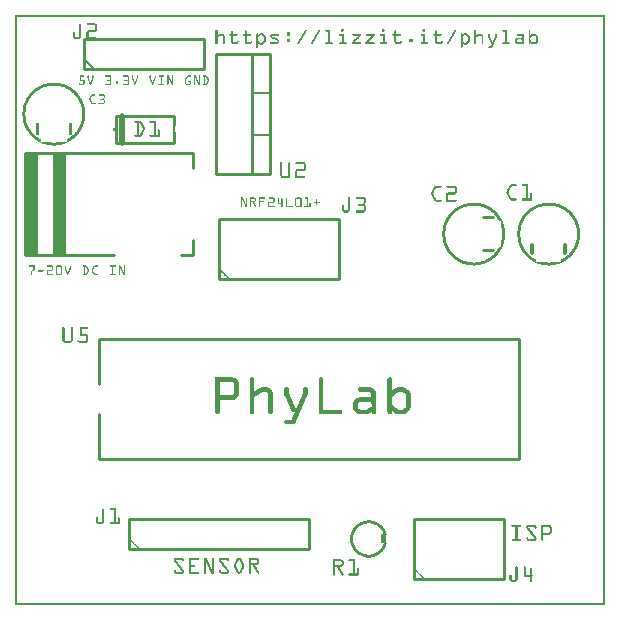
<source format=gto>
G04 MADE WITH FRITZING*
G04 WWW.FRITZING.ORG*
G04 DOUBLE SIDED*
G04 HOLES PLATED*
G04 CONTOUR ON CENTER OF CONTOUR VECTOR*
%ASAXBY*%
%FSLAX23Y23*%
%MOIN*%
%OFA0B0*%
%SFA1.0B1.0*%
%ADD10C,0.010000*%
%ADD11C,0.005000*%
%ADD12C,0.020000*%
%ADD13R,0.001000X0.001000*%
%LNSILK1*%
G90*
G70*
G54D10*
X680Y1088D02*
X1080Y1088D01*
D02*
X1080Y1088D02*
X1080Y1288D01*
D02*
X1080Y1288D02*
X680Y1288D01*
D02*
X680Y1288D02*
X680Y1088D01*
D02*
X380Y188D02*
X980Y188D01*
D02*
X980Y188D02*
X980Y288D01*
D02*
X980Y288D02*
X380Y288D01*
D02*
X380Y288D02*
X380Y188D01*
D02*
X850Y1838D02*
X850Y1438D01*
D02*
X850Y1438D02*
X670Y1438D01*
D02*
X670Y1438D02*
X670Y1838D01*
D02*
X670Y1838D02*
X850Y1838D01*
D02*
X850Y1838D02*
X850Y1438D01*
D02*
X850Y1438D02*
X790Y1438D01*
D02*
X790Y1438D02*
X790Y1838D01*
D02*
X790Y1838D02*
X850Y1838D01*
G54D11*
D02*
X850Y1708D02*
X790Y1708D01*
D02*
X850Y1568D02*
X790Y1568D01*
G54D10*
D02*
X336Y1633D02*
X531Y1633D01*
D02*
X531Y1543D02*
X336Y1543D01*
D02*
X336Y1543D02*
X336Y1633D01*
G54D12*
D02*
X356Y1543D02*
X356Y1633D01*
G54D10*
D02*
X280Y488D02*
X1680Y488D01*
D02*
X1680Y488D02*
X1680Y888D01*
D02*
X1680Y888D02*
X280Y888D01*
D02*
X280Y488D02*
X280Y638D01*
D02*
X280Y738D02*
X280Y888D01*
D02*
X230Y1788D02*
X630Y1788D01*
D02*
X630Y1788D02*
X630Y1888D01*
D02*
X630Y1888D02*
X230Y1888D01*
D02*
X230Y1888D02*
X230Y1788D01*
G54D11*
D02*
X265Y1788D02*
X230Y1823D01*
G54D10*
D02*
X1330Y88D02*
X1630Y88D01*
D02*
X1630Y88D02*
X1630Y288D01*
D02*
X1630Y288D02*
X1330Y288D01*
D02*
X1330Y288D02*
X1330Y88D01*
D02*
X330Y1168D02*
X35Y1168D01*
D02*
X35Y1168D02*
X35Y1508D01*
D02*
X35Y1508D02*
X595Y1508D01*
D02*
X595Y1508D02*
X595Y1458D01*
D02*
X555Y1168D02*
X595Y1168D01*
D02*
X595Y1168D02*
X595Y1218D01*
D02*
X35Y1168D02*
X35Y1508D01*
D02*
X40Y1168D02*
X40Y1508D01*
D02*
X45Y1168D02*
X45Y1508D01*
D02*
X50Y1168D02*
X50Y1508D01*
D02*
X55Y1168D02*
X55Y1508D01*
D02*
X60Y1168D02*
X60Y1508D01*
D02*
X65Y1168D02*
X65Y1508D01*
D02*
X70Y1168D02*
X70Y1508D01*
D02*
X165Y1168D02*
X165Y1508D01*
D02*
X160Y1168D02*
X160Y1508D01*
D02*
X155Y1168D02*
X155Y1508D01*
D02*
X150Y1168D02*
X150Y1508D01*
D02*
X145Y1168D02*
X145Y1508D01*
D02*
X140Y1168D02*
X140Y1508D01*
D02*
X135Y1168D02*
X135Y1508D01*
D02*
X130Y1168D02*
X130Y1508D01*
G54D13*
X0Y1969D02*
X1967Y1969D01*
X0Y1968D02*
X1967Y1968D01*
X0Y1967D02*
X1967Y1967D01*
X0Y1966D02*
X1967Y1966D01*
X0Y1965D02*
X1967Y1965D01*
X0Y1964D02*
X1967Y1964D01*
X0Y1963D02*
X1967Y1963D01*
X0Y1962D02*
X1967Y1962D01*
X0Y1961D02*
X7Y1961D01*
X1960Y1961D02*
X1967Y1961D01*
X0Y1960D02*
X7Y1960D01*
X1960Y1960D02*
X1967Y1960D01*
X0Y1959D02*
X7Y1959D01*
X1960Y1959D02*
X1967Y1959D01*
X0Y1958D02*
X7Y1958D01*
X1960Y1958D02*
X1967Y1958D01*
X0Y1957D02*
X7Y1957D01*
X1960Y1957D02*
X1967Y1957D01*
X0Y1956D02*
X7Y1956D01*
X1960Y1956D02*
X1967Y1956D01*
X0Y1955D02*
X7Y1955D01*
X1960Y1955D02*
X1967Y1955D01*
X0Y1954D02*
X7Y1954D01*
X1960Y1954D02*
X1967Y1954D01*
X0Y1953D02*
X7Y1953D01*
X1960Y1953D02*
X1967Y1953D01*
X0Y1952D02*
X7Y1952D01*
X1960Y1952D02*
X1967Y1952D01*
X0Y1951D02*
X7Y1951D01*
X1960Y1951D02*
X1967Y1951D01*
X0Y1950D02*
X7Y1950D01*
X1960Y1950D02*
X1967Y1950D01*
X0Y1949D02*
X7Y1949D01*
X1960Y1949D02*
X1967Y1949D01*
X0Y1948D02*
X7Y1948D01*
X1960Y1948D02*
X1967Y1948D01*
X0Y1947D02*
X7Y1947D01*
X1960Y1947D02*
X1967Y1947D01*
X0Y1946D02*
X7Y1946D01*
X1960Y1946D02*
X1967Y1946D01*
X0Y1945D02*
X7Y1945D01*
X1960Y1945D02*
X1967Y1945D01*
X0Y1944D02*
X7Y1944D01*
X1960Y1944D02*
X1967Y1944D01*
X0Y1943D02*
X7Y1943D01*
X1960Y1943D02*
X1967Y1943D01*
X0Y1942D02*
X7Y1942D01*
X1960Y1942D02*
X1967Y1942D01*
X0Y1941D02*
X7Y1941D01*
X217Y1941D02*
X217Y1941D01*
X242Y1941D02*
X266Y1941D01*
X1960Y1941D02*
X1967Y1941D01*
X0Y1940D02*
X7Y1940D01*
X215Y1940D02*
X219Y1940D01*
X240Y1940D02*
X269Y1940D01*
X1960Y1940D02*
X1967Y1940D01*
X0Y1939D02*
X7Y1939D01*
X214Y1939D02*
X219Y1939D01*
X240Y1939D02*
X270Y1939D01*
X1960Y1939D02*
X1967Y1939D01*
X0Y1938D02*
X7Y1938D01*
X214Y1938D02*
X220Y1938D01*
X239Y1938D02*
X271Y1938D01*
X1960Y1938D02*
X1967Y1938D01*
X0Y1937D02*
X7Y1937D01*
X214Y1937D02*
X220Y1937D01*
X240Y1937D02*
X272Y1937D01*
X1960Y1937D02*
X1967Y1937D01*
X0Y1936D02*
X7Y1936D01*
X214Y1936D02*
X220Y1936D01*
X240Y1936D02*
X272Y1936D01*
X1960Y1936D02*
X1967Y1936D01*
X0Y1935D02*
X7Y1935D01*
X214Y1935D02*
X220Y1935D01*
X241Y1935D02*
X272Y1935D01*
X1960Y1935D02*
X1967Y1935D01*
X0Y1934D02*
X7Y1934D01*
X214Y1934D02*
X220Y1934D01*
X266Y1934D02*
X272Y1934D01*
X1960Y1934D02*
X1967Y1934D01*
X0Y1933D02*
X7Y1933D01*
X214Y1933D02*
X220Y1933D01*
X266Y1933D02*
X272Y1933D01*
X1960Y1933D02*
X1967Y1933D01*
X0Y1932D02*
X7Y1932D01*
X214Y1932D02*
X220Y1932D01*
X266Y1932D02*
X272Y1932D01*
X1960Y1932D02*
X1967Y1932D01*
X0Y1931D02*
X7Y1931D01*
X214Y1931D02*
X220Y1931D01*
X266Y1931D02*
X272Y1931D01*
X1960Y1931D02*
X1967Y1931D01*
X0Y1930D02*
X7Y1930D01*
X214Y1930D02*
X220Y1930D01*
X266Y1930D02*
X272Y1930D01*
X1960Y1930D02*
X1967Y1930D01*
X0Y1929D02*
X7Y1929D01*
X214Y1929D02*
X220Y1929D01*
X266Y1929D02*
X272Y1929D01*
X1960Y1929D02*
X1967Y1929D01*
X0Y1928D02*
X7Y1928D01*
X214Y1928D02*
X220Y1928D01*
X266Y1928D02*
X272Y1928D01*
X1960Y1928D02*
X1967Y1928D01*
X0Y1927D02*
X7Y1927D01*
X214Y1927D02*
X220Y1927D01*
X266Y1927D02*
X272Y1927D01*
X1960Y1927D02*
X1967Y1927D01*
X0Y1926D02*
X7Y1926D01*
X214Y1926D02*
X220Y1926D01*
X266Y1926D02*
X272Y1926D01*
X1960Y1926D02*
X1967Y1926D01*
X0Y1925D02*
X7Y1925D01*
X214Y1925D02*
X220Y1925D01*
X266Y1925D02*
X272Y1925D01*
X1960Y1925D02*
X1967Y1925D01*
X0Y1924D02*
X7Y1924D01*
X214Y1924D02*
X220Y1924D01*
X266Y1924D02*
X272Y1924D01*
X1960Y1924D02*
X1967Y1924D01*
X0Y1923D02*
X7Y1923D01*
X214Y1923D02*
X220Y1923D01*
X266Y1923D02*
X272Y1923D01*
X1960Y1923D02*
X1967Y1923D01*
X0Y1922D02*
X7Y1922D01*
X214Y1922D02*
X220Y1922D01*
X266Y1922D02*
X272Y1922D01*
X1088Y1922D02*
X1094Y1922D01*
X1225Y1922D02*
X1230Y1922D01*
X1361Y1922D02*
X1366Y1922D01*
X1960Y1922D02*
X1967Y1922D01*
X0Y1921D02*
X7Y1921D01*
X214Y1921D02*
X220Y1921D01*
X266Y1921D02*
X272Y1921D01*
X1087Y1921D02*
X1095Y1921D01*
X1224Y1921D02*
X1231Y1921D01*
X1360Y1921D02*
X1367Y1921D01*
X1960Y1921D02*
X1967Y1921D01*
X0Y1920D02*
X7Y1920D01*
X214Y1920D02*
X220Y1920D01*
X266Y1920D02*
X272Y1920D01*
X1087Y1920D02*
X1095Y1920D01*
X1223Y1920D02*
X1232Y1920D01*
X1359Y1920D02*
X1368Y1920D01*
X1960Y1920D02*
X1967Y1920D01*
X0Y1919D02*
X7Y1919D01*
X214Y1919D02*
X220Y1919D01*
X266Y1919D02*
X272Y1919D01*
X670Y1919D02*
X674Y1919D01*
X967Y1919D02*
X971Y1919D01*
X1013Y1919D02*
X1016Y1919D01*
X1036Y1919D02*
X1049Y1919D01*
X1087Y1919D02*
X1096Y1919D01*
X1223Y1919D02*
X1232Y1919D01*
X1359Y1919D02*
X1368Y1919D01*
X1467Y1919D02*
X1470Y1919D01*
X1532Y1919D02*
X1536Y1919D01*
X1626Y1919D02*
X1639Y1919D01*
X1714Y1919D02*
X1717Y1919D01*
X1960Y1919D02*
X1967Y1919D01*
X0Y1918D02*
X7Y1918D01*
X214Y1918D02*
X220Y1918D01*
X246Y1918D02*
X272Y1918D01*
X670Y1918D02*
X674Y1918D01*
X967Y1918D02*
X972Y1918D01*
X1012Y1918D02*
X1017Y1918D01*
X1036Y1918D02*
X1050Y1918D01*
X1087Y1918D02*
X1096Y1918D01*
X1223Y1918D02*
X1232Y1918D01*
X1359Y1918D02*
X1368Y1918D01*
X1466Y1918D02*
X1471Y1918D01*
X1532Y1918D02*
X1537Y1918D01*
X1626Y1918D02*
X1640Y1918D01*
X1713Y1918D02*
X1718Y1918D01*
X1960Y1918D02*
X1967Y1918D01*
X0Y1917D02*
X7Y1917D01*
X214Y1917D02*
X220Y1917D01*
X243Y1917D02*
X272Y1917D01*
X669Y1917D02*
X675Y1917D01*
X723Y1917D02*
X724Y1917D01*
X768Y1917D02*
X770Y1917D01*
X966Y1917D02*
X972Y1917D01*
X1011Y1917D02*
X1017Y1917D01*
X1035Y1917D02*
X1050Y1917D01*
X1087Y1917D02*
X1095Y1917D01*
X1223Y1917D02*
X1232Y1917D01*
X1267Y1917D02*
X1269Y1917D01*
X1359Y1917D02*
X1368Y1917D01*
X1403Y1917D02*
X1405Y1917D01*
X1465Y1917D02*
X1471Y1917D01*
X1532Y1917D02*
X1537Y1917D01*
X1625Y1917D02*
X1640Y1917D01*
X1713Y1917D02*
X1718Y1917D01*
X1960Y1917D02*
X1967Y1917D01*
X0Y1916D02*
X7Y1916D01*
X214Y1916D02*
X220Y1916D01*
X241Y1916D02*
X272Y1916D01*
X669Y1916D02*
X675Y1916D01*
X722Y1916D02*
X726Y1916D01*
X767Y1916D02*
X771Y1916D01*
X966Y1916D02*
X972Y1916D01*
X1011Y1916D02*
X1017Y1916D01*
X1036Y1916D02*
X1050Y1916D01*
X1087Y1916D02*
X1095Y1916D01*
X1223Y1916D02*
X1231Y1916D01*
X1266Y1916D02*
X1270Y1916D01*
X1359Y1916D02*
X1368Y1916D01*
X1402Y1916D02*
X1406Y1916D01*
X1465Y1916D02*
X1471Y1916D01*
X1532Y1916D02*
X1537Y1916D01*
X1626Y1916D02*
X1640Y1916D01*
X1713Y1916D02*
X1718Y1916D01*
X1960Y1916D02*
X1967Y1916D01*
X0Y1915D02*
X7Y1915D01*
X214Y1915D02*
X220Y1915D01*
X241Y1915D02*
X271Y1915D01*
X669Y1915D02*
X675Y1915D01*
X721Y1915D02*
X726Y1915D01*
X766Y1915D02*
X771Y1915D01*
X965Y1915D02*
X971Y1915D01*
X1010Y1915D02*
X1017Y1915D01*
X1036Y1915D02*
X1050Y1915D01*
X1088Y1915D02*
X1095Y1915D01*
X1224Y1915D02*
X1231Y1915D01*
X1266Y1915D02*
X1271Y1915D01*
X1360Y1915D02*
X1367Y1915D01*
X1402Y1915D02*
X1407Y1915D01*
X1464Y1915D02*
X1470Y1915D01*
X1532Y1915D02*
X1537Y1915D01*
X1626Y1915D02*
X1640Y1915D01*
X1713Y1915D02*
X1718Y1915D01*
X1960Y1915D02*
X1967Y1915D01*
X0Y1914D02*
X7Y1914D01*
X214Y1914D02*
X220Y1914D01*
X240Y1914D02*
X271Y1914D01*
X669Y1914D02*
X675Y1914D01*
X721Y1914D02*
X726Y1914D01*
X766Y1914D02*
X772Y1914D01*
X964Y1914D02*
X971Y1914D01*
X1010Y1914D02*
X1016Y1914D01*
X1037Y1914D02*
X1050Y1914D01*
X1089Y1914D02*
X1094Y1914D01*
X1225Y1914D02*
X1230Y1914D01*
X1265Y1914D02*
X1271Y1914D01*
X1361Y1914D02*
X1366Y1914D01*
X1402Y1914D02*
X1407Y1914D01*
X1464Y1914D02*
X1470Y1914D01*
X1532Y1914D02*
X1537Y1914D01*
X1627Y1914D02*
X1640Y1914D01*
X1713Y1914D02*
X1718Y1914D01*
X1960Y1914D02*
X1967Y1914D01*
X0Y1913D02*
X7Y1913D01*
X214Y1913D02*
X220Y1913D01*
X240Y1913D02*
X270Y1913D01*
X669Y1913D02*
X675Y1913D01*
X721Y1913D02*
X726Y1913D01*
X766Y1913D02*
X772Y1913D01*
X964Y1913D02*
X970Y1913D01*
X1009Y1913D02*
X1016Y1913D01*
X1045Y1913D02*
X1050Y1913D01*
X1265Y1913D02*
X1271Y1913D01*
X1402Y1913D02*
X1407Y1913D01*
X1463Y1913D02*
X1469Y1913D01*
X1532Y1913D02*
X1537Y1913D01*
X1635Y1913D02*
X1640Y1913D01*
X1713Y1913D02*
X1718Y1913D01*
X1960Y1913D02*
X1967Y1913D01*
X0Y1912D02*
X7Y1912D01*
X196Y1912D02*
X197Y1912D01*
X214Y1912D02*
X220Y1912D01*
X239Y1912D02*
X268Y1912D01*
X669Y1912D02*
X675Y1912D01*
X721Y1912D02*
X726Y1912D01*
X766Y1912D02*
X772Y1912D01*
X909Y1912D02*
X914Y1912D01*
X963Y1912D02*
X970Y1912D01*
X1009Y1912D02*
X1015Y1912D01*
X1045Y1912D02*
X1050Y1912D01*
X1265Y1912D02*
X1271Y1912D01*
X1402Y1912D02*
X1407Y1912D01*
X1462Y1912D02*
X1469Y1912D01*
X1532Y1912D02*
X1537Y1912D01*
X1635Y1912D02*
X1640Y1912D01*
X1713Y1912D02*
X1718Y1912D01*
X1960Y1912D02*
X1967Y1912D01*
X0Y1911D02*
X7Y1911D01*
X195Y1911D02*
X199Y1911D01*
X214Y1911D02*
X220Y1911D01*
X239Y1911D02*
X245Y1911D01*
X669Y1911D02*
X675Y1911D01*
X721Y1911D02*
X726Y1911D01*
X766Y1911D02*
X772Y1911D01*
X906Y1911D02*
X916Y1911D01*
X963Y1911D02*
X969Y1911D01*
X1008Y1911D02*
X1014Y1911D01*
X1045Y1911D02*
X1050Y1911D01*
X1265Y1911D02*
X1271Y1911D01*
X1402Y1911D02*
X1407Y1911D01*
X1462Y1911D02*
X1468Y1911D01*
X1532Y1911D02*
X1537Y1911D01*
X1635Y1911D02*
X1640Y1911D01*
X1713Y1911D02*
X1718Y1911D01*
X1960Y1911D02*
X1967Y1911D01*
X0Y1910D02*
X7Y1910D01*
X194Y1910D02*
X199Y1910D01*
X214Y1910D02*
X220Y1910D01*
X239Y1910D02*
X245Y1910D01*
X669Y1910D02*
X675Y1910D01*
X721Y1910D02*
X726Y1910D01*
X766Y1910D02*
X772Y1910D01*
X906Y1910D02*
X917Y1910D01*
X962Y1910D02*
X968Y1910D01*
X1007Y1910D02*
X1014Y1910D01*
X1045Y1910D02*
X1050Y1910D01*
X1265Y1910D02*
X1271Y1910D01*
X1402Y1910D02*
X1407Y1910D01*
X1461Y1910D02*
X1468Y1910D01*
X1532Y1910D02*
X1537Y1910D01*
X1635Y1910D02*
X1640Y1910D01*
X1713Y1910D02*
X1718Y1910D01*
X1960Y1910D02*
X1967Y1910D01*
X0Y1909D02*
X7Y1909D01*
X194Y1909D02*
X200Y1909D01*
X214Y1909D02*
X220Y1909D01*
X239Y1909D02*
X245Y1909D01*
X669Y1909D02*
X675Y1909D01*
X721Y1909D02*
X726Y1909D01*
X766Y1909D02*
X772Y1909D01*
X906Y1909D02*
X917Y1909D01*
X961Y1909D02*
X968Y1909D01*
X1007Y1909D02*
X1013Y1909D01*
X1045Y1909D02*
X1050Y1909D01*
X1265Y1909D02*
X1271Y1909D01*
X1402Y1909D02*
X1407Y1909D01*
X1461Y1909D02*
X1467Y1909D01*
X1532Y1909D02*
X1537Y1909D01*
X1635Y1909D02*
X1640Y1909D01*
X1713Y1909D02*
X1718Y1909D01*
X1960Y1909D02*
X1967Y1909D01*
X0Y1908D02*
X7Y1908D01*
X194Y1908D02*
X200Y1908D01*
X214Y1908D02*
X220Y1908D01*
X239Y1908D02*
X245Y1908D01*
X669Y1908D02*
X675Y1908D01*
X721Y1908D02*
X726Y1908D01*
X766Y1908D02*
X772Y1908D01*
X906Y1908D02*
X917Y1908D01*
X961Y1908D02*
X967Y1908D01*
X1006Y1908D02*
X1013Y1908D01*
X1045Y1908D02*
X1050Y1908D01*
X1265Y1908D02*
X1271Y1908D01*
X1402Y1908D02*
X1407Y1908D01*
X1460Y1908D02*
X1466Y1908D01*
X1532Y1908D02*
X1537Y1908D01*
X1635Y1908D02*
X1640Y1908D01*
X1713Y1908D02*
X1718Y1908D01*
X1960Y1908D02*
X1967Y1908D01*
X0Y1907D02*
X7Y1907D01*
X194Y1907D02*
X200Y1907D01*
X214Y1907D02*
X220Y1907D01*
X239Y1907D02*
X245Y1907D01*
X669Y1907D02*
X675Y1907D01*
X721Y1907D02*
X726Y1907D01*
X766Y1907D02*
X772Y1907D01*
X806Y1907D02*
X810Y1907D01*
X816Y1907D02*
X825Y1907D01*
X906Y1907D02*
X917Y1907D01*
X960Y1907D02*
X967Y1907D01*
X1006Y1907D02*
X1012Y1907D01*
X1045Y1907D02*
X1050Y1907D01*
X1265Y1907D02*
X1271Y1907D01*
X1402Y1907D02*
X1407Y1907D01*
X1459Y1907D02*
X1466Y1907D01*
X1487Y1907D02*
X1491Y1907D01*
X1497Y1907D02*
X1506Y1907D01*
X1532Y1907D02*
X1537Y1907D01*
X1635Y1907D02*
X1640Y1907D01*
X1713Y1907D02*
X1718Y1907D01*
X1960Y1907D02*
X1967Y1907D01*
X0Y1906D02*
X7Y1906D01*
X194Y1906D02*
X200Y1906D01*
X214Y1906D02*
X220Y1906D01*
X239Y1906D02*
X245Y1906D01*
X669Y1906D02*
X675Y1906D01*
X684Y1906D02*
X693Y1906D01*
X716Y1906D02*
X740Y1906D01*
X761Y1906D02*
X786Y1906D01*
X806Y1906D02*
X811Y1906D01*
X815Y1906D02*
X827Y1906D01*
X856Y1906D02*
X875Y1906D01*
X906Y1906D02*
X917Y1906D01*
X960Y1906D02*
X966Y1906D01*
X1005Y1906D02*
X1011Y1906D01*
X1045Y1906D02*
X1050Y1906D01*
X1082Y1906D02*
X1094Y1906D01*
X1126Y1906D02*
X1152Y1906D01*
X1171Y1906D02*
X1197Y1906D01*
X1218Y1906D02*
X1230Y1906D01*
X1261Y1906D02*
X1285Y1906D01*
X1354Y1906D02*
X1366Y1906D01*
X1397Y1906D02*
X1421Y1906D01*
X1459Y1906D02*
X1465Y1906D01*
X1486Y1906D02*
X1491Y1906D01*
X1496Y1906D02*
X1507Y1906D01*
X1532Y1906D02*
X1537Y1906D01*
X1546Y1906D02*
X1555Y1906D01*
X1578Y1906D02*
X1581Y1906D01*
X1603Y1906D02*
X1606Y1906D01*
X1635Y1906D02*
X1640Y1906D01*
X1675Y1906D02*
X1691Y1906D01*
X1713Y1906D02*
X1718Y1906D01*
X1725Y1906D02*
X1735Y1906D01*
X1960Y1906D02*
X1967Y1906D01*
X0Y1905D02*
X7Y1905D01*
X194Y1905D02*
X200Y1905D01*
X214Y1905D02*
X220Y1905D01*
X239Y1905D02*
X245Y1905D01*
X669Y1905D02*
X675Y1905D01*
X682Y1905D02*
X695Y1905D01*
X715Y1905D02*
X741Y1905D01*
X761Y1905D02*
X787Y1905D01*
X805Y1905D02*
X811Y1905D01*
X814Y1905D02*
X828Y1905D01*
X855Y1905D02*
X877Y1905D01*
X906Y1905D02*
X917Y1905D01*
X959Y1905D02*
X965Y1905D01*
X1004Y1905D02*
X1011Y1905D01*
X1045Y1905D02*
X1050Y1905D01*
X1081Y1905D02*
X1095Y1905D01*
X1125Y1905D02*
X1153Y1905D01*
X1170Y1905D02*
X1198Y1905D01*
X1217Y1905D02*
X1231Y1905D01*
X1260Y1905D02*
X1286Y1905D01*
X1354Y1905D02*
X1367Y1905D01*
X1396Y1905D02*
X1422Y1905D01*
X1458Y1905D02*
X1465Y1905D01*
X1486Y1905D02*
X1491Y1905D01*
X1494Y1905D02*
X1509Y1905D01*
X1532Y1905D02*
X1537Y1905D01*
X1544Y1905D02*
X1557Y1905D01*
X1577Y1905D02*
X1582Y1905D01*
X1602Y1905D02*
X1607Y1905D01*
X1635Y1905D02*
X1640Y1905D01*
X1674Y1905D02*
X1693Y1905D01*
X1713Y1905D02*
X1718Y1905D01*
X1723Y1905D02*
X1737Y1905D01*
X1960Y1905D02*
X1967Y1905D01*
X0Y1904D02*
X7Y1904D01*
X194Y1904D02*
X200Y1904D01*
X214Y1904D02*
X220Y1904D01*
X239Y1904D02*
X245Y1904D01*
X669Y1904D02*
X675Y1904D01*
X680Y1904D02*
X696Y1904D01*
X715Y1904D02*
X742Y1904D01*
X760Y1904D02*
X787Y1904D01*
X805Y1904D02*
X811Y1904D01*
X813Y1904D02*
X829Y1904D01*
X854Y1904D02*
X879Y1904D01*
X906Y1904D02*
X917Y1904D01*
X958Y1904D02*
X965Y1904D01*
X1004Y1904D02*
X1010Y1904D01*
X1045Y1904D02*
X1050Y1904D01*
X1081Y1904D02*
X1095Y1904D01*
X1125Y1904D02*
X1153Y1904D01*
X1170Y1904D02*
X1199Y1904D01*
X1217Y1904D02*
X1232Y1904D01*
X1259Y1904D02*
X1286Y1904D01*
X1353Y1904D02*
X1368Y1904D01*
X1395Y1904D02*
X1422Y1904D01*
X1458Y1904D02*
X1464Y1904D01*
X1486Y1904D02*
X1510Y1904D01*
X1532Y1904D02*
X1537Y1904D01*
X1542Y1904D02*
X1558Y1904D01*
X1577Y1904D02*
X1582Y1904D01*
X1602Y1904D02*
X1607Y1904D01*
X1635Y1904D02*
X1640Y1904D01*
X1674Y1904D02*
X1695Y1904D01*
X1713Y1904D02*
X1718Y1904D01*
X1721Y1904D02*
X1738Y1904D01*
X1960Y1904D02*
X1967Y1904D01*
X0Y1903D02*
X7Y1903D01*
X194Y1903D02*
X200Y1903D01*
X214Y1903D02*
X220Y1903D01*
X239Y1903D02*
X245Y1903D01*
X669Y1903D02*
X675Y1903D01*
X678Y1903D02*
X697Y1903D01*
X715Y1903D02*
X742Y1903D01*
X760Y1903D02*
X787Y1903D01*
X805Y1903D02*
X830Y1903D01*
X853Y1903D02*
X880Y1903D01*
X906Y1903D02*
X917Y1903D01*
X958Y1903D02*
X964Y1903D01*
X1003Y1903D02*
X1010Y1903D01*
X1045Y1903D02*
X1050Y1903D01*
X1081Y1903D02*
X1096Y1903D01*
X1125Y1903D02*
X1153Y1903D01*
X1170Y1903D02*
X1199Y1903D01*
X1217Y1903D02*
X1232Y1903D01*
X1259Y1903D02*
X1286Y1903D01*
X1353Y1903D02*
X1368Y1903D01*
X1395Y1903D02*
X1422Y1903D01*
X1457Y1903D02*
X1463Y1903D01*
X1486Y1903D02*
X1511Y1903D01*
X1532Y1903D02*
X1537Y1903D01*
X1541Y1903D02*
X1559Y1903D01*
X1577Y1903D02*
X1582Y1903D01*
X1602Y1903D02*
X1607Y1903D01*
X1635Y1903D02*
X1640Y1903D01*
X1674Y1903D02*
X1696Y1903D01*
X1713Y1903D02*
X1739Y1903D01*
X1960Y1903D02*
X1967Y1903D01*
X0Y1902D02*
X7Y1902D01*
X194Y1902D02*
X200Y1902D01*
X214Y1902D02*
X220Y1902D01*
X239Y1902D02*
X245Y1902D01*
X669Y1902D02*
X675Y1902D01*
X677Y1902D02*
X698Y1902D01*
X715Y1902D02*
X741Y1902D01*
X760Y1902D02*
X787Y1902D01*
X805Y1902D02*
X831Y1902D01*
X852Y1902D02*
X880Y1902D01*
X906Y1902D02*
X917Y1902D01*
X957Y1902D02*
X964Y1902D01*
X1003Y1902D02*
X1009Y1902D01*
X1045Y1902D02*
X1050Y1902D01*
X1081Y1902D02*
X1096Y1902D01*
X1125Y1902D02*
X1153Y1902D01*
X1170Y1902D02*
X1199Y1902D01*
X1217Y1902D02*
X1232Y1902D01*
X1260Y1902D02*
X1286Y1902D01*
X1354Y1902D02*
X1368Y1902D01*
X1396Y1902D02*
X1422Y1902D01*
X1456Y1902D02*
X1463Y1902D01*
X1486Y1902D02*
X1512Y1902D01*
X1532Y1902D02*
X1537Y1902D01*
X1539Y1902D02*
X1560Y1902D01*
X1577Y1902D02*
X1582Y1902D01*
X1602Y1902D02*
X1607Y1902D01*
X1635Y1902D02*
X1640Y1902D01*
X1674Y1902D02*
X1696Y1902D01*
X1713Y1902D02*
X1740Y1902D01*
X1960Y1902D02*
X1967Y1902D01*
X0Y1901D02*
X7Y1901D01*
X194Y1901D02*
X200Y1901D01*
X214Y1901D02*
X220Y1901D01*
X239Y1901D02*
X245Y1901D01*
X669Y1901D02*
X698Y1901D01*
X716Y1901D02*
X741Y1901D01*
X761Y1901D02*
X786Y1901D01*
X805Y1901D02*
X818Y1901D01*
X824Y1901D02*
X832Y1901D01*
X852Y1901D02*
X880Y1901D01*
X907Y1901D02*
X916Y1901D01*
X957Y1901D02*
X963Y1901D01*
X1002Y1901D02*
X1008Y1901D01*
X1045Y1901D02*
X1050Y1901D01*
X1082Y1901D02*
X1096Y1901D01*
X1126Y1901D02*
X1153Y1901D01*
X1171Y1901D02*
X1199Y1901D01*
X1218Y1901D02*
X1232Y1901D01*
X1261Y1901D02*
X1285Y1901D01*
X1354Y1901D02*
X1368Y1901D01*
X1397Y1901D02*
X1421Y1901D01*
X1456Y1901D02*
X1462Y1901D01*
X1486Y1901D02*
X1498Y1901D01*
X1504Y1901D02*
X1513Y1901D01*
X1532Y1901D02*
X1561Y1901D01*
X1577Y1901D02*
X1582Y1901D01*
X1602Y1901D02*
X1607Y1901D01*
X1635Y1901D02*
X1640Y1901D01*
X1675Y1901D02*
X1697Y1901D01*
X1713Y1901D02*
X1741Y1901D01*
X1960Y1901D02*
X1967Y1901D01*
X0Y1900D02*
X7Y1900D01*
X194Y1900D02*
X200Y1900D01*
X214Y1900D02*
X220Y1900D01*
X239Y1900D02*
X245Y1900D01*
X669Y1900D02*
X684Y1900D01*
X692Y1900D02*
X699Y1900D01*
X721Y1900D02*
X726Y1900D01*
X766Y1900D02*
X772Y1900D01*
X805Y1900D02*
X817Y1900D01*
X825Y1900D02*
X833Y1900D01*
X852Y1900D02*
X858Y1900D01*
X874Y1900D02*
X880Y1900D01*
X956Y1900D02*
X963Y1900D01*
X1002Y1900D02*
X1008Y1900D01*
X1045Y1900D02*
X1050Y1900D01*
X1090Y1900D02*
X1096Y1900D01*
X1146Y1900D02*
X1153Y1900D01*
X1191Y1900D02*
X1199Y1900D01*
X1226Y1900D02*
X1232Y1900D01*
X1265Y1900D02*
X1271Y1900D01*
X1362Y1900D02*
X1368Y1900D01*
X1402Y1900D02*
X1407Y1900D01*
X1455Y1900D02*
X1462Y1900D01*
X1486Y1900D02*
X1497Y1900D01*
X1506Y1900D02*
X1514Y1900D01*
X1532Y1900D02*
X1547Y1900D01*
X1554Y1900D02*
X1561Y1900D01*
X1577Y1900D02*
X1582Y1900D01*
X1602Y1900D02*
X1607Y1900D01*
X1635Y1900D02*
X1640Y1900D01*
X1690Y1900D02*
X1697Y1900D01*
X1713Y1900D02*
X1726Y1900D01*
X1734Y1900D02*
X1742Y1900D01*
X1960Y1900D02*
X1967Y1900D01*
X0Y1899D02*
X7Y1899D01*
X194Y1899D02*
X200Y1899D01*
X214Y1899D02*
X220Y1899D01*
X239Y1899D02*
X245Y1899D01*
X669Y1899D02*
X683Y1899D01*
X693Y1899D02*
X699Y1899D01*
X721Y1899D02*
X726Y1899D01*
X766Y1899D02*
X772Y1899D01*
X805Y1899D02*
X816Y1899D01*
X826Y1899D02*
X834Y1899D01*
X852Y1899D02*
X857Y1899D01*
X876Y1899D02*
X880Y1899D01*
X956Y1899D02*
X962Y1899D01*
X1001Y1899D02*
X1007Y1899D01*
X1045Y1899D02*
X1050Y1899D01*
X1090Y1899D02*
X1096Y1899D01*
X1145Y1899D02*
X1153Y1899D01*
X1190Y1899D02*
X1198Y1899D01*
X1226Y1899D02*
X1232Y1899D01*
X1265Y1899D02*
X1271Y1899D01*
X1362Y1899D02*
X1368Y1899D01*
X1402Y1899D02*
X1407Y1899D01*
X1455Y1899D02*
X1461Y1899D01*
X1486Y1899D02*
X1496Y1899D01*
X1507Y1899D02*
X1515Y1899D01*
X1532Y1899D02*
X1545Y1899D01*
X1555Y1899D02*
X1561Y1899D01*
X1577Y1899D02*
X1582Y1899D01*
X1602Y1899D02*
X1607Y1899D01*
X1635Y1899D02*
X1640Y1899D01*
X1691Y1899D02*
X1697Y1899D01*
X1713Y1899D02*
X1724Y1899D01*
X1735Y1899D02*
X1743Y1899D01*
X1960Y1899D02*
X1967Y1899D01*
X0Y1898D02*
X7Y1898D01*
X194Y1898D02*
X200Y1898D01*
X214Y1898D02*
X220Y1898D01*
X239Y1898D02*
X245Y1898D01*
X669Y1898D02*
X681Y1898D01*
X694Y1898D02*
X699Y1898D01*
X721Y1898D02*
X726Y1898D01*
X766Y1898D02*
X772Y1898D01*
X805Y1898D02*
X815Y1898D01*
X827Y1898D02*
X835Y1898D01*
X852Y1898D02*
X857Y1898D01*
X877Y1898D02*
X879Y1898D01*
X955Y1898D02*
X961Y1898D01*
X1000Y1898D02*
X1007Y1898D01*
X1045Y1898D02*
X1050Y1898D01*
X1090Y1898D02*
X1096Y1898D01*
X1144Y1898D02*
X1152Y1898D01*
X1189Y1898D02*
X1197Y1898D01*
X1226Y1898D02*
X1232Y1898D01*
X1265Y1898D02*
X1271Y1898D01*
X1362Y1898D02*
X1368Y1898D01*
X1402Y1898D02*
X1407Y1898D01*
X1454Y1898D02*
X1461Y1898D01*
X1486Y1898D02*
X1495Y1898D01*
X1508Y1898D02*
X1515Y1898D01*
X1532Y1898D02*
X1543Y1898D01*
X1556Y1898D02*
X1561Y1898D01*
X1577Y1898D02*
X1583Y1898D01*
X1601Y1898D02*
X1607Y1898D01*
X1635Y1898D02*
X1640Y1898D01*
X1692Y1898D02*
X1697Y1898D01*
X1713Y1898D02*
X1723Y1898D01*
X1736Y1898D02*
X1743Y1898D01*
X1960Y1898D02*
X1967Y1898D01*
X0Y1897D02*
X7Y1897D01*
X194Y1897D02*
X200Y1897D01*
X214Y1897D02*
X220Y1897D01*
X239Y1897D02*
X245Y1897D01*
X669Y1897D02*
X680Y1897D01*
X694Y1897D02*
X699Y1897D01*
X721Y1897D02*
X726Y1897D01*
X766Y1897D02*
X772Y1897D01*
X805Y1897D02*
X814Y1897D01*
X828Y1897D02*
X835Y1897D01*
X852Y1897D02*
X858Y1897D01*
X954Y1897D02*
X961Y1897D01*
X1000Y1897D02*
X1006Y1897D01*
X1045Y1897D02*
X1050Y1897D01*
X1090Y1897D02*
X1096Y1897D01*
X1143Y1897D02*
X1151Y1897D01*
X1188Y1897D02*
X1196Y1897D01*
X1226Y1897D02*
X1232Y1897D01*
X1265Y1897D02*
X1271Y1897D01*
X1362Y1897D02*
X1368Y1897D01*
X1402Y1897D02*
X1407Y1897D01*
X1454Y1897D02*
X1460Y1897D01*
X1486Y1897D02*
X1494Y1897D01*
X1509Y1897D02*
X1516Y1897D01*
X1532Y1897D02*
X1542Y1897D01*
X1556Y1897D02*
X1561Y1897D01*
X1577Y1897D02*
X1583Y1897D01*
X1601Y1897D02*
X1607Y1897D01*
X1635Y1897D02*
X1640Y1897D01*
X1692Y1897D02*
X1697Y1897D01*
X1713Y1897D02*
X1722Y1897D01*
X1737Y1897D02*
X1743Y1897D01*
X1960Y1897D02*
X1967Y1897D01*
X0Y1896D02*
X7Y1896D01*
X194Y1896D02*
X201Y1896D01*
X213Y1896D02*
X219Y1896D01*
X239Y1896D02*
X245Y1896D01*
X669Y1896D02*
X678Y1896D01*
X694Y1896D02*
X699Y1896D01*
X721Y1896D02*
X726Y1896D01*
X766Y1896D02*
X772Y1896D01*
X805Y1896D02*
X813Y1896D01*
X829Y1896D02*
X835Y1896D01*
X852Y1896D02*
X860Y1896D01*
X954Y1896D02*
X960Y1896D01*
X999Y1896D02*
X1006Y1896D01*
X1045Y1896D02*
X1050Y1896D01*
X1090Y1896D02*
X1096Y1896D01*
X1142Y1896D02*
X1150Y1896D01*
X1187Y1896D02*
X1195Y1896D01*
X1226Y1896D02*
X1232Y1896D01*
X1265Y1896D02*
X1271Y1896D01*
X1362Y1896D02*
X1368Y1896D01*
X1402Y1896D02*
X1407Y1896D01*
X1453Y1896D02*
X1459Y1896D01*
X1486Y1896D02*
X1493Y1896D01*
X1510Y1896D02*
X1516Y1896D01*
X1532Y1896D02*
X1540Y1896D01*
X1556Y1896D02*
X1561Y1896D01*
X1578Y1896D02*
X1583Y1896D01*
X1601Y1896D02*
X1606Y1896D01*
X1635Y1896D02*
X1640Y1896D01*
X1692Y1896D02*
X1697Y1896D01*
X1713Y1896D02*
X1721Y1896D01*
X1738Y1896D02*
X1743Y1896D01*
X1960Y1896D02*
X1967Y1896D01*
X0Y1895D02*
X7Y1895D01*
X194Y1895D02*
X219Y1895D01*
X239Y1895D02*
X269Y1895D01*
X669Y1895D02*
X677Y1895D01*
X694Y1895D02*
X699Y1895D01*
X721Y1895D02*
X726Y1895D01*
X766Y1895D02*
X772Y1895D01*
X805Y1895D02*
X812Y1895D01*
X830Y1895D02*
X836Y1895D01*
X853Y1895D02*
X863Y1895D01*
X953Y1895D02*
X960Y1895D01*
X999Y1895D02*
X1005Y1895D01*
X1045Y1895D02*
X1050Y1895D01*
X1090Y1895D02*
X1096Y1895D01*
X1141Y1895D02*
X1149Y1895D01*
X1186Y1895D02*
X1194Y1895D01*
X1226Y1895D02*
X1232Y1895D01*
X1265Y1895D02*
X1271Y1895D01*
X1362Y1895D02*
X1368Y1895D01*
X1402Y1895D02*
X1407Y1895D01*
X1452Y1895D02*
X1459Y1895D01*
X1486Y1895D02*
X1492Y1895D01*
X1511Y1895D02*
X1516Y1895D01*
X1532Y1895D02*
X1539Y1895D01*
X1556Y1895D02*
X1561Y1895D01*
X1578Y1895D02*
X1584Y1895D01*
X1600Y1895D02*
X1606Y1895D01*
X1635Y1895D02*
X1640Y1895D01*
X1692Y1895D02*
X1697Y1895D01*
X1713Y1895D02*
X1720Y1895D01*
X1738Y1895D02*
X1743Y1895D01*
X1960Y1895D02*
X1967Y1895D01*
X0Y1894D02*
X7Y1894D01*
X195Y1894D02*
X219Y1894D01*
X239Y1894D02*
X271Y1894D01*
X669Y1894D02*
X675Y1894D01*
X694Y1894D02*
X699Y1894D01*
X721Y1894D02*
X726Y1894D01*
X766Y1894D02*
X772Y1894D01*
X805Y1894D02*
X811Y1894D01*
X830Y1894D02*
X836Y1894D01*
X853Y1894D02*
X865Y1894D01*
X953Y1894D02*
X959Y1894D01*
X998Y1894D02*
X1004Y1894D01*
X1045Y1894D02*
X1050Y1894D01*
X1090Y1894D02*
X1096Y1894D01*
X1140Y1894D02*
X1148Y1894D01*
X1185Y1894D02*
X1193Y1894D01*
X1226Y1894D02*
X1232Y1894D01*
X1265Y1894D02*
X1271Y1894D01*
X1362Y1894D02*
X1368Y1894D01*
X1402Y1894D02*
X1407Y1894D01*
X1452Y1894D02*
X1458Y1894D01*
X1486Y1894D02*
X1492Y1894D01*
X1511Y1894D02*
X1516Y1894D01*
X1532Y1894D02*
X1537Y1894D01*
X1556Y1894D02*
X1561Y1894D01*
X1578Y1894D02*
X1584Y1894D01*
X1600Y1894D02*
X1606Y1894D01*
X1635Y1894D02*
X1640Y1894D01*
X1692Y1894D02*
X1697Y1894D01*
X1713Y1894D02*
X1719Y1894D01*
X1738Y1894D02*
X1743Y1894D01*
X1960Y1894D02*
X1967Y1894D01*
X0Y1893D02*
X7Y1893D01*
X195Y1893D02*
X218Y1893D01*
X239Y1893D02*
X272Y1893D01*
X669Y1893D02*
X675Y1893D01*
X694Y1893D02*
X699Y1893D01*
X721Y1893D02*
X726Y1893D01*
X766Y1893D02*
X772Y1893D01*
X805Y1893D02*
X811Y1893D01*
X830Y1893D02*
X836Y1893D01*
X854Y1893D02*
X867Y1893D01*
X952Y1893D02*
X958Y1893D01*
X997Y1893D02*
X1004Y1893D01*
X1045Y1893D02*
X1050Y1893D01*
X1090Y1893D02*
X1096Y1893D01*
X1139Y1893D02*
X1147Y1893D01*
X1184Y1893D02*
X1192Y1893D01*
X1226Y1893D02*
X1232Y1893D01*
X1265Y1893D02*
X1271Y1893D01*
X1362Y1893D02*
X1368Y1893D01*
X1402Y1893D02*
X1407Y1893D01*
X1451Y1893D02*
X1458Y1893D01*
X1486Y1893D02*
X1492Y1893D01*
X1511Y1893D02*
X1516Y1893D01*
X1532Y1893D02*
X1537Y1893D01*
X1556Y1893D02*
X1561Y1893D01*
X1579Y1893D02*
X1585Y1893D01*
X1599Y1893D02*
X1605Y1893D01*
X1635Y1893D02*
X1640Y1893D01*
X1675Y1893D02*
X1697Y1893D01*
X1713Y1893D02*
X1718Y1893D01*
X1738Y1893D02*
X1743Y1893D01*
X1960Y1893D02*
X1967Y1893D01*
X0Y1892D02*
X7Y1892D01*
X196Y1892D02*
X217Y1892D01*
X239Y1892D02*
X272Y1892D01*
X669Y1892D02*
X675Y1892D01*
X694Y1892D02*
X699Y1892D01*
X721Y1892D02*
X726Y1892D01*
X766Y1892D02*
X772Y1892D01*
X805Y1892D02*
X811Y1892D01*
X830Y1892D02*
X836Y1892D01*
X855Y1892D02*
X869Y1892D01*
X951Y1892D02*
X958Y1892D01*
X997Y1892D02*
X1003Y1892D01*
X1045Y1892D02*
X1050Y1892D01*
X1090Y1892D02*
X1096Y1892D01*
X1137Y1892D02*
X1146Y1892D01*
X1183Y1892D02*
X1191Y1892D01*
X1226Y1892D02*
X1232Y1892D01*
X1265Y1892D02*
X1271Y1892D01*
X1362Y1892D02*
X1368Y1892D01*
X1402Y1892D02*
X1407Y1892D01*
X1451Y1892D02*
X1457Y1892D01*
X1486Y1892D02*
X1492Y1892D01*
X1511Y1892D02*
X1516Y1892D01*
X1532Y1892D02*
X1537Y1892D01*
X1556Y1892D02*
X1561Y1892D01*
X1579Y1892D02*
X1585Y1892D01*
X1599Y1892D02*
X1605Y1892D01*
X1635Y1892D02*
X1640Y1892D01*
X1672Y1892D02*
X1697Y1892D01*
X1713Y1892D02*
X1718Y1892D01*
X1738Y1892D02*
X1743Y1892D01*
X1960Y1892D02*
X1967Y1892D01*
X0Y1891D02*
X7Y1891D01*
X197Y1891D02*
X216Y1891D01*
X239Y1891D02*
X272Y1891D01*
X669Y1891D02*
X675Y1891D01*
X694Y1891D02*
X699Y1891D01*
X721Y1891D02*
X726Y1891D01*
X766Y1891D02*
X772Y1891D01*
X805Y1891D02*
X811Y1891D01*
X830Y1891D02*
X836Y1891D01*
X857Y1891D02*
X872Y1891D01*
X951Y1891D02*
X957Y1891D01*
X996Y1891D02*
X1003Y1891D01*
X1045Y1891D02*
X1050Y1891D01*
X1090Y1891D02*
X1096Y1891D01*
X1136Y1891D02*
X1145Y1891D01*
X1182Y1891D02*
X1190Y1891D01*
X1226Y1891D02*
X1232Y1891D01*
X1265Y1891D02*
X1271Y1891D01*
X1362Y1891D02*
X1368Y1891D01*
X1402Y1891D02*
X1407Y1891D01*
X1450Y1891D02*
X1456Y1891D01*
X1486Y1891D02*
X1492Y1891D01*
X1511Y1891D02*
X1516Y1891D01*
X1532Y1891D02*
X1537Y1891D01*
X1556Y1891D02*
X1561Y1891D01*
X1580Y1891D02*
X1586Y1891D01*
X1598Y1891D02*
X1604Y1891D01*
X1635Y1891D02*
X1640Y1891D01*
X1671Y1891D02*
X1697Y1891D01*
X1713Y1891D02*
X1718Y1891D01*
X1738Y1891D02*
X1743Y1891D01*
X1960Y1891D02*
X1967Y1891D01*
X0Y1890D02*
X7Y1890D01*
X198Y1890D02*
X215Y1890D01*
X239Y1890D02*
X272Y1890D01*
X669Y1890D02*
X675Y1890D01*
X694Y1890D02*
X699Y1890D01*
X721Y1890D02*
X726Y1890D01*
X766Y1890D02*
X772Y1890D01*
X805Y1890D02*
X811Y1890D01*
X830Y1890D02*
X836Y1890D01*
X859Y1890D02*
X874Y1890D01*
X907Y1890D02*
X916Y1890D01*
X950Y1890D02*
X957Y1890D01*
X996Y1890D02*
X1002Y1890D01*
X1045Y1890D02*
X1050Y1890D01*
X1090Y1890D02*
X1096Y1890D01*
X1135Y1890D02*
X1144Y1890D01*
X1181Y1890D02*
X1189Y1890D01*
X1226Y1890D02*
X1232Y1890D01*
X1265Y1890D02*
X1271Y1890D01*
X1315Y1890D02*
X1324Y1890D01*
X1362Y1890D02*
X1368Y1890D01*
X1402Y1890D02*
X1407Y1890D01*
X1449Y1890D02*
X1456Y1890D01*
X1486Y1890D02*
X1492Y1890D01*
X1511Y1890D02*
X1516Y1890D01*
X1532Y1890D02*
X1537Y1890D01*
X1556Y1890D02*
X1561Y1890D01*
X1580Y1890D02*
X1586Y1890D01*
X1598Y1890D02*
X1604Y1890D01*
X1635Y1890D02*
X1640Y1890D01*
X1670Y1890D02*
X1697Y1890D01*
X1713Y1890D02*
X1718Y1890D01*
X1738Y1890D02*
X1743Y1890D01*
X1960Y1890D02*
X1967Y1890D01*
X0Y1889D02*
X7Y1889D01*
X200Y1889D02*
X213Y1889D01*
X239Y1889D02*
X271Y1889D01*
X669Y1889D02*
X675Y1889D01*
X694Y1889D02*
X699Y1889D01*
X721Y1889D02*
X726Y1889D01*
X766Y1889D02*
X772Y1889D01*
X805Y1889D02*
X811Y1889D01*
X830Y1889D02*
X836Y1889D01*
X861Y1889D02*
X876Y1889D01*
X906Y1889D02*
X917Y1889D01*
X950Y1889D02*
X956Y1889D01*
X995Y1889D02*
X1001Y1889D01*
X1045Y1889D02*
X1050Y1889D01*
X1090Y1889D02*
X1096Y1889D01*
X1134Y1889D02*
X1142Y1889D01*
X1180Y1889D02*
X1188Y1889D01*
X1226Y1889D02*
X1232Y1889D01*
X1265Y1889D02*
X1271Y1889D01*
X1314Y1889D02*
X1325Y1889D01*
X1362Y1889D02*
X1368Y1889D01*
X1402Y1889D02*
X1407Y1889D01*
X1449Y1889D02*
X1455Y1889D01*
X1486Y1889D02*
X1492Y1889D01*
X1511Y1889D02*
X1516Y1889D01*
X1532Y1889D02*
X1537Y1889D01*
X1556Y1889D02*
X1561Y1889D01*
X1581Y1889D02*
X1587Y1889D01*
X1597Y1889D02*
X1603Y1889D01*
X1635Y1889D02*
X1640Y1889D01*
X1669Y1889D02*
X1697Y1889D01*
X1713Y1889D02*
X1718Y1889D01*
X1738Y1889D02*
X1743Y1889D01*
X1960Y1889D02*
X1967Y1889D01*
X0Y1888D02*
X7Y1888D01*
X669Y1888D02*
X675Y1888D01*
X694Y1888D02*
X699Y1888D01*
X721Y1888D02*
X726Y1888D01*
X766Y1888D02*
X772Y1888D01*
X805Y1888D02*
X811Y1888D01*
X830Y1888D02*
X836Y1888D01*
X864Y1888D02*
X877Y1888D01*
X906Y1888D02*
X917Y1888D01*
X949Y1888D02*
X956Y1888D01*
X995Y1888D02*
X1001Y1888D01*
X1045Y1888D02*
X1050Y1888D01*
X1090Y1888D02*
X1096Y1888D01*
X1133Y1888D02*
X1141Y1888D01*
X1179Y1888D02*
X1187Y1888D01*
X1226Y1888D02*
X1232Y1888D01*
X1265Y1888D02*
X1271Y1888D01*
X1314Y1888D02*
X1325Y1888D01*
X1362Y1888D02*
X1368Y1888D01*
X1402Y1888D02*
X1407Y1888D01*
X1448Y1888D02*
X1455Y1888D01*
X1486Y1888D02*
X1492Y1888D01*
X1511Y1888D02*
X1516Y1888D01*
X1532Y1888D02*
X1537Y1888D01*
X1556Y1888D02*
X1561Y1888D01*
X1581Y1888D02*
X1587Y1888D01*
X1597Y1888D02*
X1603Y1888D01*
X1635Y1888D02*
X1640Y1888D01*
X1669Y1888D02*
X1697Y1888D01*
X1713Y1888D02*
X1718Y1888D01*
X1738Y1888D02*
X1743Y1888D01*
X1960Y1888D02*
X1967Y1888D01*
X0Y1887D02*
X7Y1887D01*
X669Y1887D02*
X675Y1887D01*
X694Y1887D02*
X699Y1887D01*
X721Y1887D02*
X726Y1887D01*
X766Y1887D02*
X772Y1887D01*
X805Y1887D02*
X811Y1887D01*
X830Y1887D02*
X836Y1887D01*
X866Y1887D02*
X878Y1887D01*
X906Y1887D02*
X917Y1887D01*
X949Y1887D02*
X955Y1887D01*
X994Y1887D02*
X1000Y1887D01*
X1045Y1887D02*
X1050Y1887D01*
X1090Y1887D02*
X1096Y1887D01*
X1132Y1887D02*
X1140Y1887D01*
X1178Y1887D02*
X1186Y1887D01*
X1226Y1887D02*
X1232Y1887D01*
X1265Y1887D02*
X1271Y1887D01*
X1314Y1887D02*
X1326Y1887D01*
X1362Y1887D02*
X1368Y1887D01*
X1402Y1887D02*
X1407Y1887D01*
X1448Y1887D02*
X1454Y1887D01*
X1486Y1887D02*
X1492Y1887D01*
X1511Y1887D02*
X1516Y1887D01*
X1532Y1887D02*
X1537Y1887D01*
X1556Y1887D02*
X1561Y1887D01*
X1582Y1887D02*
X1587Y1887D01*
X1597Y1887D02*
X1603Y1887D01*
X1635Y1887D02*
X1640Y1887D01*
X1668Y1887D02*
X1676Y1887D01*
X1689Y1887D02*
X1697Y1887D01*
X1713Y1887D02*
X1718Y1887D01*
X1738Y1887D02*
X1743Y1887D01*
X1960Y1887D02*
X1967Y1887D01*
X0Y1886D02*
X7Y1886D01*
X669Y1886D02*
X675Y1886D01*
X694Y1886D02*
X699Y1886D01*
X721Y1886D02*
X726Y1886D01*
X766Y1886D02*
X772Y1886D01*
X805Y1886D02*
X811Y1886D01*
X830Y1886D02*
X836Y1886D01*
X868Y1886D02*
X879Y1886D01*
X906Y1886D02*
X917Y1886D01*
X948Y1886D02*
X954Y1886D01*
X993Y1886D02*
X1000Y1886D01*
X1045Y1886D02*
X1050Y1886D01*
X1090Y1886D02*
X1096Y1886D01*
X1131Y1886D02*
X1139Y1886D01*
X1177Y1886D02*
X1185Y1886D01*
X1226Y1886D02*
X1232Y1886D01*
X1265Y1886D02*
X1271Y1886D01*
X1314Y1886D02*
X1326Y1886D01*
X1362Y1886D02*
X1368Y1886D01*
X1402Y1886D02*
X1407Y1886D01*
X1447Y1886D02*
X1454Y1886D01*
X1486Y1886D02*
X1492Y1886D01*
X1511Y1886D02*
X1516Y1886D01*
X1532Y1886D02*
X1537Y1886D01*
X1556Y1886D02*
X1561Y1886D01*
X1582Y1886D02*
X1588Y1886D01*
X1596Y1886D02*
X1602Y1886D01*
X1635Y1886D02*
X1640Y1886D01*
X1668Y1886D02*
X1674Y1886D01*
X1691Y1886D02*
X1697Y1886D01*
X1713Y1886D02*
X1718Y1886D01*
X1738Y1886D02*
X1743Y1886D01*
X1960Y1886D02*
X1967Y1886D01*
X0Y1885D02*
X7Y1885D01*
X669Y1885D02*
X675Y1885D01*
X694Y1885D02*
X699Y1885D01*
X721Y1885D02*
X726Y1885D01*
X766Y1885D02*
X772Y1885D01*
X805Y1885D02*
X811Y1885D01*
X830Y1885D02*
X836Y1885D01*
X871Y1885D02*
X880Y1885D01*
X906Y1885D02*
X917Y1885D01*
X947Y1885D02*
X954Y1885D01*
X993Y1885D02*
X999Y1885D01*
X1045Y1885D02*
X1050Y1885D01*
X1090Y1885D02*
X1096Y1885D01*
X1130Y1885D02*
X1138Y1885D01*
X1176Y1885D02*
X1184Y1885D01*
X1226Y1885D02*
X1232Y1885D01*
X1265Y1885D02*
X1271Y1885D01*
X1314Y1885D02*
X1326Y1885D01*
X1362Y1885D02*
X1368Y1885D01*
X1402Y1885D02*
X1407Y1885D01*
X1447Y1885D02*
X1453Y1885D01*
X1486Y1885D02*
X1492Y1885D01*
X1511Y1885D02*
X1516Y1885D01*
X1532Y1885D02*
X1537Y1885D01*
X1556Y1885D02*
X1561Y1885D01*
X1582Y1885D02*
X1588Y1885D01*
X1596Y1885D02*
X1602Y1885D01*
X1635Y1885D02*
X1640Y1885D01*
X1668Y1885D02*
X1673Y1885D01*
X1692Y1885D02*
X1697Y1885D01*
X1713Y1885D02*
X1718Y1885D01*
X1738Y1885D02*
X1743Y1885D01*
X1960Y1885D02*
X1967Y1885D01*
X0Y1884D02*
X7Y1884D01*
X669Y1884D02*
X675Y1884D01*
X694Y1884D02*
X699Y1884D01*
X721Y1884D02*
X726Y1884D01*
X766Y1884D02*
X772Y1884D01*
X805Y1884D02*
X811Y1884D01*
X830Y1884D02*
X836Y1884D01*
X873Y1884D02*
X880Y1884D01*
X906Y1884D02*
X917Y1884D01*
X947Y1884D02*
X953Y1884D01*
X992Y1884D02*
X999Y1884D01*
X1045Y1884D02*
X1050Y1884D01*
X1090Y1884D02*
X1096Y1884D01*
X1129Y1884D02*
X1137Y1884D01*
X1175Y1884D02*
X1183Y1884D01*
X1226Y1884D02*
X1232Y1884D01*
X1265Y1884D02*
X1271Y1884D01*
X1314Y1884D02*
X1326Y1884D01*
X1362Y1884D02*
X1368Y1884D01*
X1402Y1884D02*
X1407Y1884D01*
X1446Y1884D02*
X1452Y1884D01*
X1486Y1884D02*
X1492Y1884D01*
X1511Y1884D02*
X1516Y1884D01*
X1532Y1884D02*
X1537Y1884D01*
X1556Y1884D02*
X1561Y1884D01*
X1583Y1884D02*
X1589Y1884D01*
X1595Y1884D02*
X1601Y1884D01*
X1635Y1884D02*
X1640Y1884D01*
X1668Y1884D02*
X1673Y1884D01*
X1692Y1884D02*
X1697Y1884D01*
X1713Y1884D02*
X1719Y1884D01*
X1738Y1884D02*
X1743Y1884D01*
X1960Y1884D02*
X1967Y1884D01*
X0Y1883D02*
X7Y1883D01*
X669Y1883D02*
X675Y1883D01*
X694Y1883D02*
X699Y1883D01*
X721Y1883D02*
X726Y1883D01*
X766Y1883D02*
X772Y1883D01*
X805Y1883D02*
X811Y1883D01*
X830Y1883D02*
X836Y1883D01*
X875Y1883D02*
X881Y1883D01*
X906Y1883D02*
X917Y1883D01*
X946Y1883D02*
X953Y1883D01*
X992Y1883D02*
X998Y1883D01*
X1045Y1883D02*
X1050Y1883D01*
X1090Y1883D02*
X1096Y1883D01*
X1128Y1883D02*
X1136Y1883D01*
X1173Y1883D02*
X1182Y1883D01*
X1226Y1883D02*
X1232Y1883D01*
X1265Y1883D02*
X1271Y1883D01*
X1314Y1883D02*
X1326Y1883D01*
X1362Y1883D02*
X1368Y1883D01*
X1402Y1883D02*
X1407Y1883D01*
X1445Y1883D02*
X1452Y1883D01*
X1486Y1883D02*
X1492Y1883D01*
X1511Y1883D02*
X1516Y1883D01*
X1532Y1883D02*
X1537Y1883D01*
X1556Y1883D02*
X1561Y1883D01*
X1583Y1883D02*
X1589Y1883D01*
X1595Y1883D02*
X1601Y1883D01*
X1635Y1883D02*
X1640Y1883D01*
X1668Y1883D02*
X1673Y1883D01*
X1692Y1883D02*
X1697Y1883D01*
X1713Y1883D02*
X1719Y1883D01*
X1738Y1883D02*
X1743Y1883D01*
X1960Y1883D02*
X1967Y1883D01*
X0Y1882D02*
X7Y1882D01*
X669Y1882D02*
X675Y1882D01*
X694Y1882D02*
X699Y1882D01*
X721Y1882D02*
X726Y1882D01*
X741Y1882D02*
X744Y1882D01*
X766Y1882D02*
X772Y1882D01*
X786Y1882D02*
X789Y1882D01*
X805Y1882D02*
X812Y1882D01*
X830Y1882D02*
X836Y1882D01*
X875Y1882D02*
X881Y1882D01*
X906Y1882D02*
X917Y1882D01*
X946Y1882D02*
X952Y1882D01*
X991Y1882D02*
X997Y1882D01*
X1045Y1882D02*
X1050Y1882D01*
X1090Y1882D02*
X1096Y1882D01*
X1127Y1882D02*
X1135Y1882D01*
X1172Y1882D02*
X1181Y1882D01*
X1226Y1882D02*
X1232Y1882D01*
X1265Y1882D02*
X1271Y1882D01*
X1286Y1882D02*
X1288Y1882D01*
X1314Y1882D02*
X1326Y1882D01*
X1362Y1882D02*
X1368Y1882D01*
X1402Y1882D02*
X1407Y1882D01*
X1422Y1882D02*
X1424Y1882D01*
X1445Y1882D02*
X1451Y1882D01*
X1486Y1882D02*
X1493Y1882D01*
X1510Y1882D02*
X1516Y1882D01*
X1532Y1882D02*
X1537Y1882D01*
X1556Y1882D02*
X1561Y1882D01*
X1584Y1882D02*
X1590Y1882D01*
X1594Y1882D02*
X1600Y1882D01*
X1635Y1882D02*
X1640Y1882D01*
X1668Y1882D02*
X1673Y1882D01*
X1692Y1882D02*
X1697Y1882D01*
X1713Y1882D02*
X1720Y1882D01*
X1738Y1882D02*
X1743Y1882D01*
X1960Y1882D02*
X1967Y1882D01*
X0Y1881D02*
X7Y1881D01*
X669Y1881D02*
X675Y1881D01*
X694Y1881D02*
X699Y1881D01*
X721Y1881D02*
X726Y1881D01*
X740Y1881D02*
X745Y1881D01*
X766Y1881D02*
X772Y1881D01*
X786Y1881D02*
X790Y1881D01*
X805Y1881D02*
X813Y1881D01*
X829Y1881D02*
X835Y1881D01*
X876Y1881D02*
X881Y1881D01*
X906Y1881D02*
X917Y1881D01*
X945Y1881D02*
X951Y1881D01*
X990Y1881D02*
X997Y1881D01*
X1045Y1881D02*
X1050Y1881D01*
X1090Y1881D02*
X1096Y1881D01*
X1126Y1881D02*
X1134Y1881D01*
X1171Y1881D02*
X1180Y1881D01*
X1226Y1881D02*
X1232Y1881D01*
X1265Y1881D02*
X1271Y1881D01*
X1285Y1881D02*
X1289Y1881D01*
X1314Y1881D02*
X1325Y1881D01*
X1362Y1881D02*
X1368Y1881D01*
X1402Y1881D02*
X1407Y1881D01*
X1421Y1881D02*
X1425Y1881D01*
X1444Y1881D02*
X1451Y1881D01*
X1486Y1881D02*
X1494Y1881D01*
X1509Y1881D02*
X1516Y1881D01*
X1532Y1881D02*
X1537Y1881D01*
X1556Y1881D02*
X1561Y1881D01*
X1584Y1881D02*
X1590Y1881D01*
X1594Y1881D02*
X1600Y1881D01*
X1635Y1881D02*
X1640Y1881D01*
X1668Y1881D02*
X1673Y1881D01*
X1692Y1881D02*
X1697Y1881D01*
X1713Y1881D02*
X1721Y1881D01*
X1738Y1881D02*
X1743Y1881D01*
X1960Y1881D02*
X1967Y1881D01*
X0Y1880D02*
X7Y1880D01*
X669Y1880D02*
X675Y1880D01*
X694Y1880D02*
X699Y1880D01*
X721Y1880D02*
X726Y1880D01*
X740Y1880D02*
X745Y1880D01*
X766Y1880D02*
X772Y1880D01*
X785Y1880D02*
X790Y1880D01*
X805Y1880D02*
X814Y1880D01*
X828Y1880D02*
X835Y1880D01*
X875Y1880D02*
X881Y1880D01*
X906Y1880D02*
X916Y1880D01*
X944Y1880D02*
X951Y1880D01*
X990Y1880D02*
X996Y1880D01*
X1045Y1880D02*
X1050Y1880D01*
X1090Y1880D02*
X1096Y1880D01*
X1125Y1880D02*
X1133Y1880D01*
X1170Y1880D02*
X1178Y1880D01*
X1226Y1880D02*
X1232Y1880D01*
X1266Y1880D02*
X1271Y1880D01*
X1284Y1880D02*
X1289Y1880D01*
X1315Y1880D02*
X1325Y1880D01*
X1362Y1880D02*
X1368Y1880D01*
X1402Y1880D02*
X1407Y1880D01*
X1420Y1880D02*
X1426Y1880D01*
X1444Y1880D02*
X1450Y1880D01*
X1486Y1880D02*
X1495Y1880D01*
X1508Y1880D02*
X1516Y1880D01*
X1532Y1880D02*
X1537Y1880D01*
X1556Y1880D02*
X1561Y1880D01*
X1585Y1880D02*
X1591Y1880D01*
X1593Y1880D02*
X1599Y1880D01*
X1635Y1880D02*
X1640Y1880D01*
X1668Y1880D02*
X1673Y1880D01*
X1690Y1880D02*
X1697Y1880D01*
X1713Y1880D02*
X1723Y1880D01*
X1737Y1880D02*
X1743Y1880D01*
X1960Y1880D02*
X1967Y1880D01*
X0Y1879D02*
X7Y1879D01*
X669Y1879D02*
X675Y1879D01*
X694Y1879D02*
X699Y1879D01*
X721Y1879D02*
X727Y1879D01*
X739Y1879D02*
X745Y1879D01*
X766Y1879D02*
X772Y1879D01*
X784Y1879D02*
X790Y1879D01*
X805Y1879D02*
X815Y1879D01*
X826Y1879D02*
X834Y1879D01*
X852Y1879D02*
X855Y1879D01*
X875Y1879D02*
X881Y1879D01*
X909Y1879D02*
X914Y1879D01*
X944Y1879D02*
X950Y1879D01*
X989Y1879D02*
X996Y1879D01*
X1045Y1879D02*
X1050Y1879D01*
X1090Y1879D02*
X1096Y1879D01*
X1124Y1879D02*
X1132Y1879D01*
X1169Y1879D02*
X1177Y1879D01*
X1226Y1879D02*
X1232Y1879D01*
X1266Y1879D02*
X1271Y1879D01*
X1284Y1879D02*
X1289Y1879D01*
X1317Y1879D02*
X1322Y1879D01*
X1362Y1879D02*
X1368Y1879D01*
X1402Y1879D02*
X1407Y1879D01*
X1420Y1879D02*
X1426Y1879D01*
X1443Y1879D02*
X1449Y1879D01*
X1486Y1879D02*
X1496Y1879D01*
X1507Y1879D02*
X1515Y1879D01*
X1532Y1879D02*
X1537Y1879D01*
X1556Y1879D02*
X1561Y1879D01*
X1585Y1879D02*
X1599Y1879D01*
X1635Y1879D02*
X1640Y1879D01*
X1668Y1879D02*
X1673Y1879D01*
X1688Y1879D02*
X1697Y1879D01*
X1713Y1879D02*
X1724Y1879D01*
X1736Y1879D02*
X1743Y1879D01*
X1960Y1879D02*
X1967Y1879D01*
X0Y1878D02*
X7Y1878D01*
X669Y1878D02*
X675Y1878D01*
X694Y1878D02*
X699Y1878D01*
X721Y1878D02*
X728Y1878D01*
X738Y1878D02*
X745Y1878D01*
X767Y1878D02*
X773Y1878D01*
X784Y1878D02*
X790Y1878D01*
X805Y1878D02*
X816Y1878D01*
X825Y1878D02*
X834Y1878D01*
X851Y1878D02*
X857Y1878D01*
X874Y1878D02*
X881Y1878D01*
X943Y1878D02*
X950Y1878D01*
X989Y1878D02*
X995Y1878D01*
X1045Y1878D02*
X1050Y1878D01*
X1090Y1878D02*
X1096Y1878D01*
X1123Y1878D02*
X1131Y1878D01*
X1169Y1878D02*
X1176Y1878D01*
X1226Y1878D02*
X1232Y1878D01*
X1266Y1878D02*
X1272Y1878D01*
X1283Y1878D02*
X1289Y1878D01*
X1362Y1878D02*
X1368Y1878D01*
X1402Y1878D02*
X1408Y1878D01*
X1419Y1878D02*
X1425Y1878D01*
X1442Y1878D02*
X1449Y1878D01*
X1486Y1878D02*
X1497Y1878D01*
X1506Y1878D02*
X1514Y1878D01*
X1532Y1878D02*
X1537Y1878D01*
X1556Y1878D02*
X1561Y1878D01*
X1585Y1878D02*
X1599Y1878D01*
X1635Y1878D02*
X1640Y1878D01*
X1668Y1878D02*
X1674Y1878D01*
X1687Y1878D02*
X1697Y1878D01*
X1713Y1878D02*
X1725Y1878D01*
X1734Y1878D02*
X1742Y1878D01*
X1960Y1878D02*
X1967Y1878D01*
X0Y1877D02*
X7Y1877D01*
X669Y1877D02*
X675Y1877D01*
X694Y1877D02*
X699Y1877D01*
X722Y1877D02*
X744Y1877D01*
X767Y1877D02*
X790Y1877D01*
X805Y1877D02*
X817Y1877D01*
X824Y1877D02*
X833Y1877D01*
X851Y1877D02*
X880Y1877D01*
X943Y1877D02*
X949Y1877D01*
X988Y1877D02*
X994Y1877D01*
X1037Y1877D02*
X1058Y1877D01*
X1083Y1877D02*
X1103Y1877D01*
X1123Y1877D02*
X1152Y1877D01*
X1169Y1877D02*
X1197Y1877D01*
X1219Y1877D02*
X1239Y1877D01*
X1266Y1877D02*
X1289Y1877D01*
X1355Y1877D02*
X1375Y1877D01*
X1402Y1877D02*
X1425Y1877D01*
X1442Y1877D02*
X1448Y1877D01*
X1486Y1877D02*
X1498Y1877D01*
X1505Y1877D02*
X1513Y1877D01*
X1532Y1877D02*
X1537Y1877D01*
X1556Y1877D02*
X1561Y1877D01*
X1586Y1877D02*
X1598Y1877D01*
X1627Y1877D02*
X1648Y1877D01*
X1668Y1877D02*
X1697Y1877D01*
X1713Y1877D02*
X1742Y1877D01*
X1960Y1877D02*
X1967Y1877D01*
X0Y1876D02*
X7Y1876D01*
X669Y1876D02*
X675Y1876D01*
X694Y1876D02*
X699Y1876D01*
X722Y1876D02*
X744Y1876D01*
X767Y1876D02*
X789Y1876D01*
X805Y1876D02*
X832Y1876D01*
X851Y1876D02*
X880Y1876D01*
X942Y1876D02*
X949Y1876D01*
X987Y1876D02*
X994Y1876D01*
X1036Y1876D02*
X1059Y1876D01*
X1081Y1876D02*
X1104Y1876D01*
X1123Y1876D02*
X1153Y1876D01*
X1168Y1876D02*
X1198Y1876D01*
X1218Y1876D02*
X1240Y1876D01*
X1267Y1876D02*
X1288Y1876D01*
X1354Y1876D02*
X1376Y1876D01*
X1403Y1876D02*
X1425Y1876D01*
X1441Y1876D02*
X1448Y1876D01*
X1486Y1876D02*
X1512Y1876D01*
X1532Y1876D02*
X1537Y1876D01*
X1556Y1876D02*
X1561Y1876D01*
X1586Y1876D02*
X1598Y1876D01*
X1626Y1876D02*
X1649Y1876D01*
X1669Y1876D02*
X1697Y1876D01*
X1713Y1876D02*
X1741Y1876D01*
X1960Y1876D02*
X1967Y1876D01*
X0Y1875D02*
X7Y1875D01*
X669Y1875D02*
X675Y1875D01*
X694Y1875D02*
X699Y1875D01*
X723Y1875D02*
X743Y1875D01*
X768Y1875D02*
X789Y1875D01*
X805Y1875D02*
X831Y1875D01*
X852Y1875D02*
X879Y1875D01*
X942Y1875D02*
X948Y1875D01*
X987Y1875D02*
X993Y1875D01*
X1036Y1875D02*
X1059Y1875D01*
X1081Y1875D02*
X1105Y1875D01*
X1123Y1875D02*
X1153Y1875D01*
X1168Y1875D02*
X1199Y1875D01*
X1217Y1875D02*
X1241Y1875D01*
X1267Y1875D02*
X1288Y1875D01*
X1353Y1875D02*
X1377Y1875D01*
X1403Y1875D02*
X1424Y1875D01*
X1441Y1875D02*
X1447Y1875D01*
X1486Y1875D02*
X1511Y1875D01*
X1532Y1875D02*
X1537Y1875D01*
X1556Y1875D02*
X1561Y1875D01*
X1587Y1875D02*
X1597Y1875D01*
X1626Y1875D02*
X1649Y1875D01*
X1669Y1875D02*
X1697Y1875D01*
X1713Y1875D02*
X1740Y1875D01*
X1960Y1875D02*
X1967Y1875D01*
X0Y1874D02*
X7Y1874D01*
X669Y1874D02*
X675Y1874D01*
X694Y1874D02*
X699Y1874D01*
X724Y1874D02*
X742Y1874D01*
X769Y1874D02*
X788Y1874D01*
X805Y1874D02*
X829Y1874D01*
X852Y1874D02*
X878Y1874D01*
X942Y1874D02*
X947Y1874D01*
X987Y1874D02*
X993Y1874D01*
X1035Y1874D02*
X1059Y1874D01*
X1081Y1874D02*
X1105Y1874D01*
X1123Y1874D02*
X1153Y1874D01*
X1169Y1874D02*
X1199Y1874D01*
X1217Y1874D02*
X1241Y1874D01*
X1268Y1874D02*
X1287Y1874D01*
X1353Y1874D02*
X1377Y1874D01*
X1404Y1874D02*
X1423Y1874D01*
X1441Y1874D02*
X1447Y1874D01*
X1486Y1874D02*
X1510Y1874D01*
X1532Y1874D02*
X1537Y1874D01*
X1556Y1874D02*
X1561Y1874D01*
X1588Y1874D02*
X1597Y1874D01*
X1625Y1874D02*
X1649Y1874D01*
X1670Y1874D02*
X1697Y1874D01*
X1713Y1874D02*
X1718Y1874D01*
X1721Y1874D02*
X1739Y1874D01*
X1960Y1874D02*
X1967Y1874D01*
X0Y1873D02*
X7Y1873D01*
X670Y1873D02*
X674Y1873D01*
X694Y1873D02*
X699Y1873D01*
X725Y1873D02*
X741Y1873D01*
X770Y1873D02*
X787Y1873D01*
X805Y1873D02*
X811Y1873D01*
X813Y1873D02*
X828Y1873D01*
X854Y1873D02*
X877Y1873D01*
X942Y1873D02*
X947Y1873D01*
X987Y1873D02*
X992Y1873D01*
X1036Y1873D02*
X1059Y1873D01*
X1081Y1873D02*
X1105Y1873D01*
X1123Y1873D02*
X1153Y1873D01*
X1169Y1873D02*
X1198Y1873D01*
X1217Y1873D02*
X1241Y1873D01*
X1269Y1873D02*
X1286Y1873D01*
X1353Y1873D02*
X1377Y1873D01*
X1405Y1873D02*
X1422Y1873D01*
X1441Y1873D02*
X1446Y1873D01*
X1486Y1873D02*
X1492Y1873D01*
X1494Y1873D02*
X1509Y1873D01*
X1532Y1873D02*
X1537Y1873D01*
X1556Y1873D02*
X1561Y1873D01*
X1590Y1873D02*
X1596Y1873D01*
X1626Y1873D02*
X1649Y1873D01*
X1671Y1873D02*
X1690Y1873D01*
X1693Y1873D02*
X1697Y1873D01*
X1713Y1873D02*
X1718Y1873D01*
X1722Y1873D02*
X1737Y1873D01*
X1960Y1873D02*
X1967Y1873D01*
X0Y1872D02*
X7Y1872D01*
X670Y1872D02*
X674Y1872D01*
X695Y1872D02*
X698Y1872D01*
X726Y1872D02*
X740Y1872D01*
X772Y1872D02*
X785Y1872D01*
X805Y1872D02*
X811Y1872D01*
X814Y1872D02*
X827Y1872D01*
X856Y1872D02*
X876Y1872D01*
X943Y1872D02*
X946Y1872D01*
X988Y1872D02*
X991Y1872D01*
X1036Y1872D02*
X1059Y1872D01*
X1082Y1872D02*
X1104Y1872D01*
X1124Y1872D02*
X1152Y1872D01*
X1169Y1872D02*
X1198Y1872D01*
X1218Y1872D02*
X1240Y1872D01*
X1271Y1872D02*
X1284Y1872D01*
X1354Y1872D02*
X1376Y1872D01*
X1407Y1872D02*
X1420Y1872D01*
X1442Y1872D02*
X1445Y1872D01*
X1486Y1872D02*
X1492Y1872D01*
X1495Y1872D02*
X1508Y1872D01*
X1532Y1872D02*
X1536Y1872D01*
X1557Y1872D02*
X1560Y1872D01*
X1590Y1872D02*
X1596Y1872D01*
X1626Y1872D02*
X1648Y1872D01*
X1673Y1872D02*
X1688Y1872D01*
X1693Y1872D02*
X1697Y1872D01*
X1714Y1872D02*
X1717Y1872D01*
X1724Y1872D02*
X1736Y1872D01*
X1960Y1872D02*
X1967Y1872D01*
X0Y1871D02*
X7Y1871D01*
X805Y1871D02*
X811Y1871D01*
X816Y1871D02*
X826Y1871D01*
X1486Y1871D02*
X1492Y1871D01*
X1497Y1871D02*
X1506Y1871D01*
X1590Y1871D02*
X1596Y1871D01*
X1960Y1871D02*
X1967Y1871D01*
X0Y1870D02*
X7Y1870D01*
X805Y1870D02*
X811Y1870D01*
X818Y1870D02*
X823Y1870D01*
X1486Y1870D02*
X1492Y1870D01*
X1499Y1870D02*
X1504Y1870D01*
X1589Y1870D02*
X1595Y1870D01*
X1960Y1870D02*
X1967Y1870D01*
X0Y1869D02*
X7Y1869D01*
X805Y1869D02*
X811Y1869D01*
X1486Y1869D02*
X1492Y1869D01*
X1589Y1869D02*
X1595Y1869D01*
X1960Y1869D02*
X1967Y1869D01*
X0Y1868D02*
X7Y1868D01*
X805Y1868D02*
X811Y1868D01*
X1486Y1868D02*
X1492Y1868D01*
X1588Y1868D02*
X1594Y1868D01*
X1960Y1868D02*
X1967Y1868D01*
X0Y1867D02*
X7Y1867D01*
X805Y1867D02*
X811Y1867D01*
X1486Y1867D02*
X1492Y1867D01*
X1588Y1867D02*
X1594Y1867D01*
X1960Y1867D02*
X1967Y1867D01*
X0Y1866D02*
X7Y1866D01*
X805Y1866D02*
X811Y1866D01*
X1486Y1866D02*
X1492Y1866D01*
X1587Y1866D02*
X1593Y1866D01*
X1960Y1866D02*
X1967Y1866D01*
X0Y1865D02*
X7Y1865D01*
X805Y1865D02*
X811Y1865D01*
X1486Y1865D02*
X1492Y1865D01*
X1587Y1865D02*
X1593Y1865D01*
X1960Y1865D02*
X1967Y1865D01*
X0Y1864D02*
X7Y1864D01*
X805Y1864D02*
X811Y1864D01*
X1486Y1864D02*
X1492Y1864D01*
X1580Y1864D02*
X1592Y1864D01*
X1960Y1864D02*
X1967Y1864D01*
X0Y1863D02*
X7Y1863D01*
X805Y1863D02*
X811Y1863D01*
X1486Y1863D02*
X1492Y1863D01*
X1578Y1863D02*
X1592Y1863D01*
X1960Y1863D02*
X1967Y1863D01*
X0Y1862D02*
X7Y1862D01*
X805Y1862D02*
X811Y1862D01*
X1486Y1862D02*
X1492Y1862D01*
X1577Y1862D02*
X1592Y1862D01*
X1960Y1862D02*
X1967Y1862D01*
X0Y1861D02*
X7Y1861D01*
X805Y1861D02*
X811Y1861D01*
X1486Y1861D02*
X1491Y1861D01*
X1577Y1861D02*
X1591Y1861D01*
X1960Y1861D02*
X1967Y1861D01*
X0Y1860D02*
X7Y1860D01*
X806Y1860D02*
X811Y1860D01*
X1486Y1860D02*
X1491Y1860D01*
X1577Y1860D02*
X1591Y1860D01*
X1960Y1860D02*
X1967Y1860D01*
X0Y1859D02*
X7Y1859D01*
X806Y1859D02*
X810Y1859D01*
X1487Y1859D02*
X1491Y1859D01*
X1578Y1859D02*
X1590Y1859D01*
X1960Y1859D02*
X1967Y1859D01*
X0Y1858D02*
X7Y1858D01*
X807Y1858D02*
X809Y1858D01*
X1488Y1858D02*
X1490Y1858D01*
X1579Y1858D02*
X1589Y1858D01*
X1960Y1858D02*
X1967Y1858D01*
X0Y1857D02*
X7Y1857D01*
X1960Y1857D02*
X1967Y1857D01*
X0Y1856D02*
X7Y1856D01*
X1960Y1856D02*
X1967Y1856D01*
X0Y1855D02*
X7Y1855D01*
X1960Y1855D02*
X1967Y1855D01*
X0Y1854D02*
X7Y1854D01*
X1960Y1854D02*
X1967Y1854D01*
X0Y1853D02*
X7Y1853D01*
X1960Y1853D02*
X1967Y1853D01*
X0Y1852D02*
X7Y1852D01*
X1960Y1852D02*
X1967Y1852D01*
X0Y1851D02*
X7Y1851D01*
X1960Y1851D02*
X1967Y1851D01*
X0Y1850D02*
X7Y1850D01*
X1960Y1850D02*
X1967Y1850D01*
X0Y1849D02*
X7Y1849D01*
X1960Y1849D02*
X1967Y1849D01*
X0Y1848D02*
X7Y1848D01*
X1960Y1848D02*
X1967Y1848D01*
X0Y1847D02*
X7Y1847D01*
X1960Y1847D02*
X1967Y1847D01*
X0Y1846D02*
X7Y1846D01*
X1960Y1846D02*
X1967Y1846D01*
X0Y1845D02*
X7Y1845D01*
X1960Y1845D02*
X1967Y1845D01*
X0Y1844D02*
X7Y1844D01*
X1960Y1844D02*
X1967Y1844D01*
X0Y1843D02*
X7Y1843D01*
X1960Y1843D02*
X1967Y1843D01*
X0Y1842D02*
X7Y1842D01*
X1960Y1842D02*
X1967Y1842D01*
X0Y1841D02*
X7Y1841D01*
X1960Y1841D02*
X1967Y1841D01*
X0Y1840D02*
X7Y1840D01*
X1960Y1840D02*
X1967Y1840D01*
X0Y1839D02*
X7Y1839D01*
X1960Y1839D02*
X1967Y1839D01*
X0Y1838D02*
X7Y1838D01*
X1960Y1838D02*
X1967Y1838D01*
X0Y1837D02*
X7Y1837D01*
X1960Y1837D02*
X1967Y1837D01*
X0Y1836D02*
X7Y1836D01*
X1960Y1836D02*
X1967Y1836D01*
X0Y1835D02*
X7Y1835D01*
X1960Y1835D02*
X1967Y1835D01*
X0Y1834D02*
X7Y1834D01*
X1960Y1834D02*
X1967Y1834D01*
X0Y1833D02*
X7Y1833D01*
X1960Y1833D02*
X1967Y1833D01*
X0Y1832D02*
X7Y1832D01*
X1960Y1832D02*
X1967Y1832D01*
X0Y1831D02*
X7Y1831D01*
X1960Y1831D02*
X1967Y1831D01*
X0Y1830D02*
X7Y1830D01*
X1960Y1830D02*
X1967Y1830D01*
X0Y1829D02*
X7Y1829D01*
X1960Y1829D02*
X1967Y1829D01*
X0Y1828D02*
X7Y1828D01*
X1960Y1828D02*
X1967Y1828D01*
X0Y1827D02*
X7Y1827D01*
X1960Y1827D02*
X1967Y1827D01*
X0Y1826D02*
X7Y1826D01*
X1960Y1826D02*
X1967Y1826D01*
X0Y1825D02*
X7Y1825D01*
X1960Y1825D02*
X1967Y1825D01*
X0Y1824D02*
X7Y1824D01*
X1960Y1824D02*
X1967Y1824D01*
X0Y1823D02*
X7Y1823D01*
X1960Y1823D02*
X1967Y1823D01*
X0Y1822D02*
X7Y1822D01*
X1960Y1822D02*
X1967Y1822D01*
X0Y1821D02*
X7Y1821D01*
X1960Y1821D02*
X1967Y1821D01*
X0Y1820D02*
X7Y1820D01*
X1960Y1820D02*
X1967Y1820D01*
X0Y1819D02*
X7Y1819D01*
X1960Y1819D02*
X1967Y1819D01*
X0Y1818D02*
X7Y1818D01*
X1960Y1818D02*
X1967Y1818D01*
X0Y1817D02*
X7Y1817D01*
X1960Y1817D02*
X1967Y1817D01*
X0Y1816D02*
X7Y1816D01*
X1960Y1816D02*
X1967Y1816D01*
X0Y1815D02*
X7Y1815D01*
X1960Y1815D02*
X1967Y1815D01*
X0Y1814D02*
X7Y1814D01*
X1960Y1814D02*
X1967Y1814D01*
X0Y1813D02*
X7Y1813D01*
X1960Y1813D02*
X1967Y1813D01*
X0Y1812D02*
X7Y1812D01*
X1960Y1812D02*
X1967Y1812D01*
X0Y1811D02*
X7Y1811D01*
X1960Y1811D02*
X1967Y1811D01*
X0Y1810D02*
X7Y1810D01*
X1960Y1810D02*
X1967Y1810D01*
X0Y1809D02*
X7Y1809D01*
X1960Y1809D02*
X1967Y1809D01*
X0Y1808D02*
X7Y1808D01*
X1960Y1808D02*
X1967Y1808D01*
X0Y1807D02*
X7Y1807D01*
X1960Y1807D02*
X1967Y1807D01*
X0Y1806D02*
X7Y1806D01*
X1960Y1806D02*
X1967Y1806D01*
X0Y1805D02*
X7Y1805D01*
X1960Y1805D02*
X1967Y1805D01*
X0Y1804D02*
X7Y1804D01*
X1960Y1804D02*
X1967Y1804D01*
X0Y1803D02*
X7Y1803D01*
X1960Y1803D02*
X1967Y1803D01*
X0Y1802D02*
X7Y1802D01*
X1960Y1802D02*
X1967Y1802D01*
X0Y1801D02*
X7Y1801D01*
X1960Y1801D02*
X1967Y1801D01*
X0Y1800D02*
X7Y1800D01*
X1960Y1800D02*
X1967Y1800D01*
X0Y1799D02*
X7Y1799D01*
X1960Y1799D02*
X1967Y1799D01*
X0Y1798D02*
X7Y1798D01*
X1960Y1798D02*
X1967Y1798D01*
X0Y1797D02*
X7Y1797D01*
X1960Y1797D02*
X1967Y1797D01*
X0Y1796D02*
X7Y1796D01*
X1960Y1796D02*
X1967Y1796D01*
X0Y1795D02*
X7Y1795D01*
X1960Y1795D02*
X1967Y1795D01*
X0Y1794D02*
X7Y1794D01*
X1960Y1794D02*
X1967Y1794D01*
X0Y1793D02*
X7Y1793D01*
X1960Y1793D02*
X1967Y1793D01*
X0Y1792D02*
X7Y1792D01*
X1960Y1792D02*
X1967Y1792D01*
X0Y1791D02*
X7Y1791D01*
X1960Y1791D02*
X1967Y1791D01*
X0Y1790D02*
X7Y1790D01*
X1960Y1790D02*
X1967Y1790D01*
X0Y1789D02*
X7Y1789D01*
X1960Y1789D02*
X1967Y1789D01*
X0Y1788D02*
X7Y1788D01*
X1960Y1788D02*
X1967Y1788D01*
X0Y1787D02*
X7Y1787D01*
X1960Y1787D02*
X1967Y1787D01*
X0Y1786D02*
X7Y1786D01*
X1960Y1786D02*
X1967Y1786D01*
X0Y1785D02*
X7Y1785D01*
X1960Y1785D02*
X1967Y1785D01*
X0Y1784D02*
X7Y1784D01*
X1960Y1784D02*
X1967Y1784D01*
X0Y1783D02*
X7Y1783D01*
X1960Y1783D02*
X1967Y1783D01*
X0Y1782D02*
X7Y1782D01*
X1960Y1782D02*
X1967Y1782D01*
X0Y1781D02*
X7Y1781D01*
X1960Y1781D02*
X1967Y1781D01*
X0Y1780D02*
X7Y1780D01*
X1960Y1780D02*
X1967Y1780D01*
X0Y1779D02*
X7Y1779D01*
X1960Y1779D02*
X1967Y1779D01*
X0Y1778D02*
X7Y1778D01*
X1960Y1778D02*
X1967Y1778D01*
X0Y1777D02*
X7Y1777D01*
X1960Y1777D02*
X1967Y1777D01*
X0Y1776D02*
X7Y1776D01*
X1960Y1776D02*
X1967Y1776D01*
X0Y1775D02*
X7Y1775D01*
X1960Y1775D02*
X1967Y1775D01*
X0Y1774D02*
X7Y1774D01*
X1960Y1774D02*
X1967Y1774D01*
X0Y1773D02*
X7Y1773D01*
X1960Y1773D02*
X1967Y1773D01*
X0Y1772D02*
X7Y1772D01*
X1960Y1772D02*
X1967Y1772D01*
X0Y1771D02*
X7Y1771D01*
X1960Y1771D02*
X1967Y1771D01*
X0Y1770D02*
X7Y1770D01*
X1960Y1770D02*
X1967Y1770D01*
X0Y1769D02*
X7Y1769D01*
X1960Y1769D02*
X1967Y1769D01*
X0Y1768D02*
X7Y1768D01*
X1960Y1768D02*
X1967Y1768D01*
X0Y1767D02*
X7Y1767D01*
X217Y1767D02*
X231Y1767D01*
X243Y1767D02*
X245Y1767D01*
X259Y1767D02*
X261Y1767D01*
X302Y1767D02*
X319Y1767D01*
X361Y1767D02*
X378Y1767D01*
X391Y1767D02*
X393Y1767D01*
X407Y1767D02*
X409Y1767D01*
X450Y1767D02*
X452Y1767D01*
X466Y1767D02*
X468Y1767D01*
X480Y1767D02*
X498Y1767D01*
X508Y1767D02*
X513Y1767D01*
X525Y1767D02*
X527Y1767D01*
X577Y1767D02*
X586Y1767D01*
X597Y1767D02*
X602Y1767D01*
X614Y1767D02*
X616Y1767D01*
X628Y1767D02*
X638Y1767D01*
X1960Y1767D02*
X1967Y1767D01*
X0Y1766D02*
X7Y1766D01*
X217Y1766D02*
X232Y1766D01*
X242Y1766D02*
X245Y1766D01*
X259Y1766D02*
X262Y1766D01*
X301Y1766D02*
X320Y1766D01*
X361Y1766D02*
X379Y1766D01*
X390Y1766D02*
X393Y1766D01*
X406Y1766D02*
X409Y1766D01*
X449Y1766D02*
X452Y1766D01*
X466Y1766D02*
X469Y1766D01*
X479Y1766D02*
X498Y1766D01*
X508Y1766D02*
X514Y1766D01*
X525Y1766D02*
X528Y1766D01*
X576Y1766D02*
X587Y1766D01*
X597Y1766D02*
X602Y1766D01*
X614Y1766D02*
X617Y1766D01*
X627Y1766D02*
X640Y1766D01*
X1960Y1766D02*
X1967Y1766D01*
X0Y1765D02*
X7Y1765D01*
X217Y1765D02*
X232Y1765D01*
X242Y1765D02*
X245Y1765D01*
X258Y1765D02*
X262Y1765D01*
X302Y1765D02*
X320Y1765D01*
X361Y1765D02*
X380Y1765D01*
X390Y1765D02*
X393Y1765D01*
X406Y1765D02*
X410Y1765D01*
X449Y1765D02*
X452Y1765D01*
X466Y1765D02*
X469Y1765D01*
X479Y1765D02*
X498Y1765D01*
X508Y1765D02*
X514Y1765D01*
X525Y1765D02*
X528Y1765D01*
X575Y1765D02*
X587Y1765D01*
X597Y1765D02*
X603Y1765D01*
X613Y1765D02*
X617Y1765D01*
X627Y1765D02*
X640Y1765D01*
X1960Y1765D02*
X1967Y1765D01*
X0Y1764D02*
X7Y1764D01*
X217Y1764D02*
X231Y1764D01*
X242Y1764D02*
X245Y1764D01*
X258Y1764D02*
X262Y1764D01*
X302Y1764D02*
X321Y1764D01*
X361Y1764D02*
X380Y1764D01*
X390Y1764D02*
X393Y1764D01*
X406Y1764D02*
X410Y1764D01*
X449Y1764D02*
X452Y1764D01*
X466Y1764D02*
X469Y1764D01*
X480Y1764D02*
X497Y1764D01*
X508Y1764D02*
X514Y1764D01*
X525Y1764D02*
X528Y1764D01*
X574Y1764D02*
X586Y1764D01*
X597Y1764D02*
X603Y1764D01*
X613Y1764D02*
X617Y1764D01*
X628Y1764D02*
X641Y1764D01*
X1960Y1764D02*
X1967Y1764D01*
X0Y1763D02*
X7Y1763D01*
X217Y1763D02*
X220Y1763D01*
X242Y1763D02*
X245Y1763D01*
X258Y1763D02*
X262Y1763D01*
X318Y1763D02*
X321Y1763D01*
X377Y1763D02*
X380Y1763D01*
X390Y1763D02*
X393Y1763D01*
X406Y1763D02*
X410Y1763D01*
X449Y1763D02*
X452Y1763D01*
X466Y1763D02*
X469Y1763D01*
X487Y1763D02*
X490Y1763D01*
X508Y1763D02*
X515Y1763D01*
X525Y1763D02*
X528Y1763D01*
X573Y1763D02*
X578Y1763D01*
X597Y1763D02*
X604Y1763D01*
X613Y1763D02*
X617Y1763D01*
X631Y1763D02*
X634Y1763D01*
X638Y1763D02*
X642Y1763D01*
X1960Y1763D02*
X1967Y1763D01*
X0Y1762D02*
X7Y1762D01*
X217Y1762D02*
X220Y1762D01*
X242Y1762D02*
X245Y1762D01*
X258Y1762D02*
X262Y1762D01*
X318Y1762D02*
X321Y1762D01*
X377Y1762D02*
X380Y1762D01*
X390Y1762D02*
X393Y1762D01*
X406Y1762D02*
X410Y1762D01*
X449Y1762D02*
X452Y1762D01*
X466Y1762D02*
X469Y1762D01*
X487Y1762D02*
X490Y1762D01*
X508Y1762D02*
X515Y1762D01*
X525Y1762D02*
X528Y1762D01*
X572Y1762D02*
X577Y1762D01*
X597Y1762D02*
X604Y1762D01*
X613Y1762D02*
X617Y1762D01*
X631Y1762D02*
X634Y1762D01*
X638Y1762D02*
X642Y1762D01*
X1960Y1762D02*
X1967Y1762D01*
X0Y1761D02*
X7Y1761D01*
X217Y1761D02*
X220Y1761D01*
X242Y1761D02*
X245Y1761D01*
X258Y1761D02*
X262Y1761D01*
X318Y1761D02*
X321Y1761D01*
X377Y1761D02*
X380Y1761D01*
X390Y1761D02*
X393Y1761D01*
X406Y1761D02*
X410Y1761D01*
X449Y1761D02*
X452Y1761D01*
X466Y1761D02*
X469Y1761D01*
X487Y1761D02*
X490Y1761D01*
X508Y1761D02*
X516Y1761D01*
X525Y1761D02*
X528Y1761D01*
X572Y1761D02*
X576Y1761D01*
X597Y1761D02*
X605Y1761D01*
X613Y1761D02*
X617Y1761D01*
X631Y1761D02*
X634Y1761D01*
X639Y1761D02*
X643Y1761D01*
X1960Y1761D02*
X1967Y1761D01*
X0Y1760D02*
X7Y1760D01*
X217Y1760D02*
X220Y1760D01*
X242Y1760D02*
X245Y1760D01*
X258Y1760D02*
X262Y1760D01*
X318Y1760D02*
X321Y1760D01*
X377Y1760D02*
X380Y1760D01*
X390Y1760D02*
X393Y1760D01*
X406Y1760D02*
X410Y1760D01*
X449Y1760D02*
X452Y1760D01*
X466Y1760D02*
X469Y1760D01*
X487Y1760D02*
X490Y1760D01*
X508Y1760D02*
X516Y1760D01*
X525Y1760D02*
X528Y1760D01*
X571Y1760D02*
X575Y1760D01*
X597Y1760D02*
X605Y1760D01*
X613Y1760D02*
X617Y1760D01*
X631Y1760D02*
X634Y1760D01*
X639Y1760D02*
X643Y1760D01*
X1960Y1760D02*
X1967Y1760D01*
X0Y1759D02*
X7Y1759D01*
X217Y1759D02*
X220Y1759D01*
X242Y1759D02*
X245Y1759D01*
X258Y1759D02*
X262Y1759D01*
X318Y1759D02*
X321Y1759D01*
X377Y1759D02*
X380Y1759D01*
X390Y1759D02*
X393Y1759D01*
X406Y1759D02*
X410Y1759D01*
X449Y1759D02*
X452Y1759D01*
X466Y1759D02*
X469Y1759D01*
X487Y1759D02*
X490Y1759D01*
X508Y1759D02*
X517Y1759D01*
X525Y1759D02*
X528Y1759D01*
X570Y1759D02*
X574Y1759D01*
X597Y1759D02*
X600Y1759D01*
X602Y1759D02*
X605Y1759D01*
X613Y1759D02*
X617Y1759D01*
X631Y1759D02*
X634Y1759D01*
X640Y1759D02*
X644Y1759D01*
X1960Y1759D02*
X1967Y1759D01*
X0Y1758D02*
X7Y1758D01*
X217Y1758D02*
X220Y1758D01*
X242Y1758D02*
X246Y1758D01*
X258Y1758D02*
X262Y1758D01*
X318Y1758D02*
X321Y1758D01*
X377Y1758D02*
X380Y1758D01*
X390Y1758D02*
X394Y1758D01*
X406Y1758D02*
X409Y1758D01*
X449Y1758D02*
X453Y1758D01*
X465Y1758D02*
X469Y1758D01*
X487Y1758D02*
X490Y1758D01*
X508Y1758D02*
X512Y1758D01*
X514Y1758D02*
X517Y1758D01*
X525Y1758D02*
X528Y1758D01*
X569Y1758D02*
X574Y1758D01*
X597Y1758D02*
X600Y1758D01*
X602Y1758D02*
X606Y1758D01*
X613Y1758D02*
X617Y1758D01*
X631Y1758D02*
X634Y1758D01*
X640Y1758D02*
X644Y1758D01*
X1960Y1758D02*
X1967Y1758D01*
X0Y1757D02*
X7Y1757D01*
X217Y1757D02*
X220Y1757D01*
X243Y1757D02*
X246Y1757D01*
X258Y1757D02*
X261Y1757D01*
X318Y1757D02*
X321Y1757D01*
X377Y1757D02*
X380Y1757D01*
X391Y1757D02*
X394Y1757D01*
X406Y1757D02*
X409Y1757D01*
X450Y1757D02*
X453Y1757D01*
X465Y1757D02*
X468Y1757D01*
X487Y1757D02*
X490Y1757D01*
X508Y1757D02*
X512Y1757D01*
X514Y1757D02*
X518Y1757D01*
X525Y1757D02*
X528Y1757D01*
X569Y1757D02*
X573Y1757D01*
X597Y1757D02*
X600Y1757D01*
X603Y1757D02*
X606Y1757D01*
X613Y1757D02*
X617Y1757D01*
X631Y1757D02*
X634Y1757D01*
X641Y1757D02*
X645Y1757D01*
X1960Y1757D02*
X1967Y1757D01*
X0Y1756D02*
X7Y1756D01*
X217Y1756D02*
X220Y1756D01*
X243Y1756D02*
X247Y1756D01*
X257Y1756D02*
X261Y1756D01*
X318Y1756D02*
X321Y1756D01*
X377Y1756D02*
X380Y1756D01*
X391Y1756D02*
X394Y1756D01*
X405Y1756D02*
X409Y1756D01*
X450Y1756D02*
X454Y1756D01*
X464Y1756D02*
X468Y1756D01*
X487Y1756D02*
X490Y1756D01*
X508Y1756D02*
X512Y1756D01*
X514Y1756D02*
X518Y1756D01*
X525Y1756D02*
X528Y1756D01*
X568Y1756D02*
X572Y1756D01*
X597Y1756D02*
X600Y1756D01*
X603Y1756D02*
X607Y1756D01*
X613Y1756D02*
X617Y1756D01*
X631Y1756D02*
X634Y1756D01*
X641Y1756D02*
X645Y1756D01*
X1960Y1756D02*
X1967Y1756D01*
X0Y1755D02*
X7Y1755D01*
X217Y1755D02*
X220Y1755D01*
X243Y1755D02*
X247Y1755D01*
X257Y1755D02*
X260Y1755D01*
X317Y1755D02*
X321Y1755D01*
X377Y1755D02*
X380Y1755D01*
X391Y1755D02*
X395Y1755D01*
X405Y1755D02*
X408Y1755D01*
X451Y1755D02*
X454Y1755D01*
X464Y1755D02*
X467Y1755D01*
X487Y1755D02*
X490Y1755D01*
X508Y1755D02*
X512Y1755D01*
X515Y1755D02*
X518Y1755D01*
X525Y1755D02*
X528Y1755D01*
X568Y1755D02*
X571Y1755D01*
X597Y1755D02*
X600Y1755D01*
X604Y1755D02*
X607Y1755D01*
X613Y1755D02*
X617Y1755D01*
X631Y1755D02*
X634Y1755D01*
X642Y1755D02*
X645Y1755D01*
X1960Y1755D02*
X1967Y1755D01*
X0Y1754D02*
X7Y1754D01*
X217Y1754D02*
X220Y1754D01*
X244Y1754D02*
X247Y1754D01*
X257Y1754D02*
X260Y1754D01*
X316Y1754D02*
X320Y1754D01*
X376Y1754D02*
X380Y1754D01*
X392Y1754D02*
X395Y1754D01*
X404Y1754D02*
X408Y1754D01*
X451Y1754D02*
X454Y1754D01*
X464Y1754D02*
X467Y1754D01*
X487Y1754D02*
X490Y1754D01*
X508Y1754D02*
X512Y1754D01*
X515Y1754D02*
X519Y1754D01*
X525Y1754D02*
X528Y1754D01*
X568Y1754D02*
X571Y1754D01*
X597Y1754D02*
X600Y1754D01*
X604Y1754D02*
X608Y1754D01*
X613Y1754D02*
X617Y1754D01*
X631Y1754D02*
X634Y1754D01*
X642Y1754D02*
X646Y1754D01*
X1960Y1754D02*
X1967Y1754D01*
X0Y1753D02*
X7Y1753D01*
X217Y1753D02*
X230Y1753D01*
X244Y1753D02*
X248Y1753D01*
X256Y1753D02*
X260Y1753D01*
X306Y1753D02*
X320Y1753D01*
X365Y1753D02*
X379Y1753D01*
X392Y1753D02*
X396Y1753D01*
X404Y1753D02*
X408Y1753D01*
X451Y1753D02*
X455Y1753D01*
X463Y1753D02*
X467Y1753D01*
X487Y1753D02*
X490Y1753D01*
X508Y1753D02*
X512Y1753D01*
X516Y1753D02*
X519Y1753D01*
X525Y1753D02*
X528Y1753D01*
X568Y1753D02*
X571Y1753D01*
X597Y1753D02*
X600Y1753D01*
X605Y1753D02*
X608Y1753D01*
X613Y1753D02*
X617Y1753D01*
X631Y1753D02*
X634Y1753D01*
X643Y1753D02*
X646Y1753D01*
X1960Y1753D02*
X1967Y1753D01*
X0Y1752D02*
X7Y1752D01*
X217Y1752D02*
X231Y1752D01*
X245Y1752D02*
X248Y1752D01*
X256Y1752D02*
X259Y1752D01*
X306Y1752D02*
X319Y1752D01*
X365Y1752D02*
X379Y1752D01*
X393Y1752D02*
X396Y1752D01*
X404Y1752D02*
X407Y1752D01*
X452Y1752D02*
X455Y1752D01*
X463Y1752D02*
X466Y1752D01*
X487Y1752D02*
X490Y1752D01*
X508Y1752D02*
X512Y1752D01*
X516Y1752D02*
X520Y1752D01*
X525Y1752D02*
X528Y1752D01*
X568Y1752D02*
X571Y1752D01*
X597Y1752D02*
X600Y1752D01*
X605Y1752D02*
X609Y1752D01*
X613Y1752D02*
X617Y1752D01*
X631Y1752D02*
X634Y1752D01*
X643Y1752D02*
X646Y1752D01*
X1960Y1752D02*
X1967Y1752D01*
X0Y1751D02*
X7Y1751D01*
X217Y1751D02*
X232Y1751D01*
X245Y1751D02*
X248Y1751D01*
X255Y1751D02*
X259Y1751D01*
X306Y1751D02*
X320Y1751D01*
X365Y1751D02*
X379Y1751D01*
X393Y1751D02*
X396Y1751D01*
X403Y1751D02*
X407Y1751D01*
X452Y1751D02*
X456Y1751D01*
X462Y1751D02*
X466Y1751D01*
X487Y1751D02*
X490Y1751D01*
X508Y1751D02*
X512Y1751D01*
X517Y1751D02*
X520Y1751D01*
X525Y1751D02*
X528Y1751D01*
X568Y1751D02*
X571Y1751D01*
X597Y1751D02*
X600Y1751D01*
X605Y1751D02*
X609Y1751D01*
X613Y1751D02*
X617Y1751D01*
X631Y1751D02*
X634Y1751D01*
X643Y1751D02*
X646Y1751D01*
X1960Y1751D02*
X1967Y1751D01*
X0Y1750D02*
X7Y1750D01*
X217Y1750D02*
X232Y1750D01*
X245Y1750D02*
X249Y1750D01*
X255Y1750D02*
X258Y1750D01*
X306Y1750D02*
X320Y1750D01*
X366Y1750D02*
X379Y1750D01*
X393Y1750D02*
X397Y1750D01*
X403Y1750D02*
X406Y1750D01*
X452Y1750D02*
X456Y1750D01*
X462Y1750D02*
X466Y1750D01*
X487Y1750D02*
X490Y1750D01*
X508Y1750D02*
X512Y1750D01*
X517Y1750D02*
X521Y1750D01*
X525Y1750D02*
X528Y1750D01*
X568Y1750D02*
X571Y1750D01*
X579Y1750D02*
X587Y1750D01*
X597Y1750D02*
X600Y1750D01*
X606Y1750D02*
X609Y1750D01*
X613Y1750D02*
X617Y1750D01*
X631Y1750D02*
X634Y1750D01*
X643Y1750D02*
X646Y1750D01*
X1960Y1750D02*
X1967Y1750D01*
X0Y1749D02*
X7Y1749D01*
X229Y1749D02*
X232Y1749D01*
X246Y1749D02*
X249Y1749D01*
X255Y1749D02*
X258Y1749D01*
X317Y1749D02*
X320Y1749D01*
X376Y1749D02*
X380Y1749D01*
X394Y1749D02*
X397Y1749D01*
X402Y1749D02*
X406Y1749D01*
X453Y1749D02*
X456Y1749D01*
X462Y1749D02*
X465Y1749D01*
X487Y1749D02*
X490Y1749D01*
X508Y1749D02*
X512Y1749D01*
X518Y1749D02*
X521Y1749D01*
X525Y1749D02*
X528Y1749D01*
X568Y1749D02*
X571Y1749D01*
X578Y1749D02*
X587Y1749D01*
X597Y1749D02*
X600Y1749D01*
X606Y1749D02*
X610Y1749D01*
X613Y1749D02*
X617Y1749D01*
X631Y1749D02*
X634Y1749D01*
X642Y1749D02*
X646Y1749D01*
X1960Y1749D02*
X1967Y1749D01*
X0Y1748D02*
X7Y1748D01*
X229Y1748D02*
X232Y1748D01*
X246Y1748D02*
X250Y1748D01*
X254Y1748D02*
X258Y1748D01*
X318Y1748D02*
X321Y1748D01*
X338Y1748D02*
X343Y1748D01*
X377Y1748D02*
X380Y1748D01*
X394Y1748D02*
X398Y1748D01*
X402Y1748D02*
X406Y1748D01*
X453Y1748D02*
X457Y1748D01*
X461Y1748D02*
X465Y1748D01*
X487Y1748D02*
X490Y1748D01*
X508Y1748D02*
X512Y1748D01*
X518Y1748D02*
X522Y1748D01*
X525Y1748D02*
X528Y1748D01*
X568Y1748D02*
X571Y1748D01*
X578Y1748D02*
X587Y1748D01*
X597Y1748D02*
X600Y1748D01*
X607Y1748D02*
X610Y1748D01*
X613Y1748D02*
X617Y1748D01*
X631Y1748D02*
X634Y1748D01*
X642Y1748D02*
X645Y1748D01*
X1960Y1748D02*
X1967Y1748D01*
X0Y1747D02*
X7Y1747D01*
X229Y1747D02*
X232Y1747D01*
X247Y1747D02*
X250Y1747D01*
X254Y1747D02*
X257Y1747D01*
X318Y1747D02*
X321Y1747D01*
X337Y1747D02*
X344Y1747D01*
X377Y1747D02*
X380Y1747D01*
X394Y1747D02*
X398Y1747D01*
X402Y1747D02*
X405Y1747D01*
X454Y1747D02*
X457Y1747D01*
X461Y1747D02*
X464Y1747D01*
X487Y1747D02*
X490Y1747D01*
X508Y1747D02*
X512Y1747D01*
X518Y1747D02*
X522Y1747D01*
X525Y1747D02*
X528Y1747D01*
X568Y1747D02*
X571Y1747D01*
X578Y1747D02*
X587Y1747D01*
X597Y1747D02*
X600Y1747D01*
X607Y1747D02*
X611Y1747D01*
X613Y1747D02*
X617Y1747D01*
X631Y1747D02*
X634Y1747D01*
X641Y1747D02*
X645Y1747D01*
X1960Y1747D02*
X1967Y1747D01*
X0Y1746D02*
X7Y1746D01*
X229Y1746D02*
X232Y1746D01*
X247Y1746D02*
X250Y1746D01*
X253Y1746D02*
X257Y1746D01*
X318Y1746D02*
X321Y1746D01*
X337Y1746D02*
X344Y1746D01*
X377Y1746D02*
X380Y1746D01*
X395Y1746D02*
X398Y1746D01*
X401Y1746D02*
X405Y1746D01*
X454Y1746D02*
X458Y1746D01*
X460Y1746D02*
X464Y1746D01*
X487Y1746D02*
X490Y1746D01*
X508Y1746D02*
X512Y1746D01*
X519Y1746D02*
X522Y1746D01*
X525Y1746D02*
X528Y1746D01*
X568Y1746D02*
X571Y1746D01*
X584Y1746D02*
X587Y1746D01*
X597Y1746D02*
X600Y1746D01*
X608Y1746D02*
X611Y1746D01*
X613Y1746D02*
X617Y1746D01*
X631Y1746D02*
X634Y1746D01*
X641Y1746D02*
X644Y1746D01*
X1960Y1746D02*
X1967Y1746D01*
X0Y1745D02*
X7Y1745D01*
X229Y1745D02*
X232Y1745D01*
X247Y1745D02*
X251Y1745D01*
X253Y1745D02*
X256Y1745D01*
X318Y1745D02*
X321Y1745D01*
X337Y1745D02*
X344Y1745D01*
X377Y1745D02*
X380Y1745D01*
X395Y1745D02*
X399Y1745D01*
X401Y1745D02*
X404Y1745D01*
X454Y1745D02*
X458Y1745D01*
X460Y1745D02*
X464Y1745D01*
X487Y1745D02*
X490Y1745D01*
X508Y1745D02*
X512Y1745D01*
X519Y1745D02*
X523Y1745D01*
X525Y1745D02*
X528Y1745D01*
X568Y1745D02*
X571Y1745D01*
X584Y1745D02*
X587Y1745D01*
X597Y1745D02*
X600Y1745D01*
X608Y1745D02*
X617Y1745D01*
X631Y1745D02*
X634Y1745D01*
X640Y1745D02*
X644Y1745D01*
X1960Y1745D02*
X1967Y1745D01*
X0Y1744D02*
X7Y1744D01*
X229Y1744D02*
X232Y1744D01*
X248Y1744D02*
X256Y1744D01*
X318Y1744D02*
X321Y1744D01*
X337Y1744D02*
X344Y1744D01*
X377Y1744D02*
X380Y1744D01*
X396Y1744D02*
X404Y1744D01*
X455Y1744D02*
X463Y1744D01*
X487Y1744D02*
X490Y1744D01*
X508Y1744D02*
X512Y1744D01*
X520Y1744D02*
X528Y1744D01*
X568Y1744D02*
X571Y1744D01*
X584Y1744D02*
X587Y1744D01*
X597Y1744D02*
X600Y1744D01*
X608Y1744D02*
X617Y1744D01*
X631Y1744D02*
X634Y1744D01*
X640Y1744D02*
X643Y1744D01*
X1960Y1744D02*
X1967Y1744D01*
X0Y1743D02*
X7Y1743D01*
X118Y1743D02*
X142Y1743D01*
X229Y1743D02*
X232Y1743D01*
X248Y1743D02*
X256Y1743D01*
X318Y1743D02*
X321Y1743D01*
X337Y1743D02*
X344Y1743D01*
X377Y1743D02*
X380Y1743D01*
X396Y1743D02*
X404Y1743D01*
X455Y1743D02*
X463Y1743D01*
X487Y1743D02*
X490Y1743D01*
X508Y1743D02*
X512Y1743D01*
X520Y1743D02*
X528Y1743D01*
X568Y1743D02*
X571Y1743D01*
X584Y1743D02*
X587Y1743D01*
X597Y1743D02*
X600Y1743D01*
X609Y1743D02*
X617Y1743D01*
X631Y1743D02*
X634Y1743D01*
X639Y1743D02*
X643Y1743D01*
X1960Y1743D02*
X1967Y1743D01*
X0Y1742D02*
X7Y1742D01*
X111Y1742D02*
X148Y1742D01*
X229Y1742D02*
X232Y1742D01*
X248Y1742D02*
X255Y1742D01*
X318Y1742D02*
X321Y1742D01*
X337Y1742D02*
X344Y1742D01*
X377Y1742D02*
X380Y1742D01*
X396Y1742D02*
X403Y1742D01*
X456Y1742D02*
X462Y1742D01*
X487Y1742D02*
X490Y1742D01*
X508Y1742D02*
X512Y1742D01*
X521Y1742D02*
X528Y1742D01*
X568Y1742D02*
X571Y1742D01*
X584Y1742D02*
X587Y1742D01*
X597Y1742D02*
X600Y1742D01*
X609Y1742D02*
X617Y1742D01*
X631Y1742D02*
X634Y1742D01*
X639Y1742D02*
X642Y1742D01*
X1960Y1742D02*
X1967Y1742D01*
X0Y1741D02*
X7Y1741D01*
X107Y1741D02*
X153Y1741D01*
X213Y1741D02*
X215Y1741D01*
X229Y1741D02*
X232Y1741D01*
X249Y1741D02*
X255Y1741D01*
X318Y1741D02*
X321Y1741D01*
X339Y1741D02*
X343Y1741D01*
X377Y1741D02*
X380Y1741D01*
X397Y1741D02*
X403Y1741D01*
X456Y1741D02*
X462Y1741D01*
X487Y1741D02*
X490Y1741D01*
X508Y1741D02*
X512Y1741D01*
X521Y1741D02*
X528Y1741D01*
X568Y1741D02*
X571Y1741D01*
X584Y1741D02*
X587Y1741D01*
X597Y1741D02*
X600Y1741D01*
X610Y1741D02*
X617Y1741D01*
X631Y1741D02*
X634Y1741D01*
X638Y1741D02*
X642Y1741D01*
X1960Y1741D02*
X1967Y1741D01*
X0Y1740D02*
X7Y1740D01*
X103Y1740D02*
X157Y1740D01*
X213Y1740D02*
X218Y1740D01*
X229Y1740D02*
X232Y1740D01*
X249Y1740D02*
X255Y1740D01*
X317Y1740D02*
X321Y1740D01*
X377Y1740D02*
X380Y1740D01*
X397Y1740D02*
X402Y1740D01*
X456Y1740D02*
X462Y1740D01*
X487Y1740D02*
X490Y1740D01*
X508Y1740D02*
X512Y1740D01*
X521Y1740D02*
X528Y1740D01*
X568Y1740D02*
X572Y1740D01*
X583Y1740D02*
X587Y1740D01*
X597Y1740D02*
X600Y1740D01*
X610Y1740D02*
X617Y1740D01*
X631Y1740D02*
X634Y1740D01*
X637Y1740D02*
X642Y1740D01*
X1960Y1740D02*
X1967Y1740D01*
X0Y1739D02*
X7Y1739D01*
X99Y1739D02*
X160Y1739D01*
X213Y1739D02*
X232Y1739D01*
X250Y1739D02*
X254Y1739D01*
X302Y1739D02*
X321Y1739D01*
X361Y1739D02*
X380Y1739D01*
X398Y1739D02*
X402Y1739D01*
X457Y1739D02*
X461Y1739D01*
X479Y1739D02*
X498Y1739D01*
X508Y1739D02*
X512Y1739D01*
X522Y1739D02*
X528Y1739D01*
X568Y1739D02*
X586Y1739D01*
X597Y1739D02*
X600Y1739D01*
X611Y1739D02*
X617Y1739D01*
X627Y1739D02*
X641Y1739D01*
X1960Y1739D02*
X1967Y1739D01*
X0Y1738D02*
X7Y1738D01*
X96Y1738D02*
X163Y1738D01*
X213Y1738D02*
X232Y1738D01*
X250Y1738D02*
X254Y1738D01*
X301Y1738D02*
X320Y1738D01*
X361Y1738D02*
X379Y1738D01*
X398Y1738D02*
X402Y1738D01*
X457Y1738D02*
X461Y1738D01*
X479Y1738D02*
X498Y1738D01*
X508Y1738D02*
X512Y1738D01*
X522Y1738D02*
X528Y1738D01*
X569Y1738D02*
X586Y1738D01*
X597Y1738D02*
X600Y1738D01*
X611Y1738D02*
X617Y1738D01*
X627Y1738D02*
X640Y1738D01*
X1960Y1738D02*
X1967Y1738D01*
X0Y1737D02*
X7Y1737D01*
X93Y1737D02*
X166Y1737D01*
X215Y1737D02*
X231Y1737D01*
X250Y1737D02*
X253Y1737D01*
X302Y1737D02*
X320Y1737D01*
X361Y1737D02*
X379Y1737D01*
X398Y1737D02*
X401Y1737D01*
X458Y1737D02*
X460Y1737D01*
X479Y1737D02*
X498Y1737D01*
X509Y1737D02*
X511Y1737D01*
X523Y1737D02*
X528Y1737D01*
X570Y1737D02*
X584Y1737D01*
X597Y1737D02*
X600Y1737D01*
X612Y1737D02*
X617Y1737D01*
X627Y1737D02*
X639Y1737D01*
X1960Y1737D02*
X1967Y1737D01*
X0Y1736D02*
X7Y1736D01*
X91Y1736D02*
X169Y1736D01*
X218Y1736D02*
X229Y1736D01*
X251Y1736D02*
X252Y1736D01*
X302Y1736D02*
X318Y1736D01*
X362Y1736D02*
X377Y1736D01*
X399Y1736D02*
X400Y1736D01*
X458Y1736D02*
X460Y1736D01*
X480Y1736D02*
X497Y1736D01*
X510Y1736D02*
X511Y1736D01*
X523Y1736D02*
X528Y1736D01*
X572Y1736D02*
X583Y1736D01*
X598Y1736D02*
X599Y1736D01*
X612Y1736D02*
X617Y1736D01*
X628Y1736D02*
X637Y1736D01*
X1960Y1736D02*
X1967Y1736D01*
X0Y1735D02*
X7Y1735D01*
X88Y1735D02*
X171Y1735D01*
X1960Y1735D02*
X1967Y1735D01*
X0Y1734D02*
X7Y1734D01*
X86Y1734D02*
X173Y1734D01*
X1960Y1734D02*
X1967Y1734D01*
X0Y1733D02*
X7Y1733D01*
X84Y1733D02*
X117Y1733D01*
X142Y1733D02*
X175Y1733D01*
X1960Y1733D02*
X1967Y1733D01*
X0Y1732D02*
X7Y1732D01*
X82Y1732D02*
X111Y1732D01*
X149Y1732D02*
X177Y1732D01*
X1960Y1732D02*
X1967Y1732D01*
X0Y1731D02*
X7Y1731D01*
X80Y1731D02*
X106Y1731D01*
X153Y1731D02*
X179Y1731D01*
X1960Y1731D02*
X1967Y1731D01*
X0Y1730D02*
X7Y1730D01*
X79Y1730D02*
X102Y1730D01*
X157Y1730D02*
X181Y1730D01*
X1960Y1730D02*
X1967Y1730D01*
X0Y1729D02*
X7Y1729D01*
X77Y1729D02*
X99Y1729D01*
X160Y1729D02*
X183Y1729D01*
X1960Y1729D02*
X1967Y1729D01*
X0Y1728D02*
X7Y1728D01*
X75Y1728D02*
X97Y1728D01*
X163Y1728D02*
X184Y1728D01*
X1960Y1728D02*
X1967Y1728D01*
X0Y1727D02*
X7Y1727D01*
X74Y1727D02*
X94Y1727D01*
X166Y1727D02*
X186Y1727D01*
X1960Y1727D02*
X1967Y1727D01*
X0Y1726D02*
X7Y1726D01*
X72Y1726D02*
X91Y1726D01*
X168Y1726D02*
X188Y1726D01*
X1960Y1726D02*
X1967Y1726D01*
X0Y1725D02*
X7Y1725D01*
X70Y1725D02*
X89Y1725D01*
X170Y1725D02*
X189Y1725D01*
X1960Y1725D02*
X1967Y1725D01*
X0Y1724D02*
X7Y1724D01*
X69Y1724D02*
X87Y1724D01*
X172Y1724D02*
X190Y1724D01*
X1960Y1724D02*
X1967Y1724D01*
X0Y1723D02*
X7Y1723D01*
X68Y1723D02*
X85Y1723D01*
X174Y1723D02*
X192Y1723D01*
X1960Y1723D02*
X1967Y1723D01*
X0Y1722D02*
X7Y1722D01*
X66Y1722D02*
X83Y1722D01*
X176Y1722D02*
X193Y1722D01*
X1960Y1722D02*
X1967Y1722D01*
X0Y1721D02*
X7Y1721D01*
X65Y1721D02*
X82Y1721D01*
X178Y1721D02*
X194Y1721D01*
X1960Y1721D02*
X1967Y1721D01*
X0Y1720D02*
X7Y1720D01*
X64Y1720D02*
X80Y1720D01*
X179Y1720D02*
X196Y1720D01*
X1960Y1720D02*
X1967Y1720D01*
X0Y1719D02*
X7Y1719D01*
X63Y1719D02*
X78Y1719D01*
X181Y1719D02*
X197Y1719D01*
X1960Y1719D02*
X1967Y1719D01*
X0Y1718D02*
X7Y1718D01*
X61Y1718D02*
X77Y1718D01*
X183Y1718D02*
X198Y1718D01*
X1960Y1718D02*
X1967Y1718D01*
X0Y1717D02*
X7Y1717D01*
X60Y1717D02*
X75Y1717D01*
X184Y1717D02*
X199Y1717D01*
X1960Y1717D02*
X1967Y1717D01*
X0Y1716D02*
X7Y1716D01*
X59Y1716D02*
X74Y1716D01*
X185Y1716D02*
X200Y1716D01*
X1960Y1716D02*
X1967Y1716D01*
X0Y1715D02*
X7Y1715D01*
X58Y1715D02*
X73Y1715D01*
X187Y1715D02*
X201Y1715D01*
X1960Y1715D02*
X1967Y1715D01*
X0Y1714D02*
X7Y1714D01*
X57Y1714D02*
X71Y1714D01*
X188Y1714D02*
X202Y1714D01*
X1960Y1714D02*
X1967Y1714D01*
X0Y1713D02*
X7Y1713D01*
X56Y1713D02*
X70Y1713D01*
X189Y1713D02*
X203Y1713D01*
X1960Y1713D02*
X1967Y1713D01*
X0Y1712D02*
X7Y1712D01*
X55Y1712D02*
X69Y1712D01*
X191Y1712D02*
X204Y1712D01*
X1960Y1712D02*
X1967Y1712D01*
X0Y1711D02*
X7Y1711D01*
X54Y1711D02*
X68Y1711D01*
X192Y1711D02*
X205Y1711D01*
X1960Y1711D02*
X1967Y1711D01*
X0Y1710D02*
X7Y1710D01*
X53Y1710D02*
X66Y1710D01*
X193Y1710D02*
X206Y1710D01*
X1960Y1710D02*
X1967Y1710D01*
X0Y1709D02*
X7Y1709D01*
X52Y1709D02*
X65Y1709D01*
X194Y1709D02*
X207Y1709D01*
X1960Y1709D02*
X1967Y1709D01*
X0Y1708D02*
X7Y1708D01*
X51Y1708D02*
X64Y1708D01*
X195Y1708D02*
X208Y1708D01*
X1960Y1708D02*
X1967Y1708D01*
X0Y1707D02*
X7Y1707D01*
X51Y1707D02*
X63Y1707D01*
X196Y1707D02*
X209Y1707D01*
X1960Y1707D02*
X1967Y1707D01*
X0Y1706D02*
X7Y1706D01*
X50Y1706D02*
X62Y1706D01*
X197Y1706D02*
X210Y1706D01*
X1960Y1706D02*
X1967Y1706D01*
X0Y1705D02*
X7Y1705D01*
X49Y1705D02*
X61Y1705D01*
X198Y1705D02*
X211Y1705D01*
X1960Y1705D02*
X1967Y1705D01*
X0Y1704D02*
X7Y1704D01*
X48Y1704D02*
X60Y1704D01*
X199Y1704D02*
X211Y1704D01*
X257Y1704D02*
X268Y1704D01*
X280Y1704D02*
X297Y1704D01*
X1960Y1704D02*
X1967Y1704D01*
X0Y1703D02*
X7Y1703D01*
X47Y1703D02*
X59Y1703D01*
X200Y1703D02*
X212Y1703D01*
X255Y1703D02*
X269Y1703D01*
X279Y1703D02*
X298Y1703D01*
X1960Y1703D02*
X1967Y1703D01*
X0Y1702D02*
X7Y1702D01*
X47Y1702D02*
X58Y1702D01*
X201Y1702D02*
X213Y1702D01*
X255Y1702D02*
X268Y1702D01*
X279Y1702D02*
X298Y1702D01*
X1960Y1702D02*
X1967Y1702D01*
X0Y1701D02*
X7Y1701D01*
X46Y1701D02*
X58Y1701D01*
X202Y1701D02*
X214Y1701D01*
X254Y1701D02*
X268Y1701D01*
X280Y1701D02*
X299Y1701D01*
X1960Y1701D02*
X1967Y1701D01*
X0Y1700D02*
X7Y1700D01*
X45Y1700D02*
X57Y1700D01*
X203Y1700D02*
X214Y1700D01*
X253Y1700D02*
X258Y1700D01*
X296Y1700D02*
X299Y1700D01*
X1960Y1700D02*
X1967Y1700D01*
X0Y1699D02*
X7Y1699D01*
X44Y1699D02*
X56Y1699D01*
X204Y1699D02*
X215Y1699D01*
X253Y1699D02*
X257Y1699D01*
X296Y1699D02*
X299Y1699D01*
X1960Y1699D02*
X1967Y1699D01*
X0Y1698D02*
X7Y1698D01*
X44Y1698D02*
X55Y1698D01*
X204Y1698D02*
X216Y1698D01*
X252Y1698D02*
X256Y1698D01*
X296Y1698D02*
X299Y1698D01*
X1960Y1698D02*
X1967Y1698D01*
X0Y1697D02*
X7Y1697D01*
X43Y1697D02*
X54Y1697D01*
X205Y1697D02*
X216Y1697D01*
X252Y1697D02*
X256Y1697D01*
X296Y1697D02*
X299Y1697D01*
X1960Y1697D02*
X1967Y1697D01*
X0Y1696D02*
X7Y1696D01*
X42Y1696D02*
X53Y1696D01*
X206Y1696D02*
X217Y1696D01*
X251Y1696D02*
X255Y1696D01*
X296Y1696D02*
X299Y1696D01*
X1960Y1696D02*
X1967Y1696D01*
X0Y1695D02*
X7Y1695D01*
X42Y1695D02*
X53Y1695D01*
X207Y1695D02*
X218Y1695D01*
X251Y1695D02*
X255Y1695D01*
X296Y1695D02*
X299Y1695D01*
X1960Y1695D02*
X1967Y1695D01*
X0Y1694D02*
X7Y1694D01*
X41Y1694D02*
X52Y1694D01*
X207Y1694D02*
X218Y1694D01*
X250Y1694D02*
X254Y1694D01*
X296Y1694D02*
X299Y1694D01*
X1960Y1694D02*
X1967Y1694D01*
X0Y1693D02*
X7Y1693D01*
X41Y1693D02*
X51Y1693D01*
X208Y1693D02*
X219Y1693D01*
X250Y1693D02*
X254Y1693D01*
X296Y1693D02*
X299Y1693D01*
X1960Y1693D02*
X1967Y1693D01*
X0Y1692D02*
X7Y1692D01*
X40Y1692D02*
X50Y1692D01*
X209Y1692D02*
X220Y1692D01*
X250Y1692D02*
X253Y1692D01*
X295Y1692D02*
X299Y1692D01*
X1960Y1692D02*
X1967Y1692D01*
X0Y1691D02*
X7Y1691D01*
X39Y1691D02*
X50Y1691D01*
X210Y1691D02*
X220Y1691D01*
X249Y1691D02*
X253Y1691D01*
X295Y1691D02*
X298Y1691D01*
X1960Y1691D02*
X1967Y1691D01*
X0Y1690D02*
X7Y1690D01*
X39Y1690D02*
X49Y1690D01*
X210Y1690D02*
X221Y1690D01*
X249Y1690D02*
X252Y1690D01*
X284Y1690D02*
X298Y1690D01*
X1960Y1690D02*
X1967Y1690D01*
X0Y1689D02*
X7Y1689D01*
X38Y1689D02*
X49Y1689D01*
X211Y1689D02*
X221Y1689D01*
X249Y1689D02*
X252Y1689D01*
X283Y1689D02*
X297Y1689D01*
X1960Y1689D02*
X1967Y1689D01*
X0Y1688D02*
X7Y1688D01*
X38Y1688D02*
X48Y1688D01*
X211Y1688D02*
X222Y1688D01*
X249Y1688D02*
X252Y1688D01*
X283Y1688D02*
X297Y1688D01*
X1960Y1688D02*
X1967Y1688D01*
X0Y1687D02*
X7Y1687D01*
X37Y1687D02*
X47Y1687D01*
X212Y1687D02*
X222Y1687D01*
X249Y1687D02*
X252Y1687D01*
X284Y1687D02*
X298Y1687D01*
X1960Y1687D02*
X1967Y1687D01*
X0Y1686D02*
X7Y1686D01*
X37Y1686D02*
X47Y1686D01*
X213Y1686D02*
X223Y1686D01*
X249Y1686D02*
X253Y1686D01*
X294Y1686D02*
X298Y1686D01*
X1960Y1686D02*
X1967Y1686D01*
X0Y1685D02*
X7Y1685D01*
X36Y1685D02*
X46Y1685D01*
X213Y1685D02*
X223Y1685D01*
X250Y1685D02*
X253Y1685D01*
X295Y1685D02*
X299Y1685D01*
X1960Y1685D02*
X1967Y1685D01*
X0Y1684D02*
X7Y1684D01*
X36Y1684D02*
X46Y1684D01*
X214Y1684D02*
X224Y1684D01*
X250Y1684D02*
X254Y1684D01*
X296Y1684D02*
X299Y1684D01*
X1960Y1684D02*
X1967Y1684D01*
X0Y1683D02*
X7Y1683D01*
X35Y1683D02*
X45Y1683D01*
X214Y1683D02*
X224Y1683D01*
X250Y1683D02*
X254Y1683D01*
X296Y1683D02*
X299Y1683D01*
X1960Y1683D02*
X1967Y1683D01*
X0Y1682D02*
X7Y1682D01*
X35Y1682D02*
X45Y1682D01*
X215Y1682D02*
X225Y1682D01*
X251Y1682D02*
X255Y1682D01*
X296Y1682D02*
X299Y1682D01*
X1960Y1682D02*
X1967Y1682D01*
X0Y1681D02*
X7Y1681D01*
X34Y1681D02*
X44Y1681D01*
X215Y1681D02*
X225Y1681D01*
X251Y1681D02*
X255Y1681D01*
X296Y1681D02*
X299Y1681D01*
X1960Y1681D02*
X1967Y1681D01*
X0Y1680D02*
X7Y1680D01*
X34Y1680D02*
X44Y1680D01*
X216Y1680D02*
X226Y1680D01*
X252Y1680D02*
X256Y1680D01*
X296Y1680D02*
X299Y1680D01*
X1960Y1680D02*
X1967Y1680D01*
X0Y1679D02*
X7Y1679D01*
X33Y1679D02*
X43Y1679D01*
X216Y1679D02*
X226Y1679D01*
X252Y1679D02*
X256Y1679D01*
X296Y1679D02*
X299Y1679D01*
X1960Y1679D02*
X1967Y1679D01*
X0Y1678D02*
X7Y1678D01*
X33Y1678D02*
X43Y1678D01*
X217Y1678D02*
X226Y1678D01*
X253Y1678D02*
X257Y1678D01*
X296Y1678D02*
X299Y1678D01*
X1960Y1678D02*
X1967Y1678D01*
X0Y1677D02*
X7Y1677D01*
X33Y1677D02*
X42Y1677D01*
X217Y1677D02*
X227Y1677D01*
X253Y1677D02*
X257Y1677D01*
X296Y1677D02*
X299Y1677D01*
X1960Y1677D02*
X1967Y1677D01*
X0Y1676D02*
X7Y1676D01*
X32Y1676D02*
X42Y1676D01*
X218Y1676D02*
X227Y1676D01*
X254Y1676D02*
X268Y1676D01*
X280Y1676D02*
X299Y1676D01*
X1960Y1676D02*
X1967Y1676D01*
X0Y1675D02*
X7Y1675D01*
X32Y1675D02*
X41Y1675D01*
X218Y1675D02*
X228Y1675D01*
X255Y1675D02*
X268Y1675D01*
X279Y1675D02*
X298Y1675D01*
X1960Y1675D02*
X1967Y1675D01*
X0Y1674D02*
X7Y1674D01*
X31Y1674D02*
X41Y1674D01*
X218Y1674D02*
X228Y1674D01*
X255Y1674D02*
X269Y1674D01*
X279Y1674D02*
X298Y1674D01*
X1960Y1674D02*
X1967Y1674D01*
X0Y1673D02*
X7Y1673D01*
X31Y1673D02*
X41Y1673D01*
X219Y1673D02*
X228Y1673D01*
X257Y1673D02*
X268Y1673D01*
X280Y1673D02*
X297Y1673D01*
X1960Y1673D02*
X1967Y1673D01*
X0Y1672D02*
X7Y1672D01*
X31Y1672D02*
X40Y1672D01*
X219Y1672D02*
X229Y1672D01*
X1960Y1672D02*
X1967Y1672D01*
X0Y1671D02*
X7Y1671D01*
X30Y1671D02*
X40Y1671D01*
X220Y1671D02*
X229Y1671D01*
X1960Y1671D02*
X1967Y1671D01*
X0Y1670D02*
X7Y1670D01*
X30Y1670D02*
X39Y1670D01*
X220Y1670D02*
X229Y1670D01*
X1960Y1670D02*
X1967Y1670D01*
X0Y1669D02*
X7Y1669D01*
X30Y1669D02*
X39Y1669D01*
X220Y1669D02*
X230Y1669D01*
X1960Y1669D02*
X1967Y1669D01*
X0Y1668D02*
X7Y1668D01*
X29Y1668D02*
X39Y1668D01*
X221Y1668D02*
X230Y1668D01*
X1960Y1668D02*
X1967Y1668D01*
X0Y1667D02*
X7Y1667D01*
X29Y1667D02*
X38Y1667D01*
X221Y1667D02*
X230Y1667D01*
X1960Y1667D02*
X1967Y1667D01*
X0Y1666D02*
X7Y1666D01*
X29Y1666D02*
X38Y1666D01*
X221Y1666D02*
X231Y1666D01*
X1960Y1666D02*
X1967Y1666D01*
X0Y1665D02*
X7Y1665D01*
X29Y1665D02*
X38Y1665D01*
X222Y1665D02*
X231Y1665D01*
X1960Y1665D02*
X1967Y1665D01*
X0Y1664D02*
X7Y1664D01*
X28Y1664D02*
X38Y1664D01*
X222Y1664D02*
X231Y1664D01*
X1960Y1664D02*
X1967Y1664D01*
X0Y1663D02*
X7Y1663D01*
X28Y1663D02*
X37Y1663D01*
X222Y1663D02*
X231Y1663D01*
X1960Y1663D02*
X1967Y1663D01*
X0Y1662D02*
X7Y1662D01*
X28Y1662D02*
X37Y1662D01*
X222Y1662D02*
X232Y1662D01*
X1960Y1662D02*
X1967Y1662D01*
X0Y1661D02*
X7Y1661D01*
X28Y1661D02*
X37Y1661D01*
X223Y1661D02*
X232Y1661D01*
X1960Y1661D02*
X1967Y1661D01*
X0Y1660D02*
X7Y1660D01*
X27Y1660D02*
X37Y1660D01*
X223Y1660D02*
X232Y1660D01*
X1960Y1660D02*
X1967Y1660D01*
X0Y1659D02*
X7Y1659D01*
X27Y1659D02*
X36Y1659D01*
X223Y1659D02*
X232Y1659D01*
X1960Y1659D02*
X1967Y1659D01*
X0Y1658D02*
X7Y1658D01*
X27Y1658D02*
X36Y1658D01*
X223Y1658D02*
X232Y1658D01*
X1960Y1658D02*
X1967Y1658D01*
X0Y1657D02*
X7Y1657D01*
X27Y1657D02*
X36Y1657D01*
X223Y1657D02*
X233Y1657D01*
X1960Y1657D02*
X1967Y1657D01*
X0Y1656D02*
X7Y1656D01*
X27Y1656D02*
X36Y1656D01*
X224Y1656D02*
X233Y1656D01*
X1960Y1656D02*
X1967Y1656D01*
X0Y1655D02*
X7Y1655D01*
X27Y1655D02*
X36Y1655D01*
X224Y1655D02*
X233Y1655D01*
X1960Y1655D02*
X1967Y1655D01*
X0Y1654D02*
X7Y1654D01*
X26Y1654D02*
X35Y1654D01*
X224Y1654D02*
X233Y1654D01*
X1960Y1654D02*
X1967Y1654D01*
X0Y1653D02*
X7Y1653D01*
X26Y1653D02*
X35Y1653D01*
X224Y1653D02*
X233Y1653D01*
X1960Y1653D02*
X1967Y1653D01*
X0Y1652D02*
X7Y1652D01*
X26Y1652D02*
X35Y1652D01*
X224Y1652D02*
X233Y1652D01*
X1960Y1652D02*
X1967Y1652D01*
X0Y1651D02*
X7Y1651D01*
X26Y1651D02*
X35Y1651D01*
X224Y1651D02*
X233Y1651D01*
X1960Y1651D02*
X1967Y1651D01*
X0Y1650D02*
X7Y1650D01*
X26Y1650D02*
X35Y1650D01*
X225Y1650D02*
X234Y1650D01*
X1960Y1650D02*
X1967Y1650D01*
X0Y1649D02*
X7Y1649D01*
X26Y1649D02*
X35Y1649D01*
X225Y1649D02*
X234Y1649D01*
X1960Y1649D02*
X1967Y1649D01*
X0Y1648D02*
X7Y1648D01*
X26Y1648D02*
X35Y1648D01*
X225Y1648D02*
X234Y1648D01*
X1960Y1648D02*
X1967Y1648D01*
X0Y1647D02*
X7Y1647D01*
X26Y1647D02*
X35Y1647D01*
X225Y1647D02*
X234Y1647D01*
X1960Y1647D02*
X1967Y1647D01*
X0Y1646D02*
X7Y1646D01*
X26Y1646D02*
X35Y1646D01*
X225Y1646D02*
X234Y1646D01*
X1960Y1646D02*
X1967Y1646D01*
X0Y1645D02*
X7Y1645D01*
X25Y1645D02*
X34Y1645D01*
X225Y1645D02*
X234Y1645D01*
X1960Y1645D02*
X1967Y1645D01*
X0Y1644D02*
X7Y1644D01*
X25Y1644D02*
X34Y1644D01*
X225Y1644D02*
X234Y1644D01*
X1960Y1644D02*
X1967Y1644D01*
X0Y1643D02*
X7Y1643D01*
X25Y1643D02*
X34Y1643D01*
X225Y1643D02*
X234Y1643D01*
X1960Y1643D02*
X1967Y1643D01*
X0Y1642D02*
X7Y1642D01*
X25Y1642D02*
X34Y1642D01*
X225Y1642D02*
X234Y1642D01*
X1960Y1642D02*
X1967Y1642D01*
X0Y1641D02*
X7Y1641D01*
X25Y1641D02*
X34Y1641D01*
X225Y1641D02*
X234Y1641D01*
X1960Y1641D02*
X1967Y1641D01*
X0Y1640D02*
X7Y1640D01*
X25Y1640D02*
X34Y1640D01*
X225Y1640D02*
X234Y1640D01*
X1960Y1640D02*
X1967Y1640D01*
X0Y1639D02*
X7Y1639D01*
X25Y1639D02*
X34Y1639D01*
X225Y1639D02*
X234Y1639D01*
X1960Y1639D02*
X1967Y1639D01*
X0Y1638D02*
X7Y1638D01*
X25Y1638D02*
X34Y1638D01*
X225Y1638D02*
X234Y1638D01*
X1960Y1638D02*
X1967Y1638D01*
X0Y1637D02*
X7Y1637D01*
X25Y1637D02*
X34Y1637D01*
X225Y1637D02*
X234Y1637D01*
X1960Y1637D02*
X1967Y1637D01*
X0Y1636D02*
X7Y1636D01*
X25Y1636D02*
X34Y1636D01*
X225Y1636D02*
X234Y1636D01*
X1960Y1636D02*
X1967Y1636D01*
X0Y1635D02*
X7Y1635D01*
X25Y1635D02*
X34Y1635D01*
X225Y1635D02*
X234Y1635D01*
X1960Y1635D02*
X1967Y1635D01*
X0Y1634D02*
X7Y1634D01*
X25Y1634D02*
X34Y1634D01*
X225Y1634D02*
X234Y1634D01*
X1960Y1634D02*
X1967Y1634D01*
X0Y1633D02*
X7Y1633D01*
X25Y1633D02*
X34Y1633D01*
X225Y1633D02*
X234Y1633D01*
X526Y1633D02*
X535Y1633D01*
X1960Y1633D02*
X1967Y1633D01*
X0Y1632D02*
X7Y1632D01*
X25Y1632D02*
X34Y1632D01*
X225Y1632D02*
X234Y1632D01*
X526Y1632D02*
X535Y1632D01*
X1960Y1632D02*
X1967Y1632D01*
X0Y1631D02*
X7Y1631D01*
X26Y1631D02*
X35Y1631D01*
X225Y1631D02*
X234Y1631D01*
X526Y1631D02*
X535Y1631D01*
X1960Y1631D02*
X1967Y1631D01*
X0Y1630D02*
X7Y1630D01*
X26Y1630D02*
X35Y1630D01*
X225Y1630D02*
X234Y1630D01*
X526Y1630D02*
X535Y1630D01*
X1960Y1630D02*
X1967Y1630D01*
X0Y1629D02*
X7Y1629D01*
X26Y1629D02*
X35Y1629D01*
X225Y1629D02*
X234Y1629D01*
X526Y1629D02*
X535Y1629D01*
X1960Y1629D02*
X1967Y1629D01*
X0Y1628D02*
X7Y1628D01*
X26Y1628D02*
X35Y1628D01*
X225Y1628D02*
X234Y1628D01*
X526Y1628D02*
X535Y1628D01*
X1960Y1628D02*
X1967Y1628D01*
X0Y1627D02*
X7Y1627D01*
X26Y1627D02*
X35Y1627D01*
X224Y1627D02*
X233Y1627D01*
X526Y1627D02*
X535Y1627D01*
X1960Y1627D02*
X1967Y1627D01*
X0Y1626D02*
X7Y1626D01*
X26Y1626D02*
X35Y1626D01*
X224Y1626D02*
X233Y1626D01*
X526Y1626D02*
X535Y1626D01*
X1960Y1626D02*
X1967Y1626D01*
X0Y1625D02*
X7Y1625D01*
X26Y1625D02*
X35Y1625D01*
X224Y1625D02*
X233Y1625D01*
X526Y1625D02*
X535Y1625D01*
X1960Y1625D02*
X1967Y1625D01*
X0Y1624D02*
X7Y1624D01*
X26Y1624D02*
X35Y1624D01*
X224Y1624D02*
X233Y1624D01*
X526Y1624D02*
X535Y1624D01*
X1960Y1624D02*
X1967Y1624D01*
X0Y1623D02*
X7Y1623D01*
X26Y1623D02*
X36Y1623D01*
X224Y1623D02*
X233Y1623D01*
X526Y1623D02*
X535Y1623D01*
X1960Y1623D02*
X1967Y1623D01*
X0Y1622D02*
X7Y1622D01*
X27Y1622D02*
X36Y1622D01*
X224Y1622D02*
X233Y1622D01*
X526Y1622D02*
X535Y1622D01*
X1960Y1622D02*
X1967Y1622D01*
X0Y1621D02*
X7Y1621D01*
X27Y1621D02*
X36Y1621D01*
X224Y1621D02*
X233Y1621D01*
X526Y1621D02*
X535Y1621D01*
X1960Y1621D02*
X1967Y1621D01*
X0Y1620D02*
X7Y1620D01*
X27Y1620D02*
X36Y1620D01*
X223Y1620D02*
X232Y1620D01*
X526Y1620D02*
X535Y1620D01*
X1960Y1620D02*
X1967Y1620D01*
X0Y1619D02*
X7Y1619D01*
X27Y1619D02*
X36Y1619D01*
X223Y1619D02*
X232Y1619D01*
X526Y1619D02*
X535Y1619D01*
X1960Y1619D02*
X1967Y1619D01*
X0Y1618D02*
X7Y1618D01*
X27Y1618D02*
X36Y1618D01*
X223Y1618D02*
X232Y1618D01*
X526Y1618D02*
X535Y1618D01*
X1960Y1618D02*
X1967Y1618D01*
X0Y1617D02*
X7Y1617D01*
X28Y1617D02*
X37Y1617D01*
X223Y1617D02*
X232Y1617D01*
X526Y1617D02*
X535Y1617D01*
X1960Y1617D02*
X1967Y1617D01*
X0Y1616D02*
X7Y1616D01*
X28Y1616D02*
X37Y1616D01*
X222Y1616D02*
X232Y1616D01*
X400Y1616D02*
X418Y1616D01*
X450Y1616D02*
X469Y1616D01*
X526Y1616D02*
X535Y1616D01*
X1960Y1616D02*
X1967Y1616D01*
X0Y1615D02*
X7Y1615D01*
X28Y1615D02*
X37Y1615D01*
X222Y1615D02*
X231Y1615D01*
X399Y1615D02*
X420Y1615D01*
X449Y1615D02*
X469Y1615D01*
X526Y1615D02*
X535Y1615D01*
X1960Y1615D02*
X1967Y1615D01*
X0Y1614D02*
X7Y1614D01*
X28Y1614D02*
X37Y1614D01*
X222Y1614D02*
X231Y1614D01*
X399Y1614D02*
X421Y1614D01*
X449Y1614D02*
X469Y1614D01*
X526Y1614D02*
X535Y1614D01*
X1960Y1614D02*
X1967Y1614D01*
X0Y1613D02*
X7Y1613D01*
X29Y1613D02*
X38Y1613D01*
X222Y1613D02*
X231Y1613D01*
X399Y1613D02*
X422Y1613D01*
X449Y1613D02*
X469Y1613D01*
X526Y1613D02*
X535Y1613D01*
X1960Y1613D02*
X1967Y1613D01*
X0Y1612D02*
X7Y1612D01*
X29Y1612D02*
X38Y1612D01*
X221Y1612D02*
X231Y1612D01*
X399Y1612D02*
X423Y1612D01*
X449Y1612D02*
X469Y1612D01*
X526Y1612D02*
X535Y1612D01*
X1960Y1612D02*
X1967Y1612D01*
X0Y1611D02*
X7Y1611D01*
X29Y1611D02*
X38Y1611D01*
X221Y1611D02*
X230Y1611D01*
X400Y1611D02*
X424Y1611D01*
X450Y1611D02*
X469Y1611D01*
X526Y1611D02*
X535Y1611D01*
X1960Y1611D02*
X1967Y1611D01*
X0Y1610D02*
X7Y1610D01*
X29Y1610D02*
X39Y1610D01*
X221Y1610D02*
X230Y1610D01*
X402Y1610D02*
X424Y1610D01*
X452Y1610D02*
X469Y1610D01*
X526Y1610D02*
X535Y1610D01*
X1960Y1610D02*
X1967Y1610D01*
X0Y1609D02*
X7Y1609D01*
X30Y1609D02*
X39Y1609D01*
X74Y1609D02*
X76Y1609D01*
X184Y1609D02*
X186Y1609D01*
X220Y1609D02*
X230Y1609D01*
X406Y1609D02*
X412Y1609D01*
X417Y1609D02*
X425Y1609D01*
X463Y1609D02*
X469Y1609D01*
X526Y1609D02*
X535Y1609D01*
X1960Y1609D02*
X1967Y1609D01*
X0Y1608D02*
X7Y1608D01*
X30Y1608D02*
X39Y1608D01*
X72Y1608D02*
X78Y1608D01*
X182Y1608D02*
X188Y1608D01*
X220Y1608D02*
X230Y1608D01*
X406Y1608D02*
X412Y1608D01*
X418Y1608D02*
X425Y1608D01*
X463Y1608D02*
X469Y1608D01*
X526Y1608D02*
X535Y1608D01*
X1960Y1608D02*
X1967Y1608D01*
X0Y1607D02*
X7Y1607D01*
X30Y1607D02*
X40Y1607D01*
X71Y1607D02*
X79Y1607D01*
X181Y1607D02*
X189Y1607D01*
X220Y1607D02*
X229Y1607D01*
X406Y1607D02*
X412Y1607D01*
X419Y1607D02*
X426Y1607D01*
X463Y1607D02*
X469Y1607D01*
X526Y1607D02*
X535Y1607D01*
X1960Y1607D02*
X1967Y1607D01*
X0Y1606D02*
X7Y1606D01*
X31Y1606D02*
X40Y1606D01*
X70Y1606D02*
X79Y1606D01*
X180Y1606D02*
X189Y1606D01*
X219Y1606D02*
X229Y1606D01*
X406Y1606D02*
X412Y1606D01*
X419Y1606D02*
X426Y1606D01*
X463Y1606D02*
X469Y1606D01*
X526Y1606D02*
X535Y1606D01*
X1960Y1606D02*
X1967Y1606D01*
X0Y1605D02*
X7Y1605D01*
X31Y1605D02*
X40Y1605D01*
X70Y1605D02*
X79Y1605D01*
X180Y1605D02*
X189Y1605D01*
X219Y1605D02*
X229Y1605D01*
X406Y1605D02*
X412Y1605D01*
X420Y1605D02*
X427Y1605D01*
X463Y1605D02*
X469Y1605D01*
X526Y1605D02*
X535Y1605D01*
X1960Y1605D02*
X1967Y1605D01*
X0Y1604D02*
X7Y1604D01*
X31Y1604D02*
X41Y1604D01*
X70Y1604D02*
X80Y1604D01*
X180Y1604D02*
X190Y1604D01*
X219Y1604D02*
X228Y1604D01*
X406Y1604D02*
X412Y1604D01*
X420Y1604D02*
X427Y1604D01*
X463Y1604D02*
X469Y1604D01*
X526Y1604D02*
X535Y1604D01*
X1960Y1604D02*
X1967Y1604D01*
X0Y1603D02*
X7Y1603D01*
X32Y1603D02*
X41Y1603D01*
X70Y1603D02*
X80Y1603D01*
X180Y1603D02*
X190Y1603D01*
X218Y1603D02*
X228Y1603D01*
X406Y1603D02*
X412Y1603D01*
X421Y1603D02*
X428Y1603D01*
X463Y1603D02*
X469Y1603D01*
X526Y1603D02*
X535Y1603D01*
X1960Y1603D02*
X1967Y1603D01*
X0Y1602D02*
X7Y1602D01*
X32Y1602D02*
X42Y1602D01*
X70Y1602D02*
X80Y1602D01*
X180Y1602D02*
X190Y1602D01*
X218Y1602D02*
X227Y1602D01*
X406Y1602D02*
X412Y1602D01*
X421Y1602D02*
X428Y1602D01*
X463Y1602D02*
X469Y1602D01*
X526Y1602D02*
X535Y1602D01*
X1960Y1602D02*
X1967Y1602D01*
X0Y1601D02*
X7Y1601D01*
X32Y1601D02*
X42Y1601D01*
X70Y1601D02*
X80Y1601D01*
X180Y1601D02*
X190Y1601D01*
X217Y1601D02*
X227Y1601D01*
X406Y1601D02*
X412Y1601D01*
X422Y1601D02*
X429Y1601D01*
X463Y1601D02*
X469Y1601D01*
X526Y1601D02*
X535Y1601D01*
X1960Y1601D02*
X1967Y1601D01*
X0Y1600D02*
X7Y1600D01*
X33Y1600D02*
X42Y1600D01*
X70Y1600D02*
X80Y1600D01*
X180Y1600D02*
X190Y1600D01*
X217Y1600D02*
X227Y1600D01*
X406Y1600D02*
X412Y1600D01*
X422Y1600D02*
X429Y1600D01*
X463Y1600D02*
X469Y1600D01*
X526Y1600D02*
X535Y1600D01*
X1960Y1600D02*
X1967Y1600D01*
X0Y1599D02*
X7Y1599D01*
X33Y1599D02*
X43Y1599D01*
X70Y1599D02*
X80Y1599D01*
X180Y1599D02*
X190Y1599D01*
X216Y1599D02*
X226Y1599D01*
X406Y1599D02*
X412Y1599D01*
X423Y1599D02*
X430Y1599D01*
X463Y1599D02*
X469Y1599D01*
X526Y1599D02*
X534Y1599D01*
X1960Y1599D02*
X1967Y1599D01*
X0Y1598D02*
X7Y1598D01*
X34Y1598D02*
X43Y1598D01*
X70Y1598D02*
X80Y1598D01*
X180Y1598D02*
X190Y1598D01*
X216Y1598D02*
X226Y1598D01*
X406Y1598D02*
X412Y1598D01*
X423Y1598D02*
X430Y1598D01*
X463Y1598D02*
X469Y1598D01*
X526Y1598D02*
X534Y1598D01*
X1960Y1598D02*
X1967Y1598D01*
X0Y1597D02*
X7Y1597D01*
X34Y1597D02*
X44Y1597D01*
X70Y1597D02*
X80Y1597D01*
X180Y1597D02*
X190Y1597D01*
X215Y1597D02*
X225Y1597D01*
X406Y1597D02*
X412Y1597D01*
X424Y1597D02*
X431Y1597D01*
X463Y1597D02*
X469Y1597D01*
X526Y1597D02*
X534Y1597D01*
X1960Y1597D02*
X1967Y1597D01*
X0Y1596D02*
X7Y1596D01*
X35Y1596D02*
X44Y1596D01*
X70Y1596D02*
X80Y1596D01*
X180Y1596D02*
X190Y1596D01*
X215Y1596D02*
X225Y1596D01*
X406Y1596D02*
X412Y1596D01*
X424Y1596D02*
X431Y1596D01*
X463Y1596D02*
X469Y1596D01*
X526Y1596D02*
X534Y1596D01*
X1960Y1596D02*
X1967Y1596D01*
X0Y1595D02*
X7Y1595D01*
X35Y1595D02*
X45Y1595D01*
X70Y1595D02*
X80Y1595D01*
X180Y1595D02*
X190Y1595D01*
X215Y1595D02*
X224Y1595D01*
X406Y1595D02*
X412Y1595D01*
X425Y1595D02*
X431Y1595D01*
X463Y1595D02*
X469Y1595D01*
X526Y1595D02*
X534Y1595D01*
X1960Y1595D02*
X1967Y1595D01*
X0Y1594D02*
X7Y1594D01*
X35Y1594D02*
X45Y1594D01*
X70Y1594D02*
X80Y1594D01*
X180Y1594D02*
X190Y1594D01*
X214Y1594D02*
X224Y1594D01*
X406Y1594D02*
X412Y1594D01*
X425Y1594D02*
X432Y1594D01*
X463Y1594D02*
X469Y1594D01*
X526Y1594D02*
X533Y1594D01*
X1960Y1594D02*
X1967Y1594D01*
X0Y1593D02*
X7Y1593D01*
X36Y1593D02*
X46Y1593D01*
X70Y1593D02*
X80Y1593D01*
X180Y1593D02*
X190Y1593D01*
X213Y1593D02*
X223Y1593D01*
X328Y1593D02*
X335Y1593D01*
X406Y1593D02*
X412Y1593D01*
X426Y1593D02*
X432Y1593D01*
X463Y1593D02*
X469Y1593D01*
X526Y1593D02*
X533Y1593D01*
X1960Y1593D02*
X1967Y1593D01*
X0Y1592D02*
X7Y1592D01*
X36Y1592D02*
X47Y1592D01*
X70Y1592D02*
X80Y1592D01*
X180Y1592D02*
X190Y1592D01*
X213Y1592D02*
X223Y1592D01*
X328Y1592D02*
X335Y1592D01*
X406Y1592D02*
X412Y1592D01*
X426Y1592D02*
X432Y1592D01*
X463Y1592D02*
X469Y1592D01*
X526Y1592D02*
X533Y1592D01*
X1960Y1592D02*
X1967Y1592D01*
X0Y1591D02*
X7Y1591D01*
X37Y1591D02*
X47Y1591D01*
X70Y1591D02*
X80Y1591D01*
X180Y1591D02*
X190Y1591D01*
X212Y1591D02*
X222Y1591D01*
X328Y1591D02*
X335Y1591D01*
X406Y1591D02*
X412Y1591D01*
X426Y1591D02*
X432Y1591D01*
X463Y1591D02*
X469Y1591D01*
X526Y1591D02*
X533Y1591D01*
X1960Y1591D02*
X1967Y1591D01*
X0Y1590D02*
X7Y1590D01*
X37Y1590D02*
X48Y1590D01*
X70Y1590D02*
X80Y1590D01*
X180Y1590D02*
X190Y1590D01*
X212Y1590D02*
X222Y1590D01*
X328Y1590D02*
X335Y1590D01*
X406Y1590D02*
X412Y1590D01*
X426Y1590D02*
X432Y1590D01*
X463Y1590D02*
X469Y1590D01*
X526Y1590D02*
X533Y1590D01*
X1960Y1590D02*
X1967Y1590D01*
X0Y1589D02*
X7Y1589D01*
X38Y1589D02*
X48Y1589D01*
X70Y1589D02*
X80Y1589D01*
X180Y1589D02*
X190Y1589D01*
X211Y1589D02*
X222Y1589D01*
X328Y1589D02*
X335Y1589D01*
X406Y1589D02*
X412Y1589D01*
X426Y1589D02*
X432Y1589D01*
X463Y1589D02*
X469Y1589D01*
X526Y1589D02*
X533Y1589D01*
X1960Y1589D02*
X1967Y1589D01*
X0Y1588D02*
X7Y1588D01*
X38Y1588D02*
X49Y1588D01*
X70Y1588D02*
X80Y1588D01*
X180Y1588D02*
X190Y1588D01*
X210Y1588D02*
X221Y1588D01*
X328Y1588D02*
X335Y1588D01*
X406Y1588D02*
X412Y1588D01*
X426Y1588D02*
X432Y1588D01*
X463Y1588D02*
X469Y1588D01*
X526Y1588D02*
X533Y1588D01*
X1960Y1588D02*
X1967Y1588D01*
X0Y1587D02*
X7Y1587D01*
X39Y1587D02*
X50Y1587D01*
X70Y1587D02*
X80Y1587D01*
X180Y1587D02*
X190Y1587D01*
X210Y1587D02*
X220Y1587D01*
X328Y1587D02*
X335Y1587D01*
X406Y1587D02*
X412Y1587D01*
X426Y1587D02*
X432Y1587D01*
X463Y1587D02*
X469Y1587D01*
X478Y1587D02*
X481Y1587D01*
X526Y1587D02*
X533Y1587D01*
X1960Y1587D02*
X1967Y1587D01*
X0Y1586D02*
X7Y1586D01*
X40Y1586D02*
X50Y1586D01*
X70Y1586D02*
X80Y1586D01*
X180Y1586D02*
X190Y1586D01*
X209Y1586D02*
X220Y1586D01*
X328Y1586D02*
X335Y1586D01*
X406Y1586D02*
X412Y1586D01*
X425Y1586D02*
X432Y1586D01*
X463Y1586D02*
X469Y1586D01*
X477Y1586D02*
X482Y1586D01*
X526Y1586D02*
X533Y1586D01*
X1960Y1586D02*
X1967Y1586D01*
X0Y1585D02*
X7Y1585D01*
X40Y1585D02*
X51Y1585D01*
X70Y1585D02*
X80Y1585D01*
X180Y1585D02*
X190Y1585D01*
X209Y1585D02*
X219Y1585D01*
X328Y1585D02*
X335Y1585D01*
X406Y1585D02*
X412Y1585D01*
X425Y1585D02*
X432Y1585D01*
X463Y1585D02*
X469Y1585D01*
X477Y1585D02*
X482Y1585D01*
X526Y1585D02*
X533Y1585D01*
X1960Y1585D02*
X1967Y1585D01*
X0Y1584D02*
X7Y1584D01*
X41Y1584D02*
X52Y1584D01*
X70Y1584D02*
X80Y1584D01*
X180Y1584D02*
X190Y1584D01*
X208Y1584D02*
X219Y1584D01*
X328Y1584D02*
X335Y1584D01*
X406Y1584D02*
X412Y1584D01*
X425Y1584D02*
X431Y1584D01*
X463Y1584D02*
X469Y1584D01*
X477Y1584D02*
X483Y1584D01*
X526Y1584D02*
X533Y1584D01*
X1960Y1584D02*
X1967Y1584D01*
X0Y1583D02*
X7Y1583D01*
X41Y1583D02*
X52Y1583D01*
X70Y1583D02*
X80Y1583D01*
X180Y1583D02*
X190Y1583D01*
X207Y1583D02*
X218Y1583D01*
X406Y1583D02*
X412Y1583D01*
X424Y1583D02*
X431Y1583D01*
X463Y1583D02*
X469Y1583D01*
X477Y1583D02*
X483Y1583D01*
X526Y1583D02*
X534Y1583D01*
X1960Y1583D02*
X1967Y1583D01*
X0Y1582D02*
X7Y1582D01*
X42Y1582D02*
X53Y1582D01*
X70Y1582D02*
X80Y1582D01*
X180Y1582D02*
X190Y1582D01*
X206Y1582D02*
X217Y1582D01*
X406Y1582D02*
X412Y1582D01*
X424Y1582D02*
X430Y1582D01*
X463Y1582D02*
X469Y1582D01*
X477Y1582D02*
X483Y1582D01*
X526Y1582D02*
X534Y1582D01*
X1960Y1582D02*
X1967Y1582D01*
X0Y1581D02*
X7Y1581D01*
X43Y1581D02*
X54Y1581D01*
X70Y1581D02*
X80Y1581D01*
X180Y1581D02*
X190Y1581D01*
X206Y1581D02*
X217Y1581D01*
X406Y1581D02*
X412Y1581D01*
X423Y1581D02*
X430Y1581D01*
X463Y1581D02*
X469Y1581D01*
X477Y1581D02*
X483Y1581D01*
X526Y1581D02*
X534Y1581D01*
X1960Y1581D02*
X1967Y1581D01*
X0Y1580D02*
X7Y1580D01*
X43Y1580D02*
X55Y1580D01*
X70Y1580D02*
X80Y1580D01*
X180Y1580D02*
X190Y1580D01*
X205Y1580D02*
X216Y1580D01*
X406Y1580D02*
X412Y1580D01*
X422Y1580D02*
X429Y1580D01*
X463Y1580D02*
X469Y1580D01*
X477Y1580D02*
X483Y1580D01*
X526Y1580D02*
X534Y1580D01*
X1960Y1580D02*
X1967Y1580D01*
X0Y1579D02*
X7Y1579D01*
X44Y1579D02*
X55Y1579D01*
X70Y1579D02*
X80Y1579D01*
X180Y1579D02*
X190Y1579D01*
X204Y1579D02*
X215Y1579D01*
X406Y1579D02*
X412Y1579D01*
X422Y1579D02*
X429Y1579D01*
X463Y1579D02*
X469Y1579D01*
X477Y1579D02*
X483Y1579D01*
X526Y1579D02*
X534Y1579D01*
X1960Y1579D02*
X1967Y1579D01*
X0Y1578D02*
X7Y1578D01*
X45Y1578D02*
X56Y1578D01*
X70Y1578D02*
X80Y1578D01*
X180Y1578D02*
X190Y1578D01*
X203Y1578D02*
X215Y1578D01*
X406Y1578D02*
X412Y1578D01*
X421Y1578D02*
X428Y1578D01*
X463Y1578D02*
X469Y1578D01*
X477Y1578D02*
X483Y1578D01*
X526Y1578D02*
X535Y1578D01*
X1960Y1578D02*
X1967Y1578D01*
X0Y1577D02*
X7Y1577D01*
X46Y1577D02*
X57Y1577D01*
X70Y1577D02*
X80Y1577D01*
X180Y1577D02*
X190Y1577D01*
X202Y1577D02*
X214Y1577D01*
X406Y1577D02*
X412Y1577D01*
X421Y1577D02*
X428Y1577D01*
X463Y1577D02*
X469Y1577D01*
X477Y1577D02*
X483Y1577D01*
X526Y1577D02*
X535Y1577D01*
X1960Y1577D02*
X1967Y1577D01*
X0Y1576D02*
X7Y1576D01*
X46Y1576D02*
X58Y1576D01*
X70Y1576D02*
X80Y1576D01*
X180Y1576D02*
X190Y1576D01*
X201Y1576D02*
X213Y1576D01*
X406Y1576D02*
X412Y1576D01*
X420Y1576D02*
X427Y1576D01*
X463Y1576D02*
X469Y1576D01*
X477Y1576D02*
X483Y1576D01*
X526Y1576D02*
X535Y1576D01*
X1960Y1576D02*
X1967Y1576D01*
X0Y1575D02*
X7Y1575D01*
X47Y1575D02*
X59Y1575D01*
X70Y1575D02*
X80Y1575D01*
X180Y1575D02*
X190Y1575D01*
X200Y1575D02*
X212Y1575D01*
X406Y1575D02*
X412Y1575D01*
X420Y1575D02*
X427Y1575D01*
X463Y1575D02*
X469Y1575D01*
X477Y1575D02*
X483Y1575D01*
X526Y1575D02*
X535Y1575D01*
X1960Y1575D02*
X1967Y1575D01*
X0Y1574D02*
X7Y1574D01*
X48Y1574D02*
X60Y1574D01*
X70Y1574D02*
X80Y1574D01*
X180Y1574D02*
X190Y1574D01*
X200Y1574D02*
X212Y1574D01*
X406Y1574D02*
X412Y1574D01*
X419Y1574D02*
X426Y1574D01*
X463Y1574D02*
X469Y1574D01*
X477Y1574D02*
X483Y1574D01*
X526Y1574D02*
X535Y1574D01*
X1960Y1574D02*
X1967Y1574D01*
X0Y1573D02*
X7Y1573D01*
X49Y1573D02*
X61Y1573D01*
X70Y1573D02*
X80Y1573D01*
X180Y1573D02*
X190Y1573D01*
X199Y1573D02*
X211Y1573D01*
X406Y1573D02*
X412Y1573D01*
X419Y1573D02*
X426Y1573D01*
X463Y1573D02*
X469Y1573D01*
X477Y1573D02*
X483Y1573D01*
X526Y1573D02*
X535Y1573D01*
X1960Y1573D02*
X1967Y1573D01*
X0Y1572D02*
X7Y1572D01*
X49Y1572D02*
X62Y1572D01*
X70Y1572D02*
X79Y1572D01*
X180Y1572D02*
X189Y1572D01*
X198Y1572D02*
X210Y1572D01*
X406Y1572D02*
X412Y1572D01*
X418Y1572D02*
X425Y1572D01*
X463Y1572D02*
X469Y1572D01*
X477Y1572D02*
X483Y1572D01*
X526Y1572D02*
X535Y1572D01*
X1960Y1572D02*
X1967Y1572D01*
X0Y1571D02*
X7Y1571D01*
X50Y1571D02*
X63Y1571D01*
X71Y1571D02*
X79Y1571D01*
X181Y1571D02*
X189Y1571D01*
X197Y1571D02*
X209Y1571D01*
X406Y1571D02*
X412Y1571D01*
X418Y1571D02*
X425Y1571D01*
X463Y1571D02*
X469Y1571D01*
X477Y1571D02*
X483Y1571D01*
X526Y1571D02*
X535Y1571D01*
X1960Y1571D02*
X1967Y1571D01*
X0Y1570D02*
X7Y1570D01*
X51Y1570D02*
X64Y1570D01*
X71Y1570D02*
X78Y1570D01*
X181Y1570D02*
X188Y1570D01*
X196Y1570D02*
X208Y1570D01*
X406Y1570D02*
X412Y1570D01*
X416Y1570D02*
X424Y1570D01*
X463Y1570D02*
X469Y1570D01*
X476Y1570D02*
X483Y1570D01*
X526Y1570D02*
X535Y1570D01*
X1960Y1570D02*
X1967Y1570D01*
X0Y1569D02*
X7Y1569D01*
X52Y1569D02*
X65Y1569D01*
X73Y1569D02*
X77Y1569D01*
X183Y1569D02*
X187Y1569D01*
X194Y1569D02*
X207Y1569D01*
X400Y1569D02*
X424Y1569D01*
X450Y1569D02*
X483Y1569D01*
X526Y1569D02*
X535Y1569D01*
X1960Y1569D02*
X1967Y1569D01*
X0Y1568D02*
X7Y1568D01*
X53Y1568D02*
X66Y1568D01*
X193Y1568D02*
X207Y1568D01*
X399Y1568D02*
X423Y1568D01*
X450Y1568D02*
X483Y1568D01*
X526Y1568D02*
X535Y1568D01*
X1960Y1568D02*
X1967Y1568D01*
X0Y1567D02*
X7Y1567D01*
X54Y1567D02*
X67Y1567D01*
X192Y1567D02*
X206Y1567D01*
X399Y1567D02*
X423Y1567D01*
X449Y1567D02*
X483Y1567D01*
X526Y1567D02*
X535Y1567D01*
X1960Y1567D02*
X1967Y1567D01*
X0Y1566D02*
X7Y1566D01*
X55Y1566D02*
X68Y1566D01*
X191Y1566D02*
X205Y1566D01*
X399Y1566D02*
X422Y1566D01*
X449Y1566D02*
X483Y1566D01*
X526Y1566D02*
X535Y1566D01*
X1960Y1566D02*
X1967Y1566D01*
X0Y1565D02*
X7Y1565D01*
X56Y1565D02*
X69Y1565D01*
X190Y1565D02*
X204Y1565D01*
X399Y1565D02*
X421Y1565D01*
X449Y1565D02*
X482Y1565D01*
X526Y1565D02*
X535Y1565D01*
X1960Y1565D02*
X1967Y1565D01*
X0Y1564D02*
X7Y1564D01*
X57Y1564D02*
X71Y1564D01*
X189Y1564D02*
X203Y1564D01*
X400Y1564D02*
X419Y1564D01*
X450Y1564D02*
X482Y1564D01*
X526Y1564D02*
X535Y1564D01*
X1960Y1564D02*
X1967Y1564D01*
X0Y1563D02*
X7Y1563D01*
X58Y1563D02*
X72Y1563D01*
X187Y1563D02*
X202Y1563D01*
X401Y1563D02*
X416Y1563D01*
X451Y1563D02*
X480Y1563D01*
X526Y1563D02*
X535Y1563D01*
X1960Y1563D02*
X1967Y1563D01*
X0Y1562D02*
X7Y1562D01*
X59Y1562D02*
X73Y1562D01*
X186Y1562D02*
X201Y1562D01*
X526Y1562D02*
X535Y1562D01*
X1960Y1562D02*
X1967Y1562D01*
X0Y1561D02*
X7Y1561D01*
X60Y1561D02*
X75Y1561D01*
X185Y1561D02*
X200Y1561D01*
X526Y1561D02*
X535Y1561D01*
X1960Y1561D02*
X1967Y1561D01*
X0Y1560D02*
X7Y1560D01*
X61Y1560D02*
X76Y1560D01*
X183Y1560D02*
X198Y1560D01*
X526Y1560D02*
X535Y1560D01*
X1960Y1560D02*
X1967Y1560D01*
X0Y1559D02*
X7Y1559D01*
X62Y1559D02*
X78Y1559D01*
X182Y1559D02*
X197Y1559D01*
X526Y1559D02*
X535Y1559D01*
X1960Y1559D02*
X1967Y1559D01*
X0Y1558D02*
X7Y1558D01*
X63Y1558D02*
X79Y1558D01*
X180Y1558D02*
X196Y1558D01*
X526Y1558D02*
X535Y1558D01*
X1960Y1558D02*
X1967Y1558D01*
X0Y1557D02*
X7Y1557D01*
X65Y1557D02*
X81Y1557D01*
X178Y1557D02*
X195Y1557D01*
X526Y1557D02*
X535Y1557D01*
X1960Y1557D02*
X1967Y1557D01*
X0Y1556D02*
X7Y1556D01*
X66Y1556D02*
X83Y1556D01*
X177Y1556D02*
X194Y1556D01*
X526Y1556D02*
X535Y1556D01*
X1960Y1556D02*
X1967Y1556D01*
X0Y1555D02*
X7Y1555D01*
X67Y1555D02*
X84Y1555D01*
X175Y1555D02*
X192Y1555D01*
X526Y1555D02*
X535Y1555D01*
X1960Y1555D02*
X1967Y1555D01*
X0Y1554D02*
X7Y1554D01*
X69Y1554D02*
X86Y1554D01*
X173Y1554D02*
X191Y1554D01*
X526Y1554D02*
X535Y1554D01*
X1960Y1554D02*
X1967Y1554D01*
X0Y1553D02*
X7Y1553D01*
X70Y1553D02*
X87Y1553D01*
X173Y1553D02*
X190Y1553D01*
X526Y1553D02*
X535Y1553D01*
X1960Y1553D02*
X1967Y1553D01*
X0Y1552D02*
X7Y1552D01*
X71Y1552D02*
X87Y1552D01*
X173Y1552D02*
X188Y1552D01*
X526Y1552D02*
X535Y1552D01*
X1960Y1552D02*
X1967Y1552D01*
X0Y1551D02*
X7Y1551D01*
X73Y1551D02*
X87Y1551D01*
X173Y1551D02*
X187Y1551D01*
X526Y1551D02*
X535Y1551D01*
X1960Y1551D02*
X1967Y1551D01*
X0Y1550D02*
X7Y1550D01*
X75Y1550D02*
X87Y1550D01*
X173Y1550D02*
X185Y1550D01*
X526Y1550D02*
X535Y1550D01*
X1960Y1550D02*
X1967Y1550D01*
X0Y1549D02*
X7Y1549D01*
X76Y1549D02*
X87Y1549D01*
X173Y1549D02*
X183Y1549D01*
X526Y1549D02*
X535Y1549D01*
X1960Y1549D02*
X1967Y1549D01*
X0Y1548D02*
X7Y1548D01*
X78Y1548D02*
X87Y1548D01*
X173Y1548D02*
X182Y1548D01*
X526Y1548D02*
X535Y1548D01*
X1960Y1548D02*
X1967Y1548D01*
X0Y1547D02*
X7Y1547D01*
X79Y1547D02*
X87Y1547D01*
X173Y1547D02*
X180Y1547D01*
X526Y1547D02*
X535Y1547D01*
X1960Y1547D02*
X1967Y1547D01*
X0Y1546D02*
X7Y1546D01*
X81Y1546D02*
X109Y1546D01*
X151Y1546D02*
X178Y1546D01*
X526Y1546D02*
X535Y1546D01*
X1960Y1546D02*
X1967Y1546D01*
X0Y1545D02*
X7Y1545D01*
X83Y1545D02*
X114Y1545D01*
X145Y1545D02*
X176Y1545D01*
X526Y1545D02*
X535Y1545D01*
X1960Y1545D02*
X1967Y1545D01*
X0Y1544D02*
X7Y1544D01*
X86Y1544D02*
X124Y1544D01*
X136Y1544D02*
X174Y1544D01*
X526Y1544D02*
X535Y1544D01*
X1960Y1544D02*
X1967Y1544D01*
X0Y1543D02*
X7Y1543D01*
X88Y1543D02*
X172Y1543D01*
X1960Y1543D02*
X1967Y1543D01*
X0Y1542D02*
X7Y1542D01*
X90Y1542D02*
X170Y1542D01*
X1960Y1542D02*
X1967Y1542D01*
X0Y1541D02*
X7Y1541D01*
X92Y1541D02*
X167Y1541D01*
X1960Y1541D02*
X1967Y1541D01*
X0Y1540D02*
X7Y1540D01*
X95Y1540D02*
X164Y1540D01*
X1960Y1540D02*
X1967Y1540D01*
X0Y1539D02*
X7Y1539D01*
X98Y1539D02*
X162Y1539D01*
X1960Y1539D02*
X1967Y1539D01*
X0Y1538D02*
X7Y1538D01*
X101Y1538D02*
X158Y1538D01*
X1960Y1538D02*
X1967Y1538D01*
X0Y1537D02*
X7Y1537D01*
X105Y1537D02*
X155Y1537D01*
X1960Y1537D02*
X1967Y1537D01*
X0Y1536D02*
X7Y1536D01*
X109Y1536D02*
X150Y1536D01*
X1960Y1536D02*
X1967Y1536D01*
X0Y1535D02*
X7Y1535D01*
X115Y1535D02*
X145Y1535D01*
X1960Y1535D02*
X1967Y1535D01*
X0Y1534D02*
X7Y1534D01*
X124Y1534D02*
X135Y1534D01*
X1960Y1534D02*
X1967Y1534D01*
X0Y1533D02*
X7Y1533D01*
X1960Y1533D02*
X1967Y1533D01*
X0Y1532D02*
X7Y1532D01*
X1960Y1532D02*
X1967Y1532D01*
X0Y1531D02*
X7Y1531D01*
X1960Y1531D02*
X1967Y1531D01*
X0Y1530D02*
X7Y1530D01*
X1960Y1530D02*
X1967Y1530D01*
X0Y1529D02*
X7Y1529D01*
X1960Y1529D02*
X1967Y1529D01*
X0Y1528D02*
X7Y1528D01*
X1960Y1528D02*
X1967Y1528D01*
X0Y1527D02*
X7Y1527D01*
X1960Y1527D02*
X1967Y1527D01*
X0Y1526D02*
X7Y1526D01*
X1960Y1526D02*
X1967Y1526D01*
X0Y1525D02*
X7Y1525D01*
X1960Y1525D02*
X1967Y1525D01*
X0Y1524D02*
X7Y1524D01*
X1960Y1524D02*
X1967Y1524D01*
X0Y1523D02*
X7Y1523D01*
X1960Y1523D02*
X1967Y1523D01*
X0Y1522D02*
X7Y1522D01*
X1960Y1522D02*
X1967Y1522D01*
X0Y1521D02*
X7Y1521D01*
X1960Y1521D02*
X1967Y1521D01*
X0Y1520D02*
X7Y1520D01*
X1960Y1520D02*
X1967Y1520D01*
X0Y1519D02*
X7Y1519D01*
X1960Y1519D02*
X1967Y1519D01*
X0Y1518D02*
X7Y1518D01*
X1960Y1518D02*
X1967Y1518D01*
X0Y1517D02*
X7Y1517D01*
X1960Y1517D02*
X1967Y1517D01*
X0Y1516D02*
X7Y1516D01*
X1960Y1516D02*
X1967Y1516D01*
X0Y1515D02*
X7Y1515D01*
X1960Y1515D02*
X1967Y1515D01*
X0Y1514D02*
X7Y1514D01*
X1960Y1514D02*
X1967Y1514D01*
X0Y1513D02*
X7Y1513D01*
X1960Y1513D02*
X1967Y1513D01*
X0Y1512D02*
X7Y1512D01*
X1960Y1512D02*
X1967Y1512D01*
X0Y1511D02*
X7Y1511D01*
X1960Y1511D02*
X1967Y1511D01*
X0Y1510D02*
X7Y1510D01*
X1960Y1510D02*
X1967Y1510D01*
X0Y1509D02*
X7Y1509D01*
X1960Y1509D02*
X1967Y1509D01*
X0Y1508D02*
X7Y1508D01*
X1960Y1508D02*
X1967Y1508D01*
X0Y1507D02*
X7Y1507D01*
X1960Y1507D02*
X1967Y1507D01*
X0Y1506D02*
X7Y1506D01*
X1960Y1506D02*
X1967Y1506D01*
X0Y1505D02*
X7Y1505D01*
X1960Y1505D02*
X1967Y1505D01*
X0Y1504D02*
X7Y1504D01*
X1960Y1504D02*
X1967Y1504D01*
X0Y1503D02*
X7Y1503D01*
X1960Y1503D02*
X1967Y1503D01*
X0Y1502D02*
X7Y1502D01*
X1960Y1502D02*
X1967Y1502D01*
X0Y1501D02*
X7Y1501D01*
X1960Y1501D02*
X1967Y1501D01*
X0Y1500D02*
X7Y1500D01*
X1960Y1500D02*
X1967Y1500D01*
X0Y1499D02*
X7Y1499D01*
X1960Y1499D02*
X1967Y1499D01*
X0Y1498D02*
X7Y1498D01*
X1960Y1498D02*
X1967Y1498D01*
X0Y1497D02*
X7Y1497D01*
X1960Y1497D02*
X1967Y1497D01*
X0Y1496D02*
X7Y1496D01*
X1960Y1496D02*
X1967Y1496D01*
X0Y1495D02*
X7Y1495D01*
X1960Y1495D02*
X1967Y1495D01*
X0Y1494D02*
X7Y1494D01*
X1960Y1494D02*
X1967Y1494D01*
X0Y1493D02*
X7Y1493D01*
X1960Y1493D02*
X1967Y1493D01*
X0Y1492D02*
X7Y1492D01*
X1960Y1492D02*
X1967Y1492D01*
X0Y1491D02*
X7Y1491D01*
X1960Y1491D02*
X1967Y1491D01*
X0Y1490D02*
X7Y1490D01*
X1960Y1490D02*
X1967Y1490D01*
X0Y1489D02*
X7Y1489D01*
X1960Y1489D02*
X1967Y1489D01*
X0Y1488D02*
X7Y1488D01*
X1960Y1488D02*
X1967Y1488D01*
X0Y1487D02*
X7Y1487D01*
X1960Y1487D02*
X1967Y1487D01*
X0Y1486D02*
X7Y1486D01*
X1960Y1486D02*
X1967Y1486D01*
X0Y1485D02*
X7Y1485D01*
X1960Y1485D02*
X1967Y1485D01*
X0Y1484D02*
X7Y1484D01*
X1960Y1484D02*
X1967Y1484D01*
X0Y1483D02*
X7Y1483D01*
X1960Y1483D02*
X1967Y1483D01*
X0Y1482D02*
X7Y1482D01*
X1960Y1482D02*
X1967Y1482D01*
X0Y1481D02*
X7Y1481D01*
X1960Y1481D02*
X1967Y1481D01*
X0Y1480D02*
X7Y1480D01*
X1960Y1480D02*
X1967Y1480D01*
X0Y1479D02*
X7Y1479D01*
X1960Y1479D02*
X1967Y1479D01*
X0Y1478D02*
X7Y1478D01*
X886Y1478D02*
X889Y1478D01*
X914Y1478D02*
X917Y1478D01*
X937Y1478D02*
X964Y1478D01*
X1960Y1478D02*
X1967Y1478D01*
X0Y1477D02*
X7Y1477D01*
X885Y1477D02*
X890Y1477D01*
X913Y1477D02*
X918Y1477D01*
X936Y1477D02*
X966Y1477D01*
X1960Y1477D02*
X1967Y1477D01*
X0Y1476D02*
X7Y1476D01*
X885Y1476D02*
X891Y1476D01*
X913Y1476D02*
X918Y1476D01*
X935Y1476D02*
X967Y1476D01*
X1960Y1476D02*
X1967Y1476D01*
X0Y1475D02*
X7Y1475D01*
X885Y1475D02*
X891Y1475D01*
X912Y1475D02*
X918Y1475D01*
X935Y1475D02*
X968Y1475D01*
X1960Y1475D02*
X1967Y1475D01*
X0Y1474D02*
X7Y1474D01*
X885Y1474D02*
X891Y1474D01*
X912Y1474D02*
X918Y1474D01*
X935Y1474D02*
X968Y1474D01*
X1960Y1474D02*
X1967Y1474D01*
X0Y1473D02*
X7Y1473D01*
X885Y1473D02*
X891Y1473D01*
X912Y1473D02*
X918Y1473D01*
X936Y1473D02*
X968Y1473D01*
X1960Y1473D02*
X1967Y1473D01*
X0Y1472D02*
X7Y1472D01*
X885Y1472D02*
X891Y1472D01*
X912Y1472D02*
X918Y1472D01*
X937Y1472D02*
X969Y1472D01*
X1960Y1472D02*
X1967Y1472D01*
X0Y1471D02*
X7Y1471D01*
X885Y1471D02*
X891Y1471D01*
X912Y1471D02*
X918Y1471D01*
X963Y1471D02*
X969Y1471D01*
X1960Y1471D02*
X1967Y1471D01*
X0Y1470D02*
X7Y1470D01*
X885Y1470D02*
X891Y1470D01*
X912Y1470D02*
X918Y1470D01*
X963Y1470D02*
X969Y1470D01*
X1960Y1470D02*
X1967Y1470D01*
X0Y1469D02*
X7Y1469D01*
X885Y1469D02*
X891Y1469D01*
X912Y1469D02*
X918Y1469D01*
X963Y1469D02*
X969Y1469D01*
X1960Y1469D02*
X1967Y1469D01*
X0Y1468D02*
X7Y1468D01*
X885Y1468D02*
X891Y1468D01*
X912Y1468D02*
X918Y1468D01*
X963Y1468D02*
X969Y1468D01*
X1960Y1468D02*
X1967Y1468D01*
X0Y1467D02*
X7Y1467D01*
X885Y1467D02*
X891Y1467D01*
X912Y1467D02*
X918Y1467D01*
X963Y1467D02*
X969Y1467D01*
X1960Y1467D02*
X1967Y1467D01*
X0Y1466D02*
X7Y1466D01*
X885Y1466D02*
X891Y1466D01*
X912Y1466D02*
X918Y1466D01*
X963Y1466D02*
X969Y1466D01*
X1960Y1466D02*
X1967Y1466D01*
X0Y1465D02*
X7Y1465D01*
X885Y1465D02*
X891Y1465D01*
X912Y1465D02*
X918Y1465D01*
X963Y1465D02*
X969Y1465D01*
X1960Y1465D02*
X1967Y1465D01*
X0Y1464D02*
X7Y1464D01*
X885Y1464D02*
X891Y1464D01*
X912Y1464D02*
X918Y1464D01*
X963Y1464D02*
X969Y1464D01*
X1960Y1464D02*
X1967Y1464D01*
X0Y1463D02*
X7Y1463D01*
X885Y1463D02*
X891Y1463D01*
X912Y1463D02*
X918Y1463D01*
X963Y1463D02*
X969Y1463D01*
X1960Y1463D02*
X1967Y1463D01*
X0Y1462D02*
X7Y1462D01*
X885Y1462D02*
X891Y1462D01*
X912Y1462D02*
X918Y1462D01*
X963Y1462D02*
X969Y1462D01*
X1960Y1462D02*
X1967Y1462D01*
X0Y1461D02*
X7Y1461D01*
X885Y1461D02*
X891Y1461D01*
X912Y1461D02*
X918Y1461D01*
X963Y1461D02*
X969Y1461D01*
X1960Y1461D02*
X1967Y1461D01*
X0Y1460D02*
X7Y1460D01*
X885Y1460D02*
X891Y1460D01*
X912Y1460D02*
X918Y1460D01*
X963Y1460D02*
X969Y1460D01*
X1960Y1460D02*
X1967Y1460D01*
X0Y1459D02*
X7Y1459D01*
X885Y1459D02*
X891Y1459D01*
X912Y1459D02*
X918Y1459D01*
X963Y1459D02*
X969Y1459D01*
X1960Y1459D02*
X1967Y1459D01*
X0Y1458D02*
X7Y1458D01*
X885Y1458D02*
X891Y1458D01*
X912Y1458D02*
X918Y1458D01*
X963Y1458D02*
X969Y1458D01*
X1960Y1458D02*
X1967Y1458D01*
X0Y1457D02*
X7Y1457D01*
X885Y1457D02*
X891Y1457D01*
X912Y1457D02*
X918Y1457D01*
X963Y1457D02*
X969Y1457D01*
X1960Y1457D02*
X1967Y1457D01*
X0Y1456D02*
X7Y1456D01*
X885Y1456D02*
X891Y1456D01*
X912Y1456D02*
X918Y1456D01*
X963Y1456D02*
X969Y1456D01*
X1960Y1456D02*
X1967Y1456D01*
X0Y1455D02*
X7Y1455D01*
X885Y1455D02*
X891Y1455D01*
X912Y1455D02*
X918Y1455D01*
X942Y1455D02*
X969Y1455D01*
X1960Y1455D02*
X1967Y1455D01*
X0Y1454D02*
X7Y1454D01*
X885Y1454D02*
X891Y1454D01*
X912Y1454D02*
X918Y1454D01*
X938Y1454D02*
X969Y1454D01*
X1960Y1454D02*
X1967Y1454D01*
X0Y1453D02*
X7Y1453D01*
X885Y1453D02*
X891Y1453D01*
X912Y1453D02*
X918Y1453D01*
X937Y1453D02*
X968Y1453D01*
X1960Y1453D02*
X1967Y1453D01*
X0Y1452D02*
X7Y1452D01*
X885Y1452D02*
X891Y1452D01*
X912Y1452D02*
X918Y1452D01*
X936Y1452D02*
X968Y1452D01*
X1960Y1452D02*
X1967Y1452D01*
X0Y1451D02*
X7Y1451D01*
X885Y1451D02*
X891Y1451D01*
X912Y1451D02*
X918Y1451D01*
X936Y1451D02*
X967Y1451D01*
X1960Y1451D02*
X1967Y1451D01*
X0Y1450D02*
X7Y1450D01*
X885Y1450D02*
X891Y1450D01*
X912Y1450D02*
X918Y1450D01*
X935Y1450D02*
X966Y1450D01*
X1960Y1450D02*
X1967Y1450D01*
X0Y1449D02*
X7Y1449D01*
X885Y1449D02*
X891Y1449D01*
X912Y1449D02*
X918Y1449D01*
X935Y1449D02*
X965Y1449D01*
X1960Y1449D02*
X1967Y1449D01*
X0Y1448D02*
X7Y1448D01*
X885Y1448D02*
X891Y1448D01*
X912Y1448D02*
X918Y1448D01*
X935Y1448D02*
X941Y1448D01*
X1960Y1448D02*
X1967Y1448D01*
X0Y1447D02*
X7Y1447D01*
X885Y1447D02*
X891Y1447D01*
X912Y1447D02*
X918Y1447D01*
X935Y1447D02*
X941Y1447D01*
X1960Y1447D02*
X1967Y1447D01*
X0Y1446D02*
X7Y1446D01*
X885Y1446D02*
X891Y1446D01*
X912Y1446D02*
X918Y1446D01*
X935Y1446D02*
X941Y1446D01*
X1960Y1446D02*
X1967Y1446D01*
X0Y1445D02*
X7Y1445D01*
X885Y1445D02*
X891Y1445D01*
X912Y1445D02*
X918Y1445D01*
X935Y1445D02*
X941Y1445D01*
X1960Y1445D02*
X1967Y1445D01*
X0Y1444D02*
X7Y1444D01*
X885Y1444D02*
X891Y1444D01*
X912Y1444D02*
X918Y1444D01*
X935Y1444D02*
X941Y1444D01*
X1960Y1444D02*
X1967Y1444D01*
X0Y1443D02*
X7Y1443D01*
X885Y1443D02*
X891Y1443D01*
X912Y1443D02*
X918Y1443D01*
X935Y1443D02*
X941Y1443D01*
X1960Y1443D02*
X1967Y1443D01*
X0Y1442D02*
X7Y1442D01*
X885Y1442D02*
X891Y1442D01*
X912Y1442D02*
X918Y1442D01*
X935Y1442D02*
X941Y1442D01*
X1960Y1442D02*
X1967Y1442D01*
X0Y1441D02*
X7Y1441D01*
X885Y1441D02*
X891Y1441D01*
X912Y1441D02*
X918Y1441D01*
X935Y1441D02*
X941Y1441D01*
X1960Y1441D02*
X1967Y1441D01*
X0Y1440D02*
X7Y1440D01*
X885Y1440D02*
X891Y1440D01*
X912Y1440D02*
X918Y1440D01*
X935Y1440D02*
X941Y1440D01*
X1960Y1440D02*
X1967Y1440D01*
X0Y1439D02*
X7Y1439D01*
X885Y1439D02*
X891Y1439D01*
X912Y1439D02*
X918Y1439D01*
X935Y1439D02*
X941Y1439D01*
X1960Y1439D02*
X1967Y1439D01*
X0Y1438D02*
X7Y1438D01*
X885Y1438D02*
X891Y1438D01*
X912Y1438D02*
X918Y1438D01*
X935Y1438D02*
X941Y1438D01*
X1960Y1438D02*
X1967Y1438D01*
X0Y1437D02*
X7Y1437D01*
X885Y1437D02*
X891Y1437D01*
X912Y1437D02*
X918Y1437D01*
X935Y1437D02*
X941Y1437D01*
X1960Y1437D02*
X1967Y1437D01*
X0Y1436D02*
X7Y1436D01*
X885Y1436D02*
X891Y1436D01*
X912Y1436D02*
X918Y1436D01*
X935Y1436D02*
X941Y1436D01*
X1960Y1436D02*
X1967Y1436D01*
X0Y1435D02*
X7Y1435D01*
X885Y1435D02*
X891Y1435D01*
X912Y1435D02*
X918Y1435D01*
X935Y1435D02*
X941Y1435D01*
X1960Y1435D02*
X1967Y1435D01*
X0Y1434D02*
X7Y1434D01*
X885Y1434D02*
X891Y1434D01*
X912Y1434D02*
X918Y1434D01*
X935Y1434D02*
X941Y1434D01*
X1960Y1434D02*
X1967Y1434D01*
X0Y1433D02*
X7Y1433D01*
X885Y1433D02*
X892Y1433D01*
X912Y1433D02*
X918Y1433D01*
X935Y1433D02*
X941Y1433D01*
X1960Y1433D02*
X1967Y1433D01*
X0Y1432D02*
X7Y1432D01*
X885Y1432D02*
X893Y1432D01*
X911Y1432D02*
X918Y1432D01*
X935Y1432D02*
X941Y1432D01*
X1960Y1432D02*
X1967Y1432D01*
X0Y1431D02*
X7Y1431D01*
X886Y1431D02*
X918Y1431D01*
X935Y1431D02*
X967Y1431D01*
X1960Y1431D02*
X1967Y1431D01*
X0Y1430D02*
X7Y1430D01*
X886Y1430D02*
X917Y1430D01*
X935Y1430D02*
X968Y1430D01*
X1960Y1430D02*
X1967Y1430D01*
X0Y1429D02*
X7Y1429D01*
X887Y1429D02*
X916Y1429D01*
X935Y1429D02*
X968Y1429D01*
X1960Y1429D02*
X1967Y1429D01*
X0Y1428D02*
X7Y1428D01*
X888Y1428D02*
X916Y1428D01*
X935Y1428D02*
X969Y1428D01*
X1960Y1428D02*
X1967Y1428D01*
X0Y1427D02*
X7Y1427D01*
X889Y1427D02*
X915Y1427D01*
X935Y1427D02*
X968Y1427D01*
X1960Y1427D02*
X1967Y1427D01*
X0Y1426D02*
X7Y1426D01*
X890Y1426D02*
X913Y1426D01*
X935Y1426D02*
X968Y1426D01*
X1960Y1426D02*
X1967Y1426D01*
X0Y1425D02*
X7Y1425D01*
X892Y1425D02*
X911Y1425D01*
X935Y1425D02*
X967Y1425D01*
X1960Y1425D02*
X1967Y1425D01*
X0Y1424D02*
X7Y1424D01*
X1960Y1424D02*
X1967Y1424D01*
X0Y1423D02*
X7Y1423D01*
X1960Y1423D02*
X1967Y1423D01*
X0Y1422D02*
X7Y1422D01*
X1960Y1422D02*
X1967Y1422D01*
X0Y1421D02*
X7Y1421D01*
X1960Y1421D02*
X1967Y1421D01*
X0Y1420D02*
X7Y1420D01*
X1960Y1420D02*
X1967Y1420D01*
X0Y1419D02*
X7Y1419D01*
X1960Y1419D02*
X1967Y1419D01*
X0Y1418D02*
X7Y1418D01*
X1960Y1418D02*
X1967Y1418D01*
X0Y1417D02*
X7Y1417D01*
X1960Y1417D02*
X1967Y1417D01*
X0Y1416D02*
X7Y1416D01*
X1960Y1416D02*
X1967Y1416D01*
X0Y1415D02*
X7Y1415D01*
X1960Y1415D02*
X1967Y1415D01*
X0Y1414D02*
X7Y1414D01*
X1960Y1414D02*
X1967Y1414D01*
X0Y1413D02*
X7Y1413D01*
X1960Y1413D02*
X1967Y1413D01*
X0Y1412D02*
X7Y1412D01*
X1960Y1412D02*
X1967Y1412D01*
X0Y1411D02*
X7Y1411D01*
X1960Y1411D02*
X1967Y1411D01*
X0Y1410D02*
X7Y1410D01*
X1960Y1410D02*
X1967Y1410D01*
X0Y1409D02*
X7Y1409D01*
X1960Y1409D02*
X1967Y1409D01*
X0Y1408D02*
X7Y1408D01*
X1960Y1408D02*
X1967Y1408D01*
X0Y1407D02*
X7Y1407D01*
X1960Y1407D02*
X1967Y1407D01*
X0Y1406D02*
X7Y1406D01*
X1960Y1406D02*
X1967Y1406D01*
X0Y1405D02*
X7Y1405D01*
X1960Y1405D02*
X1967Y1405D01*
X0Y1404D02*
X7Y1404D01*
X1655Y1404D02*
X1671Y1404D01*
X1692Y1404D02*
X1709Y1404D01*
X1960Y1404D02*
X1967Y1404D01*
X0Y1403D02*
X7Y1403D01*
X1652Y1403D02*
X1672Y1403D01*
X1690Y1403D02*
X1709Y1403D01*
X1960Y1403D02*
X1967Y1403D01*
X0Y1402D02*
X7Y1402D01*
X1651Y1402D02*
X1673Y1402D01*
X1690Y1402D02*
X1709Y1402D01*
X1960Y1402D02*
X1967Y1402D01*
X0Y1401D02*
X7Y1401D01*
X1650Y1401D02*
X1673Y1401D01*
X1690Y1401D02*
X1709Y1401D01*
X1960Y1401D02*
X1967Y1401D01*
X0Y1400D02*
X7Y1400D01*
X1402Y1400D02*
X1420Y1400D01*
X1440Y1400D02*
X1468Y1400D01*
X1649Y1400D02*
X1673Y1400D01*
X1690Y1400D02*
X1709Y1400D01*
X1960Y1400D02*
X1967Y1400D01*
X0Y1399D02*
X7Y1399D01*
X1400Y1399D02*
X1421Y1399D01*
X1439Y1399D02*
X1470Y1399D01*
X1648Y1399D02*
X1672Y1399D01*
X1690Y1399D02*
X1709Y1399D01*
X1960Y1399D02*
X1967Y1399D01*
X0Y1398D02*
X7Y1398D01*
X1399Y1398D02*
X1422Y1398D01*
X1438Y1398D02*
X1470Y1398D01*
X1648Y1398D02*
X1671Y1398D01*
X1691Y1398D02*
X1709Y1398D01*
X1960Y1398D02*
X1967Y1398D01*
X0Y1397D02*
X7Y1397D01*
X1398Y1397D02*
X1422Y1397D01*
X1438Y1397D02*
X1471Y1397D01*
X1647Y1397D02*
X1655Y1397D01*
X1703Y1397D02*
X1709Y1397D01*
X1960Y1397D02*
X1967Y1397D01*
X0Y1396D02*
X7Y1396D01*
X1397Y1396D02*
X1421Y1396D01*
X1439Y1396D02*
X1471Y1396D01*
X1647Y1396D02*
X1654Y1396D01*
X1703Y1396D02*
X1709Y1396D01*
X1960Y1396D02*
X1967Y1396D01*
X0Y1395D02*
X7Y1395D01*
X1397Y1395D02*
X1421Y1395D01*
X1439Y1395D02*
X1472Y1395D01*
X1646Y1395D02*
X1653Y1395D01*
X1703Y1395D02*
X1709Y1395D01*
X1960Y1395D02*
X1967Y1395D01*
X0Y1394D02*
X7Y1394D01*
X1396Y1394D02*
X1419Y1394D01*
X1441Y1394D02*
X1472Y1394D01*
X1646Y1394D02*
X1653Y1394D01*
X1703Y1394D02*
X1709Y1394D01*
X1960Y1394D02*
X1967Y1394D01*
X0Y1393D02*
X7Y1393D01*
X1396Y1393D02*
X1403Y1393D01*
X1466Y1393D02*
X1472Y1393D01*
X1645Y1393D02*
X1652Y1393D01*
X1703Y1393D02*
X1709Y1393D01*
X1960Y1393D02*
X1967Y1393D01*
X0Y1392D02*
X7Y1392D01*
X1395Y1392D02*
X1402Y1392D01*
X1466Y1392D02*
X1472Y1392D01*
X1645Y1392D02*
X1652Y1392D01*
X1703Y1392D02*
X1709Y1392D01*
X1960Y1392D02*
X1967Y1392D01*
X0Y1391D02*
X7Y1391D01*
X1395Y1391D02*
X1402Y1391D01*
X1466Y1391D02*
X1472Y1391D01*
X1644Y1391D02*
X1651Y1391D01*
X1703Y1391D02*
X1709Y1391D01*
X1960Y1391D02*
X1967Y1391D01*
X0Y1390D02*
X7Y1390D01*
X1394Y1390D02*
X1401Y1390D01*
X1466Y1390D02*
X1472Y1390D01*
X1644Y1390D02*
X1651Y1390D01*
X1703Y1390D02*
X1709Y1390D01*
X1960Y1390D02*
X1967Y1390D01*
X0Y1389D02*
X7Y1389D01*
X1394Y1389D02*
X1401Y1389D01*
X1466Y1389D02*
X1472Y1389D01*
X1643Y1389D02*
X1650Y1389D01*
X1703Y1389D02*
X1709Y1389D01*
X1960Y1389D02*
X1967Y1389D01*
X0Y1388D02*
X7Y1388D01*
X1393Y1388D02*
X1400Y1388D01*
X1466Y1388D02*
X1472Y1388D01*
X1643Y1388D02*
X1650Y1388D01*
X1703Y1388D02*
X1709Y1388D01*
X1960Y1388D02*
X1967Y1388D01*
X0Y1387D02*
X7Y1387D01*
X1393Y1387D02*
X1400Y1387D01*
X1466Y1387D02*
X1472Y1387D01*
X1642Y1387D02*
X1649Y1387D01*
X1703Y1387D02*
X1709Y1387D01*
X1960Y1387D02*
X1967Y1387D01*
X0Y1386D02*
X7Y1386D01*
X1392Y1386D02*
X1399Y1386D01*
X1466Y1386D02*
X1472Y1386D01*
X1642Y1386D02*
X1649Y1386D01*
X1703Y1386D02*
X1709Y1386D01*
X1960Y1386D02*
X1967Y1386D01*
X0Y1385D02*
X7Y1385D01*
X1392Y1385D02*
X1399Y1385D01*
X1466Y1385D02*
X1472Y1385D01*
X1641Y1385D02*
X1648Y1385D01*
X1703Y1385D02*
X1709Y1385D01*
X1960Y1385D02*
X1967Y1385D01*
X0Y1384D02*
X7Y1384D01*
X1391Y1384D02*
X1398Y1384D01*
X1466Y1384D02*
X1472Y1384D01*
X1641Y1384D02*
X1648Y1384D01*
X1703Y1384D02*
X1709Y1384D01*
X1960Y1384D02*
X1967Y1384D01*
X0Y1383D02*
X7Y1383D01*
X1391Y1383D02*
X1398Y1383D01*
X1466Y1383D02*
X1472Y1383D01*
X1641Y1383D02*
X1647Y1383D01*
X1703Y1383D02*
X1709Y1383D01*
X1960Y1383D02*
X1967Y1383D01*
X0Y1382D02*
X7Y1382D01*
X1390Y1382D02*
X1397Y1382D01*
X1466Y1382D02*
X1472Y1382D01*
X1640Y1382D02*
X1647Y1382D01*
X1703Y1382D02*
X1709Y1382D01*
X1960Y1382D02*
X1967Y1382D01*
X0Y1381D02*
X7Y1381D01*
X1390Y1381D02*
X1397Y1381D01*
X1466Y1381D02*
X1472Y1381D01*
X1640Y1381D02*
X1646Y1381D01*
X1703Y1381D02*
X1709Y1381D01*
X1960Y1381D02*
X1967Y1381D01*
X0Y1380D02*
X7Y1380D01*
X1389Y1380D02*
X1396Y1380D01*
X1466Y1380D02*
X1472Y1380D01*
X1640Y1380D02*
X1646Y1380D01*
X1703Y1380D02*
X1709Y1380D01*
X1960Y1380D02*
X1967Y1380D01*
X0Y1379D02*
X7Y1379D01*
X1389Y1379D02*
X1396Y1379D01*
X1466Y1379D02*
X1472Y1379D01*
X1639Y1379D02*
X1646Y1379D01*
X1703Y1379D02*
X1709Y1379D01*
X1960Y1379D02*
X1967Y1379D01*
X0Y1378D02*
X7Y1378D01*
X1389Y1378D02*
X1395Y1378D01*
X1466Y1378D02*
X1472Y1378D01*
X1639Y1378D02*
X1645Y1378D01*
X1703Y1378D02*
X1709Y1378D01*
X1960Y1378D02*
X1967Y1378D01*
X0Y1377D02*
X7Y1377D01*
X1388Y1377D02*
X1395Y1377D01*
X1443Y1377D02*
X1472Y1377D01*
X1639Y1377D02*
X1645Y1377D01*
X1703Y1377D02*
X1709Y1377D01*
X1960Y1377D02*
X1967Y1377D01*
X0Y1376D02*
X7Y1376D01*
X1388Y1376D02*
X1394Y1376D01*
X1441Y1376D02*
X1472Y1376D01*
X1639Y1376D02*
X1646Y1376D01*
X1703Y1376D02*
X1709Y1376D01*
X1960Y1376D02*
X1967Y1376D01*
X0Y1375D02*
X7Y1375D01*
X1388Y1375D02*
X1394Y1375D01*
X1440Y1375D02*
X1471Y1375D01*
X1640Y1375D02*
X1646Y1375D01*
X1703Y1375D02*
X1709Y1375D01*
X1960Y1375D02*
X1967Y1375D01*
X0Y1374D02*
X7Y1374D01*
X1388Y1374D02*
X1394Y1374D01*
X1439Y1374D02*
X1471Y1374D01*
X1640Y1374D02*
X1646Y1374D01*
X1703Y1374D02*
X1709Y1374D01*
X1718Y1374D02*
X1722Y1374D01*
X1960Y1374D02*
X1967Y1374D01*
X0Y1373D02*
X7Y1373D01*
X1388Y1373D02*
X1394Y1373D01*
X1439Y1373D02*
X1470Y1373D01*
X1640Y1373D02*
X1646Y1373D01*
X1703Y1373D02*
X1709Y1373D01*
X1718Y1373D02*
X1723Y1373D01*
X1960Y1373D02*
X1967Y1373D01*
X0Y1372D02*
X7Y1372D01*
X1388Y1372D02*
X1394Y1372D01*
X1438Y1372D02*
X1469Y1372D01*
X1640Y1372D02*
X1647Y1372D01*
X1703Y1372D02*
X1709Y1372D01*
X1717Y1372D02*
X1723Y1372D01*
X1960Y1372D02*
X1967Y1372D01*
X0Y1371D02*
X7Y1371D01*
X1388Y1371D02*
X1395Y1371D01*
X1438Y1371D02*
X1468Y1371D01*
X1641Y1371D02*
X1647Y1371D01*
X1703Y1371D02*
X1709Y1371D01*
X1717Y1371D02*
X1723Y1371D01*
X1960Y1371D02*
X1967Y1371D01*
X0Y1370D02*
X7Y1370D01*
X1389Y1370D02*
X1395Y1370D01*
X1438Y1370D02*
X1444Y1370D01*
X1641Y1370D02*
X1648Y1370D01*
X1703Y1370D02*
X1709Y1370D01*
X1717Y1370D02*
X1723Y1370D01*
X1960Y1370D02*
X1967Y1370D01*
X0Y1369D02*
X7Y1369D01*
X1389Y1369D02*
X1395Y1369D01*
X1438Y1369D02*
X1444Y1369D01*
X1642Y1369D02*
X1649Y1369D01*
X1703Y1369D02*
X1709Y1369D01*
X1717Y1369D02*
X1723Y1369D01*
X1960Y1369D02*
X1967Y1369D01*
X0Y1368D02*
X7Y1368D01*
X1389Y1368D02*
X1396Y1368D01*
X1438Y1368D02*
X1444Y1368D01*
X1642Y1368D02*
X1649Y1368D01*
X1703Y1368D02*
X1709Y1368D01*
X1717Y1368D02*
X1723Y1368D01*
X1960Y1368D02*
X1967Y1368D01*
X0Y1367D02*
X7Y1367D01*
X1390Y1367D02*
X1396Y1367D01*
X1438Y1367D02*
X1444Y1367D01*
X1643Y1367D02*
X1650Y1367D01*
X1703Y1367D02*
X1709Y1367D01*
X1717Y1367D02*
X1723Y1367D01*
X1960Y1367D02*
X1967Y1367D01*
X0Y1366D02*
X7Y1366D01*
X1390Y1366D02*
X1397Y1366D01*
X1438Y1366D02*
X1444Y1366D01*
X1643Y1366D02*
X1650Y1366D01*
X1703Y1366D02*
X1709Y1366D01*
X1717Y1366D02*
X1723Y1366D01*
X1960Y1366D02*
X1967Y1366D01*
X0Y1365D02*
X7Y1365D01*
X1391Y1365D02*
X1397Y1365D01*
X1438Y1365D02*
X1444Y1365D01*
X1644Y1365D02*
X1651Y1365D01*
X1703Y1365D02*
X1709Y1365D01*
X1717Y1365D02*
X1723Y1365D01*
X1960Y1365D02*
X1967Y1365D01*
X0Y1364D02*
X7Y1364D01*
X1391Y1364D02*
X1398Y1364D01*
X1438Y1364D02*
X1444Y1364D01*
X1644Y1364D02*
X1651Y1364D01*
X1703Y1364D02*
X1709Y1364D01*
X1717Y1364D02*
X1723Y1364D01*
X1960Y1364D02*
X1967Y1364D01*
X0Y1363D02*
X7Y1363D01*
X1112Y1363D02*
X1115Y1363D01*
X1138Y1363D02*
X1165Y1363D01*
X1392Y1363D02*
X1398Y1363D01*
X1438Y1363D02*
X1444Y1363D01*
X1645Y1363D02*
X1652Y1363D01*
X1703Y1363D02*
X1709Y1363D01*
X1717Y1363D02*
X1723Y1363D01*
X1960Y1363D02*
X1967Y1363D01*
X0Y1362D02*
X7Y1362D01*
X1111Y1362D02*
X1116Y1362D01*
X1137Y1362D02*
X1166Y1362D01*
X1392Y1362D02*
X1399Y1362D01*
X1438Y1362D02*
X1444Y1362D01*
X1645Y1362D02*
X1652Y1362D01*
X1703Y1362D02*
X1709Y1362D01*
X1717Y1362D02*
X1723Y1362D01*
X1960Y1362D02*
X1967Y1362D01*
X0Y1361D02*
X7Y1361D01*
X755Y1361D02*
X759Y1361D01*
X785Y1361D02*
X798Y1361D01*
X815Y1361D02*
X832Y1361D01*
X847Y1361D02*
X860Y1361D01*
X940Y1361D02*
X950Y1361D01*
X968Y1361D02*
X976Y1361D01*
X1111Y1361D02*
X1116Y1361D01*
X1136Y1361D02*
X1167Y1361D01*
X1393Y1361D02*
X1399Y1361D01*
X1438Y1361D02*
X1444Y1361D01*
X1646Y1361D02*
X1653Y1361D01*
X1703Y1361D02*
X1709Y1361D01*
X1717Y1361D02*
X1723Y1361D01*
X1960Y1361D02*
X1967Y1361D01*
X0Y1360D02*
X7Y1360D01*
X754Y1360D02*
X759Y1360D01*
X771Y1360D02*
X774Y1360D01*
X785Y1360D02*
X801Y1360D01*
X815Y1360D02*
X834Y1360D01*
X845Y1360D02*
X863Y1360D01*
X876Y1360D02*
X879Y1360D01*
X905Y1360D02*
X908Y1360D01*
X937Y1360D02*
X953Y1360D01*
X966Y1360D02*
X977Y1360D01*
X1111Y1360D02*
X1117Y1360D01*
X1136Y1360D02*
X1168Y1360D01*
X1393Y1360D02*
X1400Y1360D01*
X1438Y1360D02*
X1444Y1360D01*
X1646Y1360D02*
X1653Y1360D01*
X1703Y1360D02*
X1709Y1360D01*
X1717Y1360D02*
X1723Y1360D01*
X1960Y1360D02*
X1967Y1360D01*
X0Y1359D02*
X7Y1359D01*
X754Y1359D02*
X760Y1359D01*
X771Y1359D02*
X774Y1359D01*
X785Y1359D02*
X803Y1359D01*
X815Y1359D02*
X834Y1359D01*
X845Y1359D02*
X864Y1359D01*
X876Y1359D02*
X879Y1359D01*
X905Y1359D02*
X908Y1359D01*
X936Y1359D02*
X954Y1359D01*
X965Y1359D02*
X977Y1359D01*
X1111Y1359D02*
X1117Y1359D01*
X1136Y1359D02*
X1168Y1359D01*
X1394Y1359D02*
X1400Y1359D01*
X1438Y1359D02*
X1444Y1359D01*
X1647Y1359D02*
X1654Y1359D01*
X1703Y1359D02*
X1709Y1359D01*
X1717Y1359D02*
X1723Y1359D01*
X1960Y1359D02*
X1967Y1359D01*
X0Y1358D02*
X7Y1358D01*
X754Y1358D02*
X760Y1358D01*
X771Y1358D02*
X774Y1358D01*
X785Y1358D02*
X803Y1358D01*
X815Y1358D02*
X834Y1358D01*
X845Y1358D02*
X864Y1358D01*
X876Y1358D02*
X879Y1358D01*
X905Y1358D02*
X908Y1358D01*
X935Y1358D02*
X955Y1358D01*
X966Y1358D02*
X977Y1358D01*
X1111Y1358D02*
X1117Y1358D01*
X1137Y1358D02*
X1169Y1358D01*
X1394Y1358D02*
X1401Y1358D01*
X1438Y1358D02*
X1444Y1358D01*
X1647Y1358D02*
X1654Y1358D01*
X1703Y1358D02*
X1709Y1358D01*
X1717Y1358D02*
X1723Y1358D01*
X1960Y1358D02*
X1967Y1358D01*
X0Y1357D02*
X7Y1357D01*
X754Y1357D02*
X761Y1357D01*
X771Y1357D02*
X774Y1357D01*
X785Y1357D02*
X804Y1357D01*
X815Y1357D02*
X833Y1357D01*
X846Y1357D02*
X865Y1357D01*
X876Y1357D02*
X879Y1357D01*
X889Y1357D02*
X891Y1357D01*
X905Y1357D02*
X908Y1357D01*
X935Y1357D02*
X955Y1357D01*
X967Y1357D02*
X977Y1357D01*
X1111Y1357D02*
X1117Y1357D01*
X1138Y1357D02*
X1169Y1357D01*
X1395Y1357D02*
X1402Y1357D01*
X1438Y1357D02*
X1444Y1357D01*
X1648Y1357D02*
X1671Y1357D01*
X1692Y1357D02*
X1723Y1357D01*
X1960Y1357D02*
X1967Y1357D01*
X0Y1356D02*
X7Y1356D01*
X754Y1356D02*
X761Y1356D01*
X771Y1356D02*
X774Y1356D01*
X785Y1356D02*
X788Y1356D01*
X801Y1356D02*
X804Y1356D01*
X815Y1356D02*
X818Y1356D01*
X861Y1356D02*
X865Y1356D01*
X876Y1356D02*
X879Y1356D01*
X889Y1356D02*
X891Y1356D01*
X905Y1356D02*
X908Y1356D01*
X935Y1356D02*
X938Y1356D01*
X952Y1356D02*
X955Y1356D01*
X974Y1356D02*
X977Y1356D01*
X1111Y1356D02*
X1117Y1356D01*
X1163Y1356D02*
X1169Y1356D01*
X1395Y1356D02*
X1402Y1356D01*
X1438Y1356D02*
X1444Y1356D01*
X1648Y1356D02*
X1672Y1356D01*
X1690Y1356D02*
X1723Y1356D01*
X1960Y1356D02*
X1967Y1356D01*
X0Y1355D02*
X7Y1355D01*
X754Y1355D02*
X762Y1355D01*
X771Y1355D02*
X774Y1355D01*
X785Y1355D02*
X788Y1355D01*
X801Y1355D02*
X804Y1355D01*
X815Y1355D02*
X818Y1355D01*
X861Y1355D02*
X865Y1355D01*
X876Y1355D02*
X879Y1355D01*
X888Y1355D02*
X892Y1355D01*
X905Y1355D02*
X908Y1355D01*
X935Y1355D02*
X938Y1355D01*
X952Y1355D02*
X955Y1355D01*
X974Y1355D02*
X977Y1355D01*
X1005Y1355D02*
X1005Y1355D01*
X1111Y1355D02*
X1117Y1355D01*
X1163Y1355D02*
X1169Y1355D01*
X1396Y1355D02*
X1403Y1355D01*
X1438Y1355D02*
X1444Y1355D01*
X1649Y1355D02*
X1673Y1355D01*
X1690Y1355D02*
X1723Y1355D01*
X1960Y1355D02*
X1967Y1355D01*
X0Y1354D02*
X7Y1354D01*
X754Y1354D02*
X762Y1354D01*
X771Y1354D02*
X774Y1354D01*
X785Y1354D02*
X788Y1354D01*
X801Y1354D02*
X804Y1354D01*
X815Y1354D02*
X818Y1354D01*
X861Y1354D02*
X865Y1354D01*
X876Y1354D02*
X879Y1354D01*
X888Y1354D02*
X892Y1354D01*
X905Y1354D02*
X908Y1354D01*
X935Y1354D02*
X938Y1354D01*
X952Y1354D02*
X955Y1354D01*
X974Y1354D02*
X977Y1354D01*
X1004Y1354D02*
X1007Y1354D01*
X1111Y1354D02*
X1117Y1354D01*
X1163Y1354D02*
X1169Y1354D01*
X1396Y1354D02*
X1404Y1354D01*
X1438Y1354D02*
X1444Y1354D01*
X1650Y1354D02*
X1673Y1354D01*
X1690Y1354D02*
X1723Y1354D01*
X1960Y1354D02*
X1967Y1354D01*
X0Y1353D02*
X7Y1353D01*
X754Y1353D02*
X763Y1353D01*
X771Y1353D02*
X774Y1353D01*
X785Y1353D02*
X788Y1353D01*
X801Y1353D02*
X804Y1353D01*
X815Y1353D02*
X818Y1353D01*
X861Y1353D02*
X865Y1353D01*
X876Y1353D02*
X879Y1353D01*
X888Y1353D02*
X892Y1353D01*
X905Y1353D02*
X908Y1353D01*
X935Y1353D02*
X938Y1353D01*
X952Y1353D02*
X955Y1353D01*
X974Y1353D02*
X977Y1353D01*
X1004Y1353D02*
X1007Y1353D01*
X1111Y1353D02*
X1117Y1353D01*
X1163Y1353D02*
X1169Y1353D01*
X1397Y1353D02*
X1420Y1353D01*
X1438Y1353D02*
X1470Y1353D01*
X1651Y1353D02*
X1673Y1353D01*
X1690Y1353D02*
X1723Y1353D01*
X1960Y1353D02*
X1967Y1353D01*
X0Y1352D02*
X7Y1352D01*
X754Y1352D02*
X763Y1352D01*
X771Y1352D02*
X774Y1352D01*
X785Y1352D02*
X788Y1352D01*
X801Y1352D02*
X804Y1352D01*
X815Y1352D02*
X818Y1352D01*
X861Y1352D02*
X865Y1352D01*
X876Y1352D02*
X879Y1352D01*
X888Y1352D02*
X892Y1352D01*
X905Y1352D02*
X908Y1352D01*
X935Y1352D02*
X938Y1352D01*
X952Y1352D02*
X955Y1352D01*
X974Y1352D02*
X977Y1352D01*
X1004Y1352D02*
X1007Y1352D01*
X1111Y1352D02*
X1117Y1352D01*
X1163Y1352D02*
X1169Y1352D01*
X1397Y1352D02*
X1421Y1352D01*
X1438Y1352D02*
X1471Y1352D01*
X1652Y1352D02*
X1672Y1352D01*
X1690Y1352D02*
X1723Y1352D01*
X1960Y1352D02*
X1967Y1352D01*
X0Y1351D02*
X7Y1351D01*
X754Y1351D02*
X758Y1351D01*
X760Y1351D02*
X763Y1351D01*
X771Y1351D02*
X774Y1351D01*
X785Y1351D02*
X788Y1351D01*
X800Y1351D02*
X804Y1351D01*
X815Y1351D02*
X818Y1351D01*
X861Y1351D02*
X865Y1351D01*
X876Y1351D02*
X879Y1351D01*
X888Y1351D02*
X892Y1351D01*
X905Y1351D02*
X908Y1351D01*
X935Y1351D02*
X938Y1351D01*
X952Y1351D02*
X955Y1351D01*
X974Y1351D02*
X977Y1351D01*
X1004Y1351D02*
X1007Y1351D01*
X1111Y1351D02*
X1117Y1351D01*
X1163Y1351D02*
X1169Y1351D01*
X1398Y1351D02*
X1422Y1351D01*
X1438Y1351D02*
X1472Y1351D01*
X1654Y1351D02*
X1671Y1351D01*
X1691Y1351D02*
X1722Y1351D01*
X1960Y1351D02*
X1967Y1351D01*
X0Y1350D02*
X7Y1350D01*
X754Y1350D02*
X758Y1350D01*
X760Y1350D02*
X764Y1350D01*
X771Y1350D02*
X774Y1350D01*
X785Y1350D02*
X804Y1350D01*
X815Y1350D02*
X829Y1350D01*
X861Y1350D02*
X865Y1350D01*
X876Y1350D02*
X879Y1350D01*
X888Y1350D02*
X892Y1350D01*
X905Y1350D02*
X908Y1350D01*
X935Y1350D02*
X938Y1350D01*
X952Y1350D02*
X955Y1350D01*
X974Y1350D02*
X977Y1350D01*
X1004Y1350D02*
X1007Y1350D01*
X1111Y1350D02*
X1117Y1350D01*
X1163Y1350D02*
X1169Y1350D01*
X1399Y1350D02*
X1422Y1350D01*
X1438Y1350D02*
X1472Y1350D01*
X1960Y1350D02*
X1967Y1350D01*
X0Y1349D02*
X7Y1349D01*
X754Y1349D02*
X758Y1349D01*
X761Y1349D02*
X764Y1349D01*
X771Y1349D02*
X774Y1349D01*
X785Y1349D02*
X803Y1349D01*
X815Y1349D02*
X830Y1349D01*
X861Y1349D02*
X865Y1349D01*
X876Y1349D02*
X879Y1349D01*
X888Y1349D02*
X892Y1349D01*
X905Y1349D02*
X908Y1349D01*
X935Y1349D02*
X938Y1349D01*
X952Y1349D02*
X955Y1349D01*
X974Y1349D02*
X977Y1349D01*
X1004Y1349D02*
X1007Y1349D01*
X1111Y1349D02*
X1117Y1349D01*
X1163Y1349D02*
X1169Y1349D01*
X1400Y1349D02*
X1421Y1349D01*
X1438Y1349D02*
X1472Y1349D01*
X1960Y1349D02*
X1967Y1349D01*
X0Y1348D02*
X7Y1348D01*
X754Y1348D02*
X758Y1348D01*
X761Y1348D02*
X765Y1348D01*
X771Y1348D02*
X774Y1348D01*
X785Y1348D02*
X802Y1348D01*
X815Y1348D02*
X830Y1348D01*
X861Y1348D02*
X865Y1348D01*
X876Y1348D02*
X879Y1348D01*
X888Y1348D02*
X892Y1348D01*
X905Y1348D02*
X908Y1348D01*
X935Y1348D02*
X938Y1348D01*
X952Y1348D02*
X955Y1348D01*
X974Y1348D02*
X977Y1348D01*
X1004Y1348D02*
X1007Y1348D01*
X1111Y1348D02*
X1117Y1348D01*
X1163Y1348D02*
X1169Y1348D01*
X1402Y1348D02*
X1421Y1348D01*
X1438Y1348D02*
X1471Y1348D01*
X1960Y1348D02*
X1967Y1348D01*
X0Y1347D02*
X7Y1347D01*
X754Y1347D02*
X758Y1347D01*
X762Y1347D02*
X765Y1347D01*
X771Y1347D02*
X774Y1347D01*
X785Y1347D02*
X801Y1347D01*
X815Y1347D02*
X830Y1347D01*
X861Y1347D02*
X865Y1347D01*
X876Y1347D02*
X879Y1347D01*
X888Y1347D02*
X892Y1347D01*
X905Y1347D02*
X908Y1347D01*
X935Y1347D02*
X938Y1347D01*
X952Y1347D02*
X955Y1347D01*
X974Y1347D02*
X977Y1347D01*
X1003Y1347D02*
X1007Y1347D01*
X1111Y1347D02*
X1117Y1347D01*
X1163Y1347D02*
X1169Y1347D01*
X1404Y1347D02*
X1419Y1347D01*
X1438Y1347D02*
X1469Y1347D01*
X1960Y1347D02*
X1967Y1347D01*
X0Y1346D02*
X7Y1346D01*
X754Y1346D02*
X758Y1346D01*
X762Y1346D02*
X766Y1346D01*
X771Y1346D02*
X774Y1346D01*
X785Y1346D02*
X788Y1346D01*
X792Y1346D02*
X796Y1346D01*
X815Y1346D02*
X818Y1346D01*
X847Y1346D02*
X864Y1346D01*
X876Y1346D02*
X879Y1346D01*
X888Y1346D02*
X892Y1346D01*
X905Y1346D02*
X908Y1346D01*
X935Y1346D02*
X938Y1346D01*
X952Y1346D02*
X955Y1346D01*
X974Y1346D02*
X977Y1346D01*
X996Y1346D02*
X1015Y1346D01*
X1111Y1346D02*
X1117Y1346D01*
X1163Y1346D02*
X1169Y1346D01*
X1960Y1346D02*
X1967Y1346D01*
X0Y1345D02*
X7Y1345D01*
X754Y1345D02*
X758Y1345D01*
X762Y1345D02*
X766Y1345D01*
X771Y1345D02*
X774Y1345D01*
X785Y1345D02*
X788Y1345D01*
X792Y1345D02*
X796Y1345D01*
X815Y1345D02*
X818Y1345D01*
X846Y1345D02*
X864Y1345D01*
X876Y1345D02*
X879Y1345D01*
X888Y1345D02*
X892Y1345D01*
X905Y1345D02*
X908Y1345D01*
X935Y1345D02*
X938Y1345D01*
X952Y1345D02*
X955Y1345D01*
X974Y1345D02*
X977Y1345D01*
X995Y1345D02*
X1015Y1345D01*
X1111Y1345D02*
X1117Y1345D01*
X1163Y1345D02*
X1169Y1345D01*
X1960Y1345D02*
X1967Y1345D01*
X0Y1344D02*
X7Y1344D01*
X754Y1344D02*
X758Y1344D01*
X763Y1344D02*
X767Y1344D01*
X771Y1344D02*
X774Y1344D01*
X785Y1344D02*
X788Y1344D01*
X793Y1344D02*
X797Y1344D01*
X815Y1344D02*
X818Y1344D01*
X845Y1344D02*
X863Y1344D01*
X876Y1344D02*
X879Y1344D01*
X888Y1344D02*
X892Y1344D01*
X905Y1344D02*
X908Y1344D01*
X935Y1344D02*
X938Y1344D01*
X952Y1344D02*
X955Y1344D01*
X974Y1344D02*
X977Y1344D01*
X996Y1344D02*
X1015Y1344D01*
X1111Y1344D02*
X1117Y1344D01*
X1163Y1344D02*
X1169Y1344D01*
X1960Y1344D02*
X1967Y1344D01*
X0Y1343D02*
X7Y1343D01*
X754Y1343D02*
X758Y1343D01*
X763Y1343D02*
X767Y1343D01*
X771Y1343D02*
X774Y1343D01*
X785Y1343D02*
X788Y1343D01*
X794Y1343D02*
X797Y1343D01*
X815Y1343D02*
X818Y1343D01*
X845Y1343D02*
X862Y1343D01*
X876Y1343D02*
X893Y1343D01*
X905Y1343D02*
X908Y1343D01*
X935Y1343D02*
X938Y1343D01*
X952Y1343D02*
X955Y1343D01*
X974Y1343D02*
X977Y1343D01*
X983Y1343D02*
X984Y1343D01*
X996Y1343D02*
X1014Y1343D01*
X1111Y1343D02*
X1117Y1343D01*
X1163Y1343D02*
X1169Y1343D01*
X1517Y1343D02*
X1542Y1343D01*
X1767Y1343D02*
X1792Y1343D01*
X1960Y1343D02*
X1967Y1343D01*
X0Y1342D02*
X7Y1342D01*
X754Y1342D02*
X758Y1342D01*
X764Y1342D02*
X767Y1342D01*
X771Y1342D02*
X774Y1342D01*
X785Y1342D02*
X788Y1342D01*
X794Y1342D02*
X798Y1342D01*
X815Y1342D02*
X818Y1342D01*
X845Y1342D02*
X848Y1342D01*
X876Y1342D02*
X893Y1342D01*
X905Y1342D02*
X908Y1342D01*
X935Y1342D02*
X938Y1342D01*
X952Y1342D02*
X955Y1342D01*
X974Y1342D02*
X977Y1342D01*
X982Y1342D02*
X985Y1342D01*
X1004Y1342D02*
X1007Y1342D01*
X1111Y1342D02*
X1117Y1342D01*
X1162Y1342D02*
X1169Y1342D01*
X1510Y1342D02*
X1548Y1342D01*
X1760Y1342D02*
X1798Y1342D01*
X1960Y1342D02*
X1967Y1342D01*
X0Y1341D02*
X7Y1341D01*
X754Y1341D02*
X758Y1341D01*
X764Y1341D02*
X768Y1341D01*
X771Y1341D02*
X774Y1341D01*
X785Y1341D02*
X788Y1341D01*
X795Y1341D02*
X799Y1341D01*
X815Y1341D02*
X818Y1341D01*
X845Y1341D02*
X848Y1341D01*
X876Y1341D02*
X894Y1341D01*
X905Y1341D02*
X908Y1341D01*
X935Y1341D02*
X938Y1341D01*
X952Y1341D02*
X955Y1341D01*
X974Y1341D02*
X977Y1341D01*
X982Y1341D02*
X985Y1341D01*
X1004Y1341D02*
X1007Y1341D01*
X1111Y1341D02*
X1117Y1341D01*
X1161Y1341D02*
X1168Y1341D01*
X1506Y1341D02*
X1553Y1341D01*
X1756Y1341D02*
X1803Y1341D01*
X1960Y1341D02*
X1967Y1341D01*
X0Y1340D02*
X7Y1340D01*
X754Y1340D02*
X758Y1340D01*
X765Y1340D02*
X768Y1340D01*
X771Y1340D02*
X774Y1340D01*
X785Y1340D02*
X788Y1340D01*
X795Y1340D02*
X799Y1340D01*
X815Y1340D02*
X818Y1340D01*
X845Y1340D02*
X848Y1340D01*
X876Y1340D02*
X893Y1340D01*
X905Y1340D02*
X908Y1340D01*
X935Y1340D02*
X938Y1340D01*
X952Y1340D02*
X955Y1340D01*
X974Y1340D02*
X977Y1340D01*
X982Y1340D02*
X985Y1340D01*
X1004Y1340D02*
X1007Y1340D01*
X1111Y1340D02*
X1117Y1340D01*
X1145Y1340D02*
X1168Y1340D01*
X1502Y1340D02*
X1557Y1340D01*
X1752Y1340D02*
X1807Y1340D01*
X1960Y1340D02*
X1967Y1340D01*
X0Y1339D02*
X7Y1339D01*
X754Y1339D02*
X758Y1339D01*
X765Y1339D02*
X769Y1339D01*
X771Y1339D02*
X774Y1339D01*
X785Y1339D02*
X788Y1339D01*
X796Y1339D02*
X800Y1339D01*
X815Y1339D02*
X818Y1339D01*
X845Y1339D02*
X848Y1339D01*
X888Y1339D02*
X892Y1339D01*
X905Y1339D02*
X908Y1339D01*
X935Y1339D02*
X938Y1339D01*
X952Y1339D02*
X955Y1339D01*
X974Y1339D02*
X977Y1339D01*
X982Y1339D02*
X985Y1339D01*
X1004Y1339D02*
X1007Y1339D01*
X1111Y1339D02*
X1117Y1339D01*
X1144Y1339D02*
X1168Y1339D01*
X1498Y1339D02*
X1560Y1339D01*
X1748Y1339D02*
X1810Y1339D01*
X1960Y1339D02*
X1967Y1339D01*
X0Y1338D02*
X7Y1338D01*
X754Y1338D02*
X758Y1338D01*
X766Y1338D02*
X769Y1338D01*
X771Y1338D02*
X774Y1338D01*
X785Y1338D02*
X788Y1338D01*
X796Y1338D02*
X800Y1338D01*
X815Y1338D02*
X818Y1338D01*
X845Y1338D02*
X848Y1338D01*
X888Y1338D02*
X892Y1338D01*
X905Y1338D02*
X908Y1338D01*
X935Y1338D02*
X938Y1338D01*
X952Y1338D02*
X955Y1338D01*
X974Y1338D02*
X977Y1338D01*
X982Y1338D02*
X985Y1338D01*
X1004Y1338D02*
X1007Y1338D01*
X1111Y1338D02*
X1117Y1338D01*
X1143Y1338D02*
X1167Y1338D01*
X1496Y1338D02*
X1563Y1338D01*
X1745Y1338D02*
X1813Y1338D01*
X1960Y1338D02*
X1967Y1338D01*
X0Y1337D02*
X7Y1337D01*
X754Y1337D02*
X758Y1337D01*
X766Y1337D02*
X774Y1337D01*
X785Y1337D02*
X788Y1337D01*
X797Y1337D02*
X801Y1337D01*
X815Y1337D02*
X818Y1337D01*
X845Y1337D02*
X848Y1337D01*
X888Y1337D02*
X892Y1337D01*
X905Y1337D02*
X908Y1337D01*
X935Y1337D02*
X938Y1337D01*
X952Y1337D02*
X955Y1337D01*
X974Y1337D02*
X977Y1337D01*
X982Y1337D02*
X985Y1337D01*
X1004Y1337D02*
X1007Y1337D01*
X1111Y1337D02*
X1117Y1337D01*
X1143Y1337D02*
X1166Y1337D01*
X1493Y1337D02*
X1566Y1337D01*
X1743Y1337D02*
X1816Y1337D01*
X1960Y1337D02*
X1967Y1337D01*
X0Y1336D02*
X7Y1336D01*
X754Y1336D02*
X758Y1336D01*
X766Y1336D02*
X774Y1336D01*
X785Y1336D02*
X788Y1336D01*
X798Y1336D02*
X802Y1336D01*
X815Y1336D02*
X818Y1336D01*
X845Y1336D02*
X848Y1336D01*
X888Y1336D02*
X892Y1336D01*
X905Y1336D02*
X908Y1336D01*
X935Y1336D02*
X938Y1336D01*
X952Y1336D02*
X955Y1336D01*
X974Y1336D02*
X977Y1336D01*
X982Y1336D02*
X985Y1336D01*
X1004Y1336D02*
X1007Y1336D01*
X1111Y1336D02*
X1117Y1336D01*
X1143Y1336D02*
X1167Y1336D01*
X1490Y1336D02*
X1569Y1336D01*
X1740Y1336D02*
X1818Y1336D01*
X1960Y1336D02*
X1967Y1336D01*
X0Y1335D02*
X7Y1335D01*
X754Y1335D02*
X758Y1335D01*
X767Y1335D02*
X774Y1335D01*
X785Y1335D02*
X788Y1335D01*
X798Y1335D02*
X802Y1335D01*
X815Y1335D02*
X818Y1335D01*
X845Y1335D02*
X848Y1335D01*
X888Y1335D02*
X892Y1335D01*
X905Y1335D02*
X908Y1335D01*
X935Y1335D02*
X938Y1335D01*
X952Y1335D02*
X955Y1335D01*
X974Y1335D02*
X977Y1335D01*
X982Y1335D02*
X985Y1335D01*
X1004Y1335D02*
X1006Y1335D01*
X1111Y1335D02*
X1117Y1335D01*
X1144Y1335D02*
X1168Y1335D01*
X1488Y1335D02*
X1571Y1335D01*
X1738Y1335D02*
X1821Y1335D01*
X1960Y1335D02*
X1967Y1335D01*
X0Y1334D02*
X7Y1334D01*
X754Y1334D02*
X758Y1334D01*
X767Y1334D02*
X774Y1334D01*
X785Y1334D02*
X788Y1334D01*
X799Y1334D02*
X803Y1334D01*
X815Y1334D02*
X818Y1334D01*
X845Y1334D02*
X848Y1334D01*
X888Y1334D02*
X892Y1334D01*
X905Y1334D02*
X908Y1334D01*
X935Y1334D02*
X938Y1334D01*
X952Y1334D02*
X955Y1334D01*
X974Y1334D02*
X977Y1334D01*
X982Y1334D02*
X985Y1334D01*
X1092Y1334D02*
X1095Y1334D01*
X1111Y1334D02*
X1117Y1334D01*
X1145Y1334D02*
X1168Y1334D01*
X1486Y1334D02*
X1573Y1334D01*
X1736Y1334D02*
X1823Y1334D01*
X1960Y1334D02*
X1967Y1334D01*
X0Y1333D02*
X7Y1333D01*
X754Y1333D02*
X758Y1333D01*
X768Y1333D02*
X774Y1333D01*
X785Y1333D02*
X788Y1333D01*
X799Y1333D02*
X803Y1333D01*
X815Y1333D02*
X818Y1333D01*
X845Y1333D02*
X848Y1333D01*
X888Y1333D02*
X892Y1333D01*
X905Y1333D02*
X908Y1333D01*
X935Y1333D02*
X939Y1333D01*
X952Y1333D02*
X955Y1333D01*
X973Y1333D02*
X977Y1333D01*
X982Y1333D02*
X985Y1333D01*
X1091Y1333D02*
X1096Y1333D01*
X1111Y1333D02*
X1117Y1333D01*
X1161Y1333D02*
X1169Y1333D01*
X1484Y1333D02*
X1516Y1333D01*
X1543Y1333D02*
X1575Y1333D01*
X1734Y1333D02*
X1766Y1333D01*
X1793Y1333D02*
X1825Y1333D01*
X1960Y1333D02*
X1967Y1333D01*
X0Y1332D02*
X7Y1332D01*
X754Y1332D02*
X758Y1332D01*
X768Y1332D02*
X774Y1332D01*
X785Y1332D02*
X788Y1332D01*
X800Y1332D02*
X804Y1332D01*
X815Y1332D02*
X818Y1332D01*
X845Y1332D02*
X864Y1332D01*
X888Y1332D02*
X892Y1332D01*
X905Y1332D02*
X924Y1332D01*
X935Y1332D02*
X955Y1332D01*
X966Y1332D02*
X985Y1332D01*
X1091Y1332D02*
X1096Y1332D01*
X1111Y1332D02*
X1117Y1332D01*
X1162Y1332D02*
X1169Y1332D01*
X1482Y1332D02*
X1510Y1332D01*
X1549Y1332D02*
X1577Y1332D01*
X1732Y1332D02*
X1760Y1332D01*
X1799Y1332D02*
X1827Y1332D01*
X1960Y1332D02*
X1967Y1332D01*
X0Y1331D02*
X7Y1331D01*
X754Y1331D02*
X758Y1331D01*
X769Y1331D02*
X774Y1331D01*
X785Y1331D02*
X788Y1331D01*
X801Y1331D02*
X804Y1331D01*
X815Y1331D02*
X818Y1331D01*
X845Y1331D02*
X865Y1331D01*
X888Y1331D02*
X892Y1331D01*
X905Y1331D02*
X925Y1331D01*
X936Y1331D02*
X955Y1331D01*
X965Y1331D02*
X985Y1331D01*
X1090Y1331D02*
X1096Y1331D01*
X1111Y1331D02*
X1117Y1331D01*
X1163Y1331D02*
X1169Y1331D01*
X1480Y1331D02*
X1505Y1331D01*
X1553Y1331D02*
X1579Y1331D01*
X1730Y1331D02*
X1755Y1331D01*
X1803Y1331D02*
X1829Y1331D01*
X1960Y1331D02*
X1967Y1331D01*
X0Y1330D02*
X7Y1330D01*
X755Y1330D02*
X758Y1330D01*
X769Y1330D02*
X774Y1330D01*
X785Y1330D02*
X788Y1330D01*
X801Y1330D02*
X804Y1330D01*
X815Y1330D02*
X818Y1330D01*
X845Y1330D02*
X864Y1330D01*
X889Y1330D02*
X891Y1330D01*
X905Y1330D02*
X925Y1330D01*
X936Y1330D02*
X954Y1330D01*
X965Y1330D02*
X985Y1330D01*
X1090Y1330D02*
X1096Y1330D01*
X1111Y1330D02*
X1117Y1330D01*
X1163Y1330D02*
X1169Y1330D01*
X1478Y1330D02*
X1502Y1330D01*
X1557Y1330D02*
X1581Y1330D01*
X1728Y1330D02*
X1752Y1330D01*
X1807Y1330D02*
X1831Y1330D01*
X1960Y1330D02*
X1967Y1330D01*
X0Y1329D02*
X7Y1329D01*
X755Y1329D02*
X757Y1329D01*
X769Y1329D02*
X774Y1329D01*
X785Y1329D02*
X787Y1329D01*
X802Y1329D02*
X804Y1329D01*
X816Y1329D02*
X817Y1329D01*
X845Y1329D02*
X864Y1329D01*
X889Y1329D02*
X891Y1329D01*
X905Y1329D02*
X924Y1329D01*
X938Y1329D02*
X953Y1329D01*
X966Y1329D02*
X984Y1329D01*
X1090Y1329D02*
X1096Y1329D01*
X1111Y1329D02*
X1117Y1329D01*
X1163Y1329D02*
X1169Y1329D01*
X1476Y1329D02*
X1499Y1329D01*
X1560Y1329D02*
X1582Y1329D01*
X1726Y1329D02*
X1749Y1329D01*
X1810Y1329D02*
X1832Y1329D01*
X1960Y1329D02*
X1967Y1329D01*
X0Y1328D02*
X7Y1328D01*
X1090Y1328D02*
X1096Y1328D01*
X1111Y1328D02*
X1117Y1328D01*
X1163Y1328D02*
X1169Y1328D01*
X1475Y1328D02*
X1496Y1328D01*
X1563Y1328D02*
X1584Y1328D01*
X1725Y1328D02*
X1746Y1328D01*
X1813Y1328D02*
X1834Y1328D01*
X1960Y1328D02*
X1967Y1328D01*
X0Y1327D02*
X7Y1327D01*
X1090Y1327D02*
X1096Y1327D01*
X1111Y1327D02*
X1117Y1327D01*
X1163Y1327D02*
X1169Y1327D01*
X1473Y1327D02*
X1493Y1327D01*
X1565Y1327D02*
X1586Y1327D01*
X1723Y1327D02*
X1743Y1327D01*
X1815Y1327D02*
X1836Y1327D01*
X1960Y1327D02*
X1967Y1327D01*
X0Y1326D02*
X7Y1326D01*
X1090Y1326D02*
X1096Y1326D01*
X1111Y1326D02*
X1117Y1326D01*
X1163Y1326D02*
X1169Y1326D01*
X1471Y1326D02*
X1491Y1326D01*
X1568Y1326D02*
X1587Y1326D01*
X1721Y1326D02*
X1741Y1326D01*
X1818Y1326D02*
X1837Y1326D01*
X1960Y1326D02*
X1967Y1326D01*
X0Y1325D02*
X7Y1325D01*
X1090Y1325D02*
X1096Y1325D01*
X1111Y1325D02*
X1117Y1325D01*
X1163Y1325D02*
X1169Y1325D01*
X1470Y1325D02*
X1489Y1325D01*
X1570Y1325D02*
X1589Y1325D01*
X1720Y1325D02*
X1739Y1325D01*
X1820Y1325D02*
X1839Y1325D01*
X1960Y1325D02*
X1967Y1325D01*
X0Y1324D02*
X7Y1324D01*
X1090Y1324D02*
X1096Y1324D01*
X1111Y1324D02*
X1117Y1324D01*
X1163Y1324D02*
X1169Y1324D01*
X1469Y1324D02*
X1487Y1324D01*
X1572Y1324D02*
X1590Y1324D01*
X1719Y1324D02*
X1737Y1324D01*
X1822Y1324D02*
X1840Y1324D01*
X1960Y1324D02*
X1967Y1324D01*
X0Y1323D02*
X7Y1323D01*
X1090Y1323D02*
X1096Y1323D01*
X1111Y1323D02*
X1117Y1323D01*
X1163Y1323D02*
X1169Y1323D01*
X1467Y1323D02*
X1485Y1323D01*
X1574Y1323D02*
X1591Y1323D01*
X1717Y1323D02*
X1735Y1323D01*
X1824Y1323D02*
X1841Y1323D01*
X1960Y1323D02*
X1967Y1323D01*
X0Y1322D02*
X7Y1322D01*
X1090Y1322D02*
X1096Y1322D01*
X1111Y1322D02*
X1117Y1322D01*
X1163Y1322D02*
X1169Y1322D01*
X1466Y1322D02*
X1483Y1322D01*
X1576Y1322D02*
X1593Y1322D01*
X1716Y1322D02*
X1733Y1322D01*
X1826Y1322D02*
X1843Y1322D01*
X1960Y1322D02*
X1967Y1322D01*
X0Y1321D02*
X7Y1321D01*
X1090Y1321D02*
X1096Y1321D01*
X1111Y1321D02*
X1117Y1321D01*
X1163Y1321D02*
X1169Y1321D01*
X1465Y1321D02*
X1481Y1321D01*
X1578Y1321D02*
X1594Y1321D01*
X1715Y1321D02*
X1731Y1321D01*
X1828Y1321D02*
X1844Y1321D01*
X1960Y1321D02*
X1967Y1321D01*
X0Y1320D02*
X7Y1320D01*
X1091Y1320D02*
X1096Y1320D01*
X1110Y1320D02*
X1116Y1320D01*
X1163Y1320D02*
X1169Y1320D01*
X1463Y1320D02*
X1479Y1320D01*
X1579Y1320D02*
X1595Y1320D01*
X1713Y1320D02*
X1729Y1320D01*
X1829Y1320D02*
X1845Y1320D01*
X1960Y1320D02*
X1967Y1320D01*
X0Y1319D02*
X7Y1319D01*
X1091Y1319D02*
X1097Y1319D01*
X1110Y1319D02*
X1116Y1319D01*
X1163Y1319D02*
X1169Y1319D01*
X1462Y1319D02*
X1478Y1319D01*
X1581Y1319D02*
X1597Y1319D01*
X1712Y1319D02*
X1728Y1319D01*
X1831Y1319D02*
X1847Y1319D01*
X1960Y1319D02*
X1967Y1319D01*
X0Y1318D02*
X7Y1318D01*
X1091Y1318D02*
X1098Y1318D01*
X1109Y1318D02*
X1116Y1318D01*
X1163Y1318D02*
X1169Y1318D01*
X1461Y1318D02*
X1476Y1318D01*
X1582Y1318D02*
X1598Y1318D01*
X1711Y1318D02*
X1726Y1318D01*
X1832Y1318D02*
X1848Y1318D01*
X1960Y1318D02*
X1967Y1318D01*
X0Y1317D02*
X7Y1317D01*
X1091Y1317D02*
X1116Y1317D01*
X1138Y1317D02*
X1169Y1317D01*
X1460Y1317D02*
X1475Y1317D01*
X1584Y1317D02*
X1599Y1317D01*
X1710Y1317D02*
X1725Y1317D01*
X1834Y1317D02*
X1849Y1317D01*
X1960Y1317D02*
X1967Y1317D01*
X0Y1316D02*
X7Y1316D01*
X1092Y1316D02*
X1115Y1316D01*
X1137Y1316D02*
X1169Y1316D01*
X1459Y1316D02*
X1473Y1316D01*
X1585Y1316D02*
X1600Y1316D01*
X1709Y1316D02*
X1723Y1316D01*
X1835Y1316D02*
X1850Y1316D01*
X1960Y1316D02*
X1967Y1316D01*
X0Y1315D02*
X7Y1315D01*
X1092Y1315D02*
X1115Y1315D01*
X1136Y1315D02*
X1168Y1315D01*
X1458Y1315D02*
X1472Y1315D01*
X1587Y1315D02*
X1601Y1315D01*
X1708Y1315D02*
X1722Y1315D01*
X1837Y1315D02*
X1851Y1315D01*
X1960Y1315D02*
X1967Y1315D01*
X0Y1314D02*
X7Y1314D01*
X1093Y1314D02*
X1114Y1314D01*
X1136Y1314D02*
X1168Y1314D01*
X1457Y1314D02*
X1471Y1314D01*
X1588Y1314D02*
X1602Y1314D01*
X1707Y1314D02*
X1721Y1314D01*
X1838Y1314D02*
X1852Y1314D01*
X1960Y1314D02*
X1967Y1314D01*
X0Y1313D02*
X7Y1313D01*
X1094Y1313D02*
X1113Y1313D01*
X1136Y1313D02*
X1167Y1313D01*
X1456Y1313D02*
X1469Y1313D01*
X1589Y1313D02*
X1603Y1313D01*
X1705Y1313D02*
X1719Y1313D01*
X1839Y1313D02*
X1853Y1313D01*
X1960Y1313D02*
X1967Y1313D01*
X0Y1312D02*
X7Y1312D01*
X1096Y1312D02*
X1111Y1312D01*
X1137Y1312D02*
X1166Y1312D01*
X1455Y1312D02*
X1468Y1312D01*
X1590Y1312D02*
X1604Y1312D01*
X1705Y1312D02*
X1718Y1312D01*
X1840Y1312D02*
X1854Y1312D01*
X1960Y1312D02*
X1967Y1312D01*
X0Y1311D02*
X7Y1311D01*
X1098Y1311D02*
X1109Y1311D01*
X1138Y1311D02*
X1164Y1311D01*
X1454Y1311D02*
X1467Y1311D01*
X1592Y1311D02*
X1605Y1311D01*
X1704Y1311D02*
X1717Y1311D01*
X1842Y1311D02*
X1855Y1311D01*
X1960Y1311D02*
X1967Y1311D01*
X0Y1310D02*
X7Y1310D01*
X1453Y1310D02*
X1466Y1310D01*
X1593Y1310D02*
X1606Y1310D01*
X1703Y1310D02*
X1716Y1310D01*
X1843Y1310D02*
X1856Y1310D01*
X1960Y1310D02*
X1967Y1310D01*
X0Y1309D02*
X7Y1309D01*
X1452Y1309D02*
X1465Y1309D01*
X1594Y1309D02*
X1607Y1309D01*
X1702Y1309D02*
X1715Y1309D01*
X1844Y1309D02*
X1857Y1309D01*
X1960Y1309D02*
X1967Y1309D01*
X0Y1308D02*
X7Y1308D01*
X1451Y1308D02*
X1464Y1308D01*
X1595Y1308D02*
X1608Y1308D01*
X1701Y1308D02*
X1714Y1308D01*
X1845Y1308D02*
X1858Y1308D01*
X1960Y1308D02*
X1967Y1308D01*
X0Y1307D02*
X7Y1307D01*
X1450Y1307D02*
X1463Y1307D01*
X1596Y1307D02*
X1609Y1307D01*
X1700Y1307D02*
X1713Y1307D01*
X1846Y1307D02*
X1859Y1307D01*
X1960Y1307D02*
X1967Y1307D01*
X0Y1306D02*
X7Y1306D01*
X1449Y1306D02*
X1462Y1306D01*
X1597Y1306D02*
X1610Y1306D01*
X1699Y1306D02*
X1712Y1306D01*
X1847Y1306D02*
X1859Y1306D01*
X1960Y1306D02*
X1967Y1306D01*
X0Y1305D02*
X7Y1305D01*
X1448Y1305D02*
X1461Y1305D01*
X1598Y1305D02*
X1610Y1305D01*
X1698Y1305D02*
X1711Y1305D01*
X1848Y1305D02*
X1860Y1305D01*
X1960Y1305D02*
X1967Y1305D01*
X0Y1304D02*
X7Y1304D01*
X1448Y1304D02*
X1460Y1304D01*
X1599Y1304D02*
X1611Y1304D01*
X1698Y1304D02*
X1710Y1304D01*
X1849Y1304D02*
X1861Y1304D01*
X1960Y1304D02*
X1967Y1304D01*
X0Y1303D02*
X7Y1303D01*
X1447Y1303D02*
X1459Y1303D01*
X1600Y1303D02*
X1612Y1303D01*
X1697Y1303D02*
X1709Y1303D01*
X1850Y1303D02*
X1862Y1303D01*
X1960Y1303D02*
X1967Y1303D01*
X0Y1302D02*
X7Y1302D01*
X1446Y1302D02*
X1458Y1302D01*
X1601Y1302D02*
X1613Y1302D01*
X1696Y1302D02*
X1708Y1302D01*
X1851Y1302D02*
X1862Y1302D01*
X1960Y1302D02*
X1967Y1302D01*
X0Y1301D02*
X7Y1301D01*
X1445Y1301D02*
X1457Y1301D01*
X1602Y1301D02*
X1613Y1301D01*
X1695Y1301D02*
X1707Y1301D01*
X1852Y1301D02*
X1863Y1301D01*
X1960Y1301D02*
X1967Y1301D01*
X0Y1300D02*
X7Y1300D01*
X1445Y1300D02*
X1456Y1300D01*
X1603Y1300D02*
X1614Y1300D01*
X1695Y1300D02*
X1706Y1300D01*
X1852Y1300D02*
X1864Y1300D01*
X1960Y1300D02*
X1967Y1300D01*
X0Y1299D02*
X7Y1299D01*
X1444Y1299D02*
X1455Y1299D01*
X1563Y1299D02*
X1596Y1299D01*
X1603Y1299D02*
X1615Y1299D01*
X1694Y1299D02*
X1705Y1299D01*
X1853Y1299D02*
X1865Y1299D01*
X1960Y1299D02*
X1967Y1299D01*
X0Y1298D02*
X7Y1298D01*
X1443Y1298D02*
X1455Y1298D01*
X1561Y1298D02*
X1597Y1298D01*
X1604Y1298D02*
X1616Y1298D01*
X1693Y1298D02*
X1704Y1298D01*
X1854Y1298D02*
X1865Y1298D01*
X1960Y1298D02*
X1967Y1298D01*
X0Y1297D02*
X7Y1297D01*
X1443Y1297D02*
X1454Y1297D01*
X1560Y1297D02*
X1598Y1297D01*
X1605Y1297D02*
X1616Y1297D01*
X1692Y1297D02*
X1704Y1297D01*
X1855Y1297D02*
X1866Y1297D01*
X1960Y1297D02*
X1967Y1297D01*
X0Y1296D02*
X7Y1296D01*
X1442Y1296D02*
X1453Y1296D01*
X1560Y1296D02*
X1599Y1296D01*
X1606Y1296D02*
X1617Y1296D01*
X1692Y1296D02*
X1703Y1296D01*
X1856Y1296D02*
X1867Y1296D01*
X1960Y1296D02*
X1967Y1296D01*
X0Y1295D02*
X7Y1295D01*
X1441Y1295D02*
X1452Y1295D01*
X1560Y1295D02*
X1599Y1295D01*
X1606Y1295D02*
X1617Y1295D01*
X1691Y1295D02*
X1702Y1295D01*
X1856Y1295D02*
X1867Y1295D01*
X1960Y1295D02*
X1967Y1295D01*
X0Y1294D02*
X7Y1294D01*
X1441Y1294D02*
X1452Y1294D01*
X1559Y1294D02*
X1599Y1294D01*
X1607Y1294D02*
X1618Y1294D01*
X1691Y1294D02*
X1701Y1294D01*
X1857Y1294D02*
X1868Y1294D01*
X1960Y1294D02*
X1967Y1294D01*
X0Y1293D02*
X7Y1293D01*
X1440Y1293D02*
X1451Y1293D01*
X1560Y1293D02*
X1599Y1293D01*
X1608Y1293D02*
X1619Y1293D01*
X1690Y1293D02*
X1701Y1293D01*
X1858Y1293D02*
X1869Y1293D01*
X1960Y1293D02*
X1967Y1293D01*
X0Y1292D02*
X7Y1292D01*
X1439Y1292D02*
X1450Y1292D01*
X1560Y1292D02*
X1599Y1292D01*
X1609Y1292D02*
X1619Y1292D01*
X1689Y1292D02*
X1700Y1292D01*
X1859Y1292D02*
X1869Y1292D01*
X1960Y1292D02*
X1967Y1292D01*
X0Y1291D02*
X7Y1291D01*
X1439Y1291D02*
X1449Y1291D01*
X1560Y1291D02*
X1598Y1291D01*
X1609Y1291D02*
X1620Y1291D01*
X1689Y1291D02*
X1699Y1291D01*
X1859Y1291D02*
X1870Y1291D01*
X1960Y1291D02*
X1967Y1291D01*
X0Y1290D02*
X7Y1290D01*
X1438Y1290D02*
X1449Y1290D01*
X1561Y1290D02*
X1598Y1290D01*
X1610Y1290D02*
X1620Y1290D01*
X1688Y1290D02*
X1699Y1290D01*
X1860Y1290D02*
X1870Y1290D01*
X1960Y1290D02*
X1967Y1290D01*
X0Y1289D02*
X7Y1289D01*
X1438Y1289D02*
X1448Y1289D01*
X1562Y1289D02*
X1596Y1289D01*
X1611Y1289D02*
X1621Y1289D01*
X1688Y1289D02*
X1698Y1289D01*
X1860Y1289D02*
X1871Y1289D01*
X1960Y1289D02*
X1967Y1289D01*
X0Y1288D02*
X7Y1288D01*
X1437Y1288D02*
X1448Y1288D01*
X1611Y1288D02*
X1622Y1288D01*
X1687Y1288D02*
X1698Y1288D01*
X1861Y1288D02*
X1871Y1288D01*
X1960Y1288D02*
X1967Y1288D01*
X0Y1287D02*
X7Y1287D01*
X1437Y1287D02*
X1447Y1287D01*
X1612Y1287D02*
X1622Y1287D01*
X1687Y1287D02*
X1697Y1287D01*
X1862Y1287D02*
X1872Y1287D01*
X1960Y1287D02*
X1967Y1287D01*
X0Y1286D02*
X7Y1286D01*
X1436Y1286D02*
X1446Y1286D01*
X1612Y1286D02*
X1622Y1286D01*
X1686Y1286D02*
X1696Y1286D01*
X1862Y1286D02*
X1872Y1286D01*
X1960Y1286D02*
X1967Y1286D01*
X0Y1285D02*
X7Y1285D01*
X1436Y1285D02*
X1446Y1285D01*
X1613Y1285D02*
X1623Y1285D01*
X1686Y1285D02*
X1696Y1285D01*
X1863Y1285D02*
X1873Y1285D01*
X1960Y1285D02*
X1967Y1285D01*
X0Y1284D02*
X7Y1284D01*
X1435Y1284D02*
X1445Y1284D01*
X1614Y1284D02*
X1623Y1284D01*
X1685Y1284D02*
X1695Y1284D01*
X1863Y1284D02*
X1873Y1284D01*
X1960Y1284D02*
X1967Y1284D01*
X0Y1283D02*
X7Y1283D01*
X1435Y1283D02*
X1445Y1283D01*
X1614Y1283D02*
X1624Y1283D01*
X1685Y1283D02*
X1695Y1283D01*
X1864Y1283D02*
X1874Y1283D01*
X1960Y1283D02*
X1967Y1283D01*
X0Y1282D02*
X7Y1282D01*
X1434Y1282D02*
X1444Y1282D01*
X1614Y1282D02*
X1624Y1282D01*
X1684Y1282D02*
X1694Y1282D01*
X1864Y1282D02*
X1874Y1282D01*
X1960Y1282D02*
X1967Y1282D01*
X0Y1281D02*
X7Y1281D01*
X1434Y1281D02*
X1444Y1281D01*
X1622Y1281D02*
X1625Y1281D01*
X1684Y1281D02*
X1694Y1281D01*
X1865Y1281D02*
X1875Y1281D01*
X1960Y1281D02*
X1967Y1281D01*
X0Y1280D02*
X7Y1280D01*
X1433Y1280D02*
X1443Y1280D01*
X1622Y1280D02*
X1625Y1280D01*
X1683Y1280D02*
X1693Y1280D01*
X1865Y1280D02*
X1875Y1280D01*
X1960Y1280D02*
X1967Y1280D01*
X0Y1279D02*
X7Y1279D01*
X1433Y1279D02*
X1443Y1279D01*
X1622Y1279D02*
X1626Y1279D01*
X1683Y1279D02*
X1693Y1279D01*
X1866Y1279D02*
X1876Y1279D01*
X1960Y1279D02*
X1967Y1279D01*
X0Y1278D02*
X7Y1278D01*
X1433Y1278D02*
X1442Y1278D01*
X1622Y1278D02*
X1626Y1278D01*
X1682Y1278D02*
X1692Y1278D01*
X1866Y1278D02*
X1876Y1278D01*
X1960Y1278D02*
X1967Y1278D01*
X0Y1277D02*
X7Y1277D01*
X1432Y1277D02*
X1442Y1277D01*
X1622Y1277D02*
X1627Y1277D01*
X1682Y1277D02*
X1692Y1277D01*
X1867Y1277D02*
X1877Y1277D01*
X1960Y1277D02*
X1967Y1277D01*
X0Y1276D02*
X7Y1276D01*
X1432Y1276D02*
X1441Y1276D01*
X1622Y1276D02*
X1627Y1276D01*
X1682Y1276D02*
X1691Y1276D01*
X1867Y1276D02*
X1877Y1276D01*
X1960Y1276D02*
X1967Y1276D01*
X0Y1275D02*
X7Y1275D01*
X1431Y1275D02*
X1441Y1275D01*
X1622Y1275D02*
X1627Y1275D01*
X1681Y1275D02*
X1691Y1275D01*
X1868Y1275D02*
X1877Y1275D01*
X1960Y1275D02*
X1967Y1275D01*
X0Y1274D02*
X7Y1274D01*
X1431Y1274D02*
X1441Y1274D01*
X1622Y1274D02*
X1628Y1274D01*
X1681Y1274D02*
X1690Y1274D01*
X1868Y1274D02*
X1878Y1274D01*
X1960Y1274D02*
X1967Y1274D01*
X0Y1273D02*
X7Y1273D01*
X1431Y1273D02*
X1440Y1273D01*
X1622Y1273D02*
X1628Y1273D01*
X1681Y1273D02*
X1690Y1273D01*
X1868Y1273D02*
X1878Y1273D01*
X1960Y1273D02*
X1967Y1273D01*
X0Y1272D02*
X7Y1272D01*
X1430Y1272D02*
X1440Y1272D01*
X1622Y1272D02*
X1628Y1272D01*
X1680Y1272D02*
X1690Y1272D01*
X1869Y1272D02*
X1878Y1272D01*
X1960Y1272D02*
X1967Y1272D01*
X0Y1271D02*
X7Y1271D01*
X1430Y1271D02*
X1439Y1271D01*
X1622Y1271D02*
X1629Y1271D01*
X1680Y1271D02*
X1689Y1271D01*
X1869Y1271D02*
X1879Y1271D01*
X1960Y1271D02*
X1967Y1271D01*
X0Y1270D02*
X7Y1270D01*
X1430Y1270D02*
X1439Y1270D01*
X1622Y1270D02*
X1629Y1270D01*
X1680Y1270D02*
X1689Y1270D01*
X1870Y1270D02*
X1879Y1270D01*
X1960Y1270D02*
X1967Y1270D01*
X0Y1269D02*
X7Y1269D01*
X1429Y1269D02*
X1439Y1269D01*
X1622Y1269D02*
X1629Y1269D01*
X1679Y1269D02*
X1689Y1269D01*
X1870Y1269D02*
X1879Y1269D01*
X1960Y1269D02*
X1967Y1269D01*
X0Y1268D02*
X7Y1268D01*
X1429Y1268D02*
X1438Y1268D01*
X1622Y1268D02*
X1630Y1268D01*
X1679Y1268D02*
X1688Y1268D01*
X1870Y1268D02*
X1880Y1268D01*
X1960Y1268D02*
X1967Y1268D01*
X0Y1267D02*
X7Y1267D01*
X1429Y1267D02*
X1438Y1267D01*
X1622Y1267D02*
X1630Y1267D01*
X1679Y1267D02*
X1688Y1267D01*
X1871Y1267D02*
X1880Y1267D01*
X1960Y1267D02*
X1967Y1267D01*
X0Y1266D02*
X7Y1266D01*
X1429Y1266D02*
X1438Y1266D01*
X1622Y1266D02*
X1630Y1266D01*
X1678Y1266D02*
X1688Y1266D01*
X1871Y1266D02*
X1880Y1266D01*
X1960Y1266D02*
X1967Y1266D01*
X0Y1265D02*
X7Y1265D01*
X1428Y1265D02*
X1437Y1265D01*
X1622Y1265D02*
X1630Y1265D01*
X1678Y1265D02*
X1687Y1265D01*
X1871Y1265D02*
X1880Y1265D01*
X1960Y1265D02*
X1967Y1265D01*
X0Y1264D02*
X7Y1264D01*
X1428Y1264D02*
X1437Y1264D01*
X1622Y1264D02*
X1631Y1264D01*
X1678Y1264D02*
X1687Y1264D01*
X1871Y1264D02*
X1881Y1264D01*
X1960Y1264D02*
X1967Y1264D01*
X0Y1263D02*
X7Y1263D01*
X1428Y1263D02*
X1437Y1263D01*
X1622Y1263D02*
X1631Y1263D01*
X1678Y1263D02*
X1687Y1263D01*
X1872Y1263D02*
X1881Y1263D01*
X1960Y1263D02*
X1967Y1263D01*
X0Y1262D02*
X7Y1262D01*
X1428Y1262D02*
X1437Y1262D01*
X1622Y1262D02*
X1631Y1262D01*
X1677Y1262D02*
X1687Y1262D01*
X1872Y1262D02*
X1881Y1262D01*
X1960Y1262D02*
X1967Y1262D01*
X0Y1261D02*
X7Y1261D01*
X1427Y1261D02*
X1436Y1261D01*
X1622Y1261D02*
X1631Y1261D01*
X1677Y1261D02*
X1686Y1261D01*
X1872Y1261D02*
X1881Y1261D01*
X1960Y1261D02*
X1967Y1261D01*
X0Y1260D02*
X7Y1260D01*
X1427Y1260D02*
X1436Y1260D01*
X1623Y1260D02*
X1632Y1260D01*
X1677Y1260D02*
X1686Y1260D01*
X1872Y1260D02*
X1882Y1260D01*
X1960Y1260D02*
X1967Y1260D01*
X0Y1259D02*
X7Y1259D01*
X1427Y1259D02*
X1436Y1259D01*
X1623Y1259D02*
X1632Y1259D01*
X1677Y1259D02*
X1686Y1259D01*
X1873Y1259D02*
X1882Y1259D01*
X1960Y1259D02*
X1967Y1259D01*
X0Y1258D02*
X7Y1258D01*
X1427Y1258D02*
X1436Y1258D01*
X1623Y1258D02*
X1632Y1258D01*
X1677Y1258D02*
X1686Y1258D01*
X1873Y1258D02*
X1882Y1258D01*
X1960Y1258D02*
X1967Y1258D01*
X0Y1257D02*
X7Y1257D01*
X1427Y1257D02*
X1436Y1257D01*
X1623Y1257D02*
X1632Y1257D01*
X1676Y1257D02*
X1686Y1257D01*
X1873Y1257D02*
X1882Y1257D01*
X1960Y1257D02*
X1967Y1257D01*
X0Y1256D02*
X7Y1256D01*
X1426Y1256D02*
X1435Y1256D01*
X1623Y1256D02*
X1632Y1256D01*
X1676Y1256D02*
X1685Y1256D01*
X1873Y1256D02*
X1882Y1256D01*
X1960Y1256D02*
X1967Y1256D01*
X0Y1255D02*
X7Y1255D01*
X1426Y1255D02*
X1435Y1255D01*
X1623Y1255D02*
X1633Y1255D01*
X1676Y1255D02*
X1685Y1255D01*
X1873Y1255D02*
X1882Y1255D01*
X1960Y1255D02*
X1967Y1255D01*
X0Y1254D02*
X7Y1254D01*
X1426Y1254D02*
X1435Y1254D01*
X1624Y1254D02*
X1633Y1254D01*
X1676Y1254D02*
X1685Y1254D01*
X1874Y1254D02*
X1883Y1254D01*
X1960Y1254D02*
X1967Y1254D01*
X0Y1253D02*
X7Y1253D01*
X1426Y1253D02*
X1435Y1253D01*
X1624Y1253D02*
X1633Y1253D01*
X1676Y1253D02*
X1685Y1253D01*
X1874Y1253D02*
X1883Y1253D01*
X1960Y1253D02*
X1967Y1253D01*
X0Y1252D02*
X7Y1252D01*
X1426Y1252D02*
X1435Y1252D01*
X1624Y1252D02*
X1633Y1252D01*
X1676Y1252D02*
X1685Y1252D01*
X1874Y1252D02*
X1883Y1252D01*
X1960Y1252D02*
X1967Y1252D01*
X0Y1251D02*
X7Y1251D01*
X1426Y1251D02*
X1435Y1251D01*
X1624Y1251D02*
X1633Y1251D01*
X1676Y1251D02*
X1685Y1251D01*
X1874Y1251D02*
X1883Y1251D01*
X1960Y1251D02*
X1967Y1251D01*
X0Y1250D02*
X7Y1250D01*
X1425Y1250D02*
X1435Y1250D01*
X1624Y1250D02*
X1633Y1250D01*
X1675Y1250D02*
X1684Y1250D01*
X1874Y1250D02*
X1883Y1250D01*
X1960Y1250D02*
X1967Y1250D01*
X0Y1249D02*
X7Y1249D01*
X1425Y1249D02*
X1434Y1249D01*
X1624Y1249D02*
X1633Y1249D01*
X1675Y1249D02*
X1684Y1249D01*
X1874Y1249D02*
X1883Y1249D01*
X1960Y1249D02*
X1967Y1249D01*
X0Y1248D02*
X7Y1248D01*
X1425Y1248D02*
X1434Y1248D01*
X1624Y1248D02*
X1633Y1248D01*
X1675Y1248D02*
X1684Y1248D01*
X1874Y1248D02*
X1883Y1248D01*
X1960Y1248D02*
X1967Y1248D01*
X0Y1247D02*
X7Y1247D01*
X1425Y1247D02*
X1434Y1247D01*
X1624Y1247D02*
X1633Y1247D01*
X1675Y1247D02*
X1684Y1247D01*
X1874Y1247D02*
X1883Y1247D01*
X1960Y1247D02*
X1967Y1247D01*
X0Y1246D02*
X7Y1246D01*
X1425Y1246D02*
X1434Y1246D01*
X1625Y1246D02*
X1634Y1246D01*
X1675Y1246D02*
X1684Y1246D01*
X1874Y1246D02*
X1883Y1246D01*
X1960Y1246D02*
X1967Y1246D01*
X0Y1245D02*
X7Y1245D01*
X1425Y1245D02*
X1434Y1245D01*
X1625Y1245D02*
X1634Y1245D01*
X1675Y1245D02*
X1684Y1245D01*
X1875Y1245D02*
X1884Y1245D01*
X1960Y1245D02*
X1967Y1245D01*
X0Y1244D02*
X7Y1244D01*
X1425Y1244D02*
X1434Y1244D01*
X1625Y1244D02*
X1634Y1244D01*
X1675Y1244D02*
X1684Y1244D01*
X1875Y1244D02*
X1884Y1244D01*
X1960Y1244D02*
X1967Y1244D01*
X0Y1243D02*
X7Y1243D01*
X1425Y1243D02*
X1434Y1243D01*
X1625Y1243D02*
X1634Y1243D01*
X1675Y1243D02*
X1684Y1243D01*
X1875Y1243D02*
X1884Y1243D01*
X1960Y1243D02*
X1967Y1243D01*
X0Y1242D02*
X7Y1242D01*
X1425Y1242D02*
X1434Y1242D01*
X1625Y1242D02*
X1634Y1242D01*
X1675Y1242D02*
X1684Y1242D01*
X1875Y1242D02*
X1884Y1242D01*
X1960Y1242D02*
X1967Y1242D01*
X0Y1241D02*
X7Y1241D01*
X1425Y1241D02*
X1434Y1241D01*
X1625Y1241D02*
X1634Y1241D01*
X1675Y1241D02*
X1684Y1241D01*
X1875Y1241D02*
X1884Y1241D01*
X1960Y1241D02*
X1967Y1241D01*
X0Y1240D02*
X7Y1240D01*
X1425Y1240D02*
X1434Y1240D01*
X1625Y1240D02*
X1634Y1240D01*
X1675Y1240D02*
X1684Y1240D01*
X1875Y1240D02*
X1884Y1240D01*
X1960Y1240D02*
X1967Y1240D01*
X0Y1239D02*
X7Y1239D01*
X1425Y1239D02*
X1434Y1239D01*
X1625Y1239D02*
X1634Y1239D01*
X1675Y1239D02*
X1684Y1239D01*
X1875Y1239D02*
X1884Y1239D01*
X1960Y1239D02*
X1967Y1239D01*
X0Y1238D02*
X7Y1238D01*
X1425Y1238D02*
X1434Y1238D01*
X1625Y1238D02*
X1634Y1238D01*
X1675Y1238D02*
X1684Y1238D01*
X1875Y1238D02*
X1884Y1238D01*
X1960Y1238D02*
X1967Y1238D01*
X0Y1237D02*
X7Y1237D01*
X1425Y1237D02*
X1434Y1237D01*
X1625Y1237D02*
X1634Y1237D01*
X1675Y1237D02*
X1684Y1237D01*
X1875Y1237D02*
X1884Y1237D01*
X1960Y1237D02*
X1967Y1237D01*
X0Y1236D02*
X7Y1236D01*
X1425Y1236D02*
X1434Y1236D01*
X1625Y1236D02*
X1634Y1236D01*
X1675Y1236D02*
X1684Y1236D01*
X1875Y1236D02*
X1884Y1236D01*
X1960Y1236D02*
X1967Y1236D01*
X0Y1235D02*
X7Y1235D01*
X1425Y1235D02*
X1434Y1235D01*
X1625Y1235D02*
X1634Y1235D01*
X1675Y1235D02*
X1684Y1235D01*
X1875Y1235D02*
X1884Y1235D01*
X1960Y1235D02*
X1967Y1235D01*
X0Y1234D02*
X7Y1234D01*
X1425Y1234D02*
X1434Y1234D01*
X1625Y1234D02*
X1634Y1234D01*
X1675Y1234D02*
X1684Y1234D01*
X1875Y1234D02*
X1884Y1234D01*
X1960Y1234D02*
X1967Y1234D01*
X0Y1233D02*
X7Y1233D01*
X1425Y1233D02*
X1434Y1233D01*
X1625Y1233D02*
X1634Y1233D01*
X1675Y1233D02*
X1684Y1233D01*
X1875Y1233D02*
X1884Y1233D01*
X1960Y1233D02*
X1967Y1233D01*
X0Y1232D02*
X7Y1232D01*
X1425Y1232D02*
X1434Y1232D01*
X1625Y1232D02*
X1634Y1232D01*
X1675Y1232D02*
X1684Y1232D01*
X1874Y1232D02*
X1884Y1232D01*
X1960Y1232D02*
X1967Y1232D01*
X0Y1231D02*
X7Y1231D01*
X1425Y1231D02*
X1434Y1231D01*
X1624Y1231D02*
X1633Y1231D01*
X1675Y1231D02*
X1684Y1231D01*
X1874Y1231D02*
X1883Y1231D01*
X1960Y1231D02*
X1967Y1231D01*
X0Y1230D02*
X7Y1230D01*
X1425Y1230D02*
X1434Y1230D01*
X1624Y1230D02*
X1633Y1230D01*
X1675Y1230D02*
X1684Y1230D01*
X1874Y1230D02*
X1883Y1230D01*
X1960Y1230D02*
X1967Y1230D01*
X0Y1229D02*
X7Y1229D01*
X1425Y1229D02*
X1434Y1229D01*
X1624Y1229D02*
X1633Y1229D01*
X1675Y1229D02*
X1684Y1229D01*
X1874Y1229D02*
X1883Y1229D01*
X1960Y1229D02*
X1967Y1229D01*
X0Y1228D02*
X7Y1228D01*
X1425Y1228D02*
X1434Y1228D01*
X1624Y1228D02*
X1633Y1228D01*
X1675Y1228D02*
X1684Y1228D01*
X1874Y1228D02*
X1883Y1228D01*
X1960Y1228D02*
X1967Y1228D01*
X0Y1227D02*
X7Y1227D01*
X1426Y1227D02*
X1435Y1227D01*
X1624Y1227D02*
X1633Y1227D01*
X1676Y1227D02*
X1685Y1227D01*
X1874Y1227D02*
X1883Y1227D01*
X1960Y1227D02*
X1967Y1227D01*
X0Y1226D02*
X7Y1226D01*
X1426Y1226D02*
X1435Y1226D01*
X1624Y1226D02*
X1633Y1226D01*
X1676Y1226D02*
X1685Y1226D01*
X1874Y1226D02*
X1883Y1226D01*
X1960Y1226D02*
X1967Y1226D01*
X0Y1225D02*
X7Y1225D01*
X1426Y1225D02*
X1435Y1225D01*
X1624Y1225D02*
X1633Y1225D01*
X1676Y1225D02*
X1685Y1225D01*
X1874Y1225D02*
X1883Y1225D01*
X1960Y1225D02*
X1967Y1225D01*
X0Y1224D02*
X7Y1224D01*
X1426Y1224D02*
X1435Y1224D01*
X1624Y1224D02*
X1633Y1224D01*
X1676Y1224D02*
X1685Y1224D01*
X1874Y1224D02*
X1883Y1224D01*
X1960Y1224D02*
X1967Y1224D01*
X0Y1223D02*
X7Y1223D01*
X1426Y1223D02*
X1435Y1223D01*
X1624Y1223D02*
X1633Y1223D01*
X1676Y1223D02*
X1685Y1223D01*
X1873Y1223D02*
X1883Y1223D01*
X1960Y1223D02*
X1967Y1223D01*
X0Y1222D02*
X7Y1222D01*
X1426Y1222D02*
X1435Y1222D01*
X1623Y1222D02*
X1632Y1222D01*
X1676Y1222D02*
X1685Y1222D01*
X1873Y1222D02*
X1882Y1222D01*
X1960Y1222D02*
X1967Y1222D01*
X0Y1221D02*
X7Y1221D01*
X1426Y1221D02*
X1436Y1221D01*
X1623Y1221D02*
X1632Y1221D01*
X1676Y1221D02*
X1685Y1221D01*
X1873Y1221D02*
X1882Y1221D01*
X1960Y1221D02*
X1967Y1221D01*
X0Y1220D02*
X7Y1220D01*
X1427Y1220D02*
X1436Y1220D01*
X1623Y1220D02*
X1632Y1220D01*
X1677Y1220D02*
X1686Y1220D01*
X1873Y1220D02*
X1882Y1220D01*
X1960Y1220D02*
X1967Y1220D01*
X0Y1219D02*
X7Y1219D01*
X1427Y1219D02*
X1436Y1219D01*
X1623Y1219D02*
X1632Y1219D01*
X1677Y1219D02*
X1686Y1219D01*
X1873Y1219D02*
X1882Y1219D01*
X1960Y1219D02*
X1967Y1219D01*
X0Y1218D02*
X7Y1218D01*
X1427Y1218D02*
X1436Y1218D01*
X1623Y1218D02*
X1632Y1218D01*
X1677Y1218D02*
X1686Y1218D01*
X1872Y1218D02*
X1882Y1218D01*
X1960Y1218D02*
X1967Y1218D01*
X0Y1217D02*
X7Y1217D01*
X1427Y1217D02*
X1436Y1217D01*
X1622Y1217D02*
X1631Y1217D01*
X1677Y1217D02*
X1686Y1217D01*
X1872Y1217D02*
X1881Y1217D01*
X1960Y1217D02*
X1967Y1217D01*
X0Y1216D02*
X7Y1216D01*
X1427Y1216D02*
X1437Y1216D01*
X1622Y1216D02*
X1631Y1216D01*
X1677Y1216D02*
X1687Y1216D01*
X1872Y1216D02*
X1881Y1216D01*
X1960Y1216D02*
X1967Y1216D01*
X0Y1215D02*
X7Y1215D01*
X1428Y1215D02*
X1437Y1215D01*
X1622Y1215D02*
X1631Y1215D01*
X1678Y1215D02*
X1687Y1215D01*
X1872Y1215D02*
X1881Y1215D01*
X1960Y1215D02*
X1967Y1215D01*
X0Y1214D02*
X7Y1214D01*
X1428Y1214D02*
X1437Y1214D01*
X1622Y1214D02*
X1631Y1214D01*
X1678Y1214D02*
X1687Y1214D01*
X1872Y1214D02*
X1881Y1214D01*
X1960Y1214D02*
X1967Y1214D01*
X0Y1213D02*
X7Y1213D01*
X1428Y1213D02*
X1437Y1213D01*
X1622Y1213D02*
X1631Y1213D01*
X1678Y1213D02*
X1687Y1213D01*
X1871Y1213D02*
X1880Y1213D01*
X1960Y1213D02*
X1967Y1213D01*
X0Y1212D02*
X7Y1212D01*
X1428Y1212D02*
X1438Y1212D01*
X1622Y1212D02*
X1630Y1212D01*
X1678Y1212D02*
X1688Y1212D01*
X1871Y1212D02*
X1880Y1212D01*
X1960Y1212D02*
X1967Y1212D01*
X0Y1211D02*
X7Y1211D01*
X1429Y1211D02*
X1438Y1211D01*
X1622Y1211D02*
X1630Y1211D01*
X1679Y1211D02*
X1688Y1211D01*
X1871Y1211D02*
X1880Y1211D01*
X1960Y1211D02*
X1967Y1211D01*
X0Y1210D02*
X7Y1210D01*
X1429Y1210D02*
X1438Y1210D01*
X1622Y1210D02*
X1630Y1210D01*
X1679Y1210D02*
X1688Y1210D01*
X1870Y1210D02*
X1880Y1210D01*
X1960Y1210D02*
X1967Y1210D01*
X0Y1209D02*
X7Y1209D01*
X1429Y1209D02*
X1439Y1209D01*
X1622Y1209D02*
X1629Y1209D01*
X1679Y1209D02*
X1689Y1209D01*
X1723Y1209D02*
X1726Y1209D01*
X1833Y1209D02*
X1836Y1209D01*
X1870Y1209D02*
X1879Y1209D01*
X1960Y1209D02*
X1967Y1209D01*
X0Y1208D02*
X7Y1208D01*
X1430Y1208D02*
X1439Y1208D01*
X1622Y1208D02*
X1629Y1208D01*
X1680Y1208D02*
X1689Y1208D01*
X1721Y1208D02*
X1727Y1208D01*
X1831Y1208D02*
X1837Y1208D01*
X1870Y1208D02*
X1879Y1208D01*
X1960Y1208D02*
X1967Y1208D01*
X0Y1207D02*
X7Y1207D01*
X1430Y1207D02*
X1439Y1207D01*
X1622Y1207D02*
X1629Y1207D01*
X1680Y1207D02*
X1689Y1207D01*
X1720Y1207D02*
X1728Y1207D01*
X1830Y1207D02*
X1838Y1207D01*
X1869Y1207D02*
X1879Y1207D01*
X1960Y1207D02*
X1967Y1207D01*
X0Y1206D02*
X7Y1206D01*
X1430Y1206D02*
X1440Y1206D01*
X1622Y1206D02*
X1628Y1206D01*
X1680Y1206D02*
X1690Y1206D01*
X1720Y1206D02*
X1729Y1206D01*
X1830Y1206D02*
X1839Y1206D01*
X1869Y1206D02*
X1878Y1206D01*
X1960Y1206D02*
X1967Y1206D01*
X0Y1205D02*
X7Y1205D01*
X1431Y1205D02*
X1440Y1205D01*
X1622Y1205D02*
X1628Y1205D01*
X1681Y1205D02*
X1690Y1205D01*
X1720Y1205D02*
X1729Y1205D01*
X1829Y1205D02*
X1839Y1205D01*
X1869Y1205D02*
X1878Y1205D01*
X1960Y1205D02*
X1967Y1205D01*
X0Y1204D02*
X7Y1204D01*
X1431Y1204D02*
X1440Y1204D01*
X1622Y1204D02*
X1628Y1204D01*
X1681Y1204D02*
X1690Y1204D01*
X1719Y1204D02*
X1729Y1204D01*
X1829Y1204D02*
X1839Y1204D01*
X1868Y1204D02*
X1878Y1204D01*
X1960Y1204D02*
X1967Y1204D01*
X0Y1203D02*
X7Y1203D01*
X1431Y1203D02*
X1441Y1203D01*
X1622Y1203D02*
X1627Y1203D01*
X1681Y1203D02*
X1691Y1203D01*
X1719Y1203D02*
X1729Y1203D01*
X1829Y1203D02*
X1839Y1203D01*
X1868Y1203D02*
X1877Y1203D01*
X1960Y1203D02*
X1967Y1203D01*
X0Y1202D02*
X7Y1202D01*
X1432Y1202D02*
X1441Y1202D01*
X1622Y1202D02*
X1627Y1202D01*
X1682Y1202D02*
X1691Y1202D01*
X1719Y1202D02*
X1729Y1202D01*
X1829Y1202D02*
X1839Y1202D01*
X1867Y1202D02*
X1877Y1202D01*
X1960Y1202D02*
X1967Y1202D01*
X0Y1201D02*
X7Y1201D01*
X1432Y1201D02*
X1442Y1201D01*
X1622Y1201D02*
X1627Y1201D01*
X1682Y1201D02*
X1692Y1201D01*
X1719Y1201D02*
X1729Y1201D01*
X1829Y1201D02*
X1839Y1201D01*
X1867Y1201D02*
X1877Y1201D01*
X1960Y1201D02*
X1967Y1201D01*
X0Y1200D02*
X7Y1200D01*
X1432Y1200D02*
X1442Y1200D01*
X1622Y1200D02*
X1626Y1200D01*
X1682Y1200D02*
X1692Y1200D01*
X1719Y1200D02*
X1729Y1200D01*
X1829Y1200D02*
X1839Y1200D01*
X1866Y1200D02*
X1876Y1200D01*
X1960Y1200D02*
X1967Y1200D01*
X0Y1199D02*
X7Y1199D01*
X1433Y1199D02*
X1443Y1199D01*
X1622Y1199D02*
X1626Y1199D01*
X1683Y1199D02*
X1693Y1199D01*
X1719Y1199D02*
X1729Y1199D01*
X1829Y1199D02*
X1839Y1199D01*
X1866Y1199D02*
X1876Y1199D01*
X1960Y1199D02*
X1967Y1199D01*
X0Y1198D02*
X7Y1198D01*
X1433Y1198D02*
X1443Y1198D01*
X1622Y1198D02*
X1625Y1198D01*
X1683Y1198D02*
X1693Y1198D01*
X1719Y1198D02*
X1729Y1198D01*
X1829Y1198D02*
X1839Y1198D01*
X1865Y1198D02*
X1875Y1198D01*
X1960Y1198D02*
X1967Y1198D01*
X0Y1197D02*
X7Y1197D01*
X1434Y1197D02*
X1444Y1197D01*
X1622Y1197D02*
X1625Y1197D01*
X1684Y1197D02*
X1694Y1197D01*
X1719Y1197D02*
X1729Y1197D01*
X1829Y1197D02*
X1839Y1197D01*
X1865Y1197D02*
X1875Y1197D01*
X1960Y1197D02*
X1967Y1197D01*
X0Y1196D02*
X7Y1196D01*
X1434Y1196D02*
X1444Y1196D01*
X1615Y1196D02*
X1624Y1196D01*
X1684Y1196D02*
X1694Y1196D01*
X1719Y1196D02*
X1729Y1196D01*
X1829Y1196D02*
X1839Y1196D01*
X1865Y1196D02*
X1874Y1196D01*
X1960Y1196D02*
X1967Y1196D01*
X0Y1195D02*
X7Y1195D01*
X1435Y1195D02*
X1445Y1195D01*
X1614Y1195D02*
X1624Y1195D01*
X1685Y1195D02*
X1695Y1195D01*
X1719Y1195D02*
X1729Y1195D01*
X1829Y1195D02*
X1839Y1195D01*
X1864Y1195D02*
X1874Y1195D01*
X1960Y1195D02*
X1967Y1195D01*
X0Y1194D02*
X7Y1194D01*
X1435Y1194D02*
X1445Y1194D01*
X1614Y1194D02*
X1624Y1194D01*
X1685Y1194D02*
X1695Y1194D01*
X1719Y1194D02*
X1729Y1194D01*
X1829Y1194D02*
X1839Y1194D01*
X1864Y1194D02*
X1873Y1194D01*
X1960Y1194D02*
X1967Y1194D01*
X0Y1193D02*
X7Y1193D01*
X1436Y1193D02*
X1446Y1193D01*
X1613Y1193D02*
X1623Y1193D01*
X1686Y1193D02*
X1696Y1193D01*
X1719Y1193D02*
X1729Y1193D01*
X1829Y1193D02*
X1839Y1193D01*
X1863Y1193D02*
X1873Y1193D01*
X1960Y1193D02*
X1967Y1193D01*
X0Y1192D02*
X7Y1192D01*
X1436Y1192D02*
X1446Y1192D01*
X1612Y1192D02*
X1623Y1192D01*
X1686Y1192D02*
X1696Y1192D01*
X1719Y1192D02*
X1729Y1192D01*
X1829Y1192D02*
X1839Y1192D01*
X1862Y1192D02*
X1873Y1192D01*
X1960Y1192D02*
X1967Y1192D01*
X0Y1191D02*
X7Y1191D01*
X1437Y1191D02*
X1447Y1191D01*
X1612Y1191D02*
X1622Y1191D01*
X1687Y1191D02*
X1697Y1191D01*
X1719Y1191D02*
X1729Y1191D01*
X1829Y1191D02*
X1839Y1191D01*
X1862Y1191D02*
X1872Y1191D01*
X1960Y1191D02*
X1967Y1191D01*
X0Y1190D02*
X7Y1190D01*
X1437Y1190D02*
X1447Y1190D01*
X1611Y1190D02*
X1622Y1190D01*
X1687Y1190D02*
X1697Y1190D01*
X1719Y1190D02*
X1729Y1190D01*
X1829Y1190D02*
X1839Y1190D01*
X1861Y1190D02*
X1872Y1190D01*
X1960Y1190D02*
X1967Y1190D01*
X0Y1189D02*
X7Y1189D01*
X1438Y1189D02*
X1448Y1189D01*
X1563Y1189D02*
X1596Y1189D01*
X1611Y1189D02*
X1621Y1189D01*
X1688Y1189D02*
X1698Y1189D01*
X1719Y1189D02*
X1729Y1189D01*
X1829Y1189D02*
X1839Y1189D01*
X1861Y1189D02*
X1871Y1189D01*
X1960Y1189D02*
X1967Y1189D01*
X0Y1188D02*
X7Y1188D01*
X1438Y1188D02*
X1449Y1188D01*
X1561Y1188D02*
X1597Y1188D01*
X1610Y1188D02*
X1621Y1188D01*
X1688Y1188D02*
X1699Y1188D01*
X1719Y1188D02*
X1729Y1188D01*
X1829Y1188D02*
X1839Y1188D01*
X1860Y1188D02*
X1870Y1188D01*
X1960Y1188D02*
X1967Y1188D01*
X0Y1187D02*
X7Y1187D01*
X1439Y1187D02*
X1449Y1187D01*
X1560Y1187D02*
X1598Y1187D01*
X1609Y1187D02*
X1620Y1187D01*
X1689Y1187D02*
X1699Y1187D01*
X1719Y1187D02*
X1729Y1187D01*
X1829Y1187D02*
X1839Y1187D01*
X1859Y1187D02*
X1870Y1187D01*
X1960Y1187D02*
X1967Y1187D01*
X0Y1186D02*
X7Y1186D01*
X1439Y1186D02*
X1450Y1186D01*
X1560Y1186D02*
X1599Y1186D01*
X1609Y1186D02*
X1619Y1186D01*
X1689Y1186D02*
X1700Y1186D01*
X1719Y1186D02*
X1729Y1186D01*
X1829Y1186D02*
X1839Y1186D01*
X1859Y1186D02*
X1869Y1186D01*
X1960Y1186D02*
X1967Y1186D01*
X0Y1185D02*
X7Y1185D01*
X1440Y1185D02*
X1451Y1185D01*
X1560Y1185D02*
X1599Y1185D01*
X1608Y1185D02*
X1619Y1185D01*
X1690Y1185D02*
X1701Y1185D01*
X1719Y1185D02*
X1729Y1185D01*
X1829Y1185D02*
X1839Y1185D01*
X1858Y1185D02*
X1869Y1185D01*
X1960Y1185D02*
X1967Y1185D01*
X0Y1184D02*
X7Y1184D01*
X1441Y1184D02*
X1451Y1184D01*
X1559Y1184D02*
X1599Y1184D01*
X1607Y1184D02*
X1618Y1184D01*
X1691Y1184D02*
X1701Y1184D01*
X1719Y1184D02*
X1729Y1184D01*
X1829Y1184D02*
X1839Y1184D01*
X1857Y1184D02*
X1868Y1184D01*
X1960Y1184D02*
X1967Y1184D01*
X0Y1183D02*
X7Y1183D01*
X1441Y1183D02*
X1452Y1183D01*
X1560Y1183D02*
X1599Y1183D01*
X1607Y1183D02*
X1618Y1183D01*
X1691Y1183D02*
X1702Y1183D01*
X1719Y1183D02*
X1729Y1183D01*
X1829Y1183D02*
X1839Y1183D01*
X1857Y1183D02*
X1867Y1183D01*
X1960Y1183D02*
X1967Y1183D01*
X0Y1182D02*
X7Y1182D01*
X1442Y1182D02*
X1453Y1182D01*
X1560Y1182D02*
X1599Y1182D01*
X1606Y1182D02*
X1617Y1182D01*
X1692Y1182D02*
X1703Y1182D01*
X1719Y1182D02*
X1729Y1182D01*
X1829Y1182D02*
X1839Y1182D01*
X1856Y1182D02*
X1867Y1182D01*
X1960Y1182D02*
X1967Y1182D01*
X0Y1181D02*
X7Y1181D01*
X1442Y1181D02*
X1454Y1181D01*
X1560Y1181D02*
X1598Y1181D01*
X1605Y1181D02*
X1616Y1181D01*
X1692Y1181D02*
X1704Y1181D01*
X1719Y1181D02*
X1729Y1181D01*
X1829Y1181D02*
X1839Y1181D01*
X1855Y1181D02*
X1866Y1181D01*
X1960Y1181D02*
X1967Y1181D01*
X0Y1180D02*
X7Y1180D01*
X1443Y1180D02*
X1454Y1180D01*
X1561Y1180D02*
X1598Y1180D01*
X1604Y1180D02*
X1616Y1180D01*
X1693Y1180D02*
X1704Y1180D01*
X1719Y1180D02*
X1729Y1180D01*
X1829Y1180D02*
X1839Y1180D01*
X1854Y1180D02*
X1866Y1180D01*
X1960Y1180D02*
X1967Y1180D01*
X0Y1179D02*
X7Y1179D01*
X1444Y1179D02*
X1455Y1179D01*
X1562Y1179D02*
X1596Y1179D01*
X1604Y1179D02*
X1615Y1179D01*
X1694Y1179D02*
X1705Y1179D01*
X1719Y1179D02*
X1729Y1179D01*
X1829Y1179D02*
X1839Y1179D01*
X1853Y1179D02*
X1865Y1179D01*
X1960Y1179D02*
X1967Y1179D01*
X0Y1178D02*
X7Y1178D01*
X1444Y1178D02*
X1456Y1178D01*
X1603Y1178D02*
X1614Y1178D01*
X1694Y1178D02*
X1706Y1178D01*
X1719Y1178D02*
X1729Y1178D01*
X1829Y1178D02*
X1839Y1178D01*
X1853Y1178D02*
X1864Y1178D01*
X1960Y1178D02*
X1967Y1178D01*
X0Y1177D02*
X7Y1177D01*
X1445Y1177D02*
X1457Y1177D01*
X1602Y1177D02*
X1613Y1177D01*
X1695Y1177D02*
X1707Y1177D01*
X1719Y1177D02*
X1729Y1177D01*
X1829Y1177D02*
X1839Y1177D01*
X1852Y1177D02*
X1863Y1177D01*
X1960Y1177D02*
X1967Y1177D01*
X0Y1176D02*
X7Y1176D01*
X1446Y1176D02*
X1458Y1176D01*
X1601Y1176D02*
X1613Y1176D01*
X1696Y1176D02*
X1708Y1176D01*
X1719Y1176D02*
X1729Y1176D01*
X1829Y1176D02*
X1839Y1176D01*
X1851Y1176D02*
X1863Y1176D01*
X1960Y1176D02*
X1967Y1176D01*
X0Y1175D02*
X7Y1175D01*
X1447Y1175D02*
X1459Y1175D01*
X1600Y1175D02*
X1612Y1175D01*
X1697Y1175D02*
X1709Y1175D01*
X1719Y1175D02*
X1729Y1175D01*
X1829Y1175D02*
X1839Y1175D01*
X1850Y1175D02*
X1862Y1175D01*
X1960Y1175D02*
X1967Y1175D01*
X0Y1174D02*
X7Y1174D01*
X1447Y1174D02*
X1460Y1174D01*
X1599Y1174D02*
X1611Y1174D01*
X1697Y1174D02*
X1710Y1174D01*
X1719Y1174D02*
X1729Y1174D01*
X1829Y1174D02*
X1839Y1174D01*
X1849Y1174D02*
X1861Y1174D01*
X1960Y1174D02*
X1967Y1174D01*
X0Y1173D02*
X7Y1173D01*
X1448Y1173D02*
X1461Y1173D01*
X1598Y1173D02*
X1610Y1173D01*
X1698Y1173D02*
X1710Y1173D01*
X1719Y1173D02*
X1729Y1173D01*
X1829Y1173D02*
X1839Y1173D01*
X1848Y1173D02*
X1860Y1173D01*
X1960Y1173D02*
X1967Y1173D01*
X0Y1172D02*
X7Y1172D01*
X1449Y1172D02*
X1461Y1172D01*
X1597Y1172D02*
X1610Y1172D01*
X1699Y1172D02*
X1711Y1172D01*
X1720Y1172D02*
X1729Y1172D01*
X1830Y1172D02*
X1839Y1172D01*
X1847Y1172D02*
X1860Y1172D01*
X1960Y1172D02*
X1967Y1172D01*
X0Y1171D02*
X7Y1171D01*
X1450Y1171D02*
X1462Y1171D01*
X1596Y1171D02*
X1609Y1171D01*
X1700Y1171D02*
X1712Y1171D01*
X1720Y1171D02*
X1728Y1171D01*
X1830Y1171D02*
X1838Y1171D01*
X1846Y1171D02*
X1859Y1171D01*
X1960Y1171D02*
X1967Y1171D01*
X0Y1170D02*
X7Y1170D01*
X1451Y1170D02*
X1464Y1170D01*
X1595Y1170D02*
X1608Y1170D01*
X1701Y1170D02*
X1714Y1170D01*
X1721Y1170D02*
X1728Y1170D01*
X1831Y1170D02*
X1838Y1170D01*
X1845Y1170D02*
X1858Y1170D01*
X1960Y1170D02*
X1967Y1170D01*
X0Y1169D02*
X7Y1169D01*
X1452Y1169D02*
X1465Y1169D01*
X1594Y1169D02*
X1607Y1169D01*
X1702Y1169D02*
X1715Y1169D01*
X1722Y1169D02*
X1726Y1169D01*
X1832Y1169D02*
X1836Y1169D01*
X1844Y1169D02*
X1857Y1169D01*
X1960Y1169D02*
X1967Y1169D01*
X0Y1168D02*
X7Y1168D01*
X1453Y1168D02*
X1466Y1168D01*
X1593Y1168D02*
X1606Y1168D01*
X1703Y1168D02*
X1716Y1168D01*
X1843Y1168D02*
X1856Y1168D01*
X1960Y1168D02*
X1967Y1168D01*
X0Y1167D02*
X7Y1167D01*
X1454Y1167D02*
X1467Y1167D01*
X1592Y1167D02*
X1605Y1167D01*
X1703Y1167D02*
X1717Y1167D01*
X1842Y1167D02*
X1855Y1167D01*
X1960Y1167D02*
X1967Y1167D01*
X0Y1166D02*
X7Y1166D01*
X1454Y1166D02*
X1468Y1166D01*
X1591Y1166D02*
X1604Y1166D01*
X1704Y1166D02*
X1718Y1166D01*
X1841Y1166D02*
X1854Y1166D01*
X1960Y1166D02*
X1967Y1166D01*
X0Y1165D02*
X7Y1165D01*
X1455Y1165D02*
X1469Y1165D01*
X1589Y1165D02*
X1603Y1165D01*
X1705Y1165D02*
X1719Y1165D01*
X1839Y1165D02*
X1853Y1165D01*
X1960Y1165D02*
X1967Y1165D01*
X0Y1164D02*
X7Y1164D01*
X1456Y1164D02*
X1471Y1164D01*
X1588Y1164D02*
X1602Y1164D01*
X1706Y1164D02*
X1720Y1164D01*
X1838Y1164D02*
X1852Y1164D01*
X1960Y1164D02*
X1967Y1164D01*
X0Y1163D02*
X7Y1163D01*
X1457Y1163D02*
X1472Y1163D01*
X1587Y1163D02*
X1601Y1163D01*
X1707Y1163D02*
X1722Y1163D01*
X1837Y1163D02*
X1851Y1163D01*
X1960Y1163D02*
X1967Y1163D01*
X0Y1162D02*
X7Y1162D01*
X1459Y1162D02*
X1473Y1162D01*
X1586Y1162D02*
X1600Y1162D01*
X1709Y1162D02*
X1723Y1162D01*
X1835Y1162D02*
X1850Y1162D01*
X1960Y1162D02*
X1967Y1162D01*
X0Y1161D02*
X7Y1161D01*
X1460Y1161D02*
X1475Y1161D01*
X1584Y1161D02*
X1599Y1161D01*
X1710Y1161D02*
X1724Y1161D01*
X1834Y1161D02*
X1849Y1161D01*
X1960Y1161D02*
X1967Y1161D01*
X0Y1160D02*
X7Y1160D01*
X1461Y1160D02*
X1476Y1160D01*
X1583Y1160D02*
X1598Y1160D01*
X1711Y1160D02*
X1726Y1160D01*
X1833Y1160D02*
X1848Y1160D01*
X1960Y1160D02*
X1967Y1160D01*
X0Y1159D02*
X7Y1159D01*
X1462Y1159D02*
X1478Y1159D01*
X1581Y1159D02*
X1597Y1159D01*
X1712Y1159D02*
X1727Y1159D01*
X1831Y1159D02*
X1847Y1159D01*
X1960Y1159D02*
X1967Y1159D01*
X0Y1158D02*
X7Y1158D01*
X1463Y1158D02*
X1479Y1158D01*
X1580Y1158D02*
X1596Y1158D01*
X1713Y1158D02*
X1729Y1158D01*
X1829Y1158D02*
X1846Y1158D01*
X1960Y1158D02*
X1967Y1158D01*
X0Y1157D02*
X7Y1157D01*
X1464Y1157D02*
X1481Y1157D01*
X1578Y1157D02*
X1594Y1157D01*
X1714Y1157D02*
X1731Y1157D01*
X1828Y1157D02*
X1844Y1157D01*
X1960Y1157D02*
X1967Y1157D01*
X0Y1156D02*
X7Y1156D01*
X1466Y1156D02*
X1482Y1156D01*
X1576Y1156D02*
X1593Y1156D01*
X1716Y1156D02*
X1732Y1156D01*
X1826Y1156D02*
X1843Y1156D01*
X1960Y1156D02*
X1967Y1156D01*
X0Y1155D02*
X7Y1155D01*
X1467Y1155D02*
X1484Y1155D01*
X1574Y1155D02*
X1592Y1155D01*
X1717Y1155D02*
X1734Y1155D01*
X1824Y1155D02*
X1842Y1155D01*
X1960Y1155D02*
X1967Y1155D01*
X0Y1154D02*
X7Y1154D01*
X1468Y1154D02*
X1486Y1154D01*
X1572Y1154D02*
X1590Y1154D01*
X1718Y1154D02*
X1736Y1154D01*
X1822Y1154D02*
X1840Y1154D01*
X1960Y1154D02*
X1967Y1154D01*
X0Y1153D02*
X7Y1153D01*
X1470Y1153D02*
X1488Y1153D01*
X1570Y1153D02*
X1589Y1153D01*
X1720Y1153D02*
X1736Y1153D01*
X1822Y1153D02*
X1839Y1153D01*
X1960Y1153D02*
X1967Y1153D01*
X0Y1152D02*
X7Y1152D01*
X1471Y1152D02*
X1490Y1152D01*
X1568Y1152D02*
X1588Y1152D01*
X1721Y1152D02*
X1736Y1152D01*
X1822Y1152D02*
X1838Y1152D01*
X1960Y1152D02*
X1967Y1152D01*
X0Y1151D02*
X7Y1151D01*
X1473Y1151D02*
X1493Y1151D01*
X1566Y1151D02*
X1586Y1151D01*
X1723Y1151D02*
X1736Y1151D01*
X1822Y1151D02*
X1836Y1151D01*
X1960Y1151D02*
X1967Y1151D01*
X0Y1150D02*
X7Y1150D01*
X1474Y1150D02*
X1495Y1150D01*
X1563Y1150D02*
X1584Y1150D01*
X1724Y1150D02*
X1736Y1150D01*
X1822Y1150D02*
X1834Y1150D01*
X1960Y1150D02*
X1967Y1150D01*
X0Y1149D02*
X7Y1149D01*
X1476Y1149D02*
X1498Y1149D01*
X1561Y1149D02*
X1583Y1149D01*
X1726Y1149D02*
X1736Y1149D01*
X1822Y1149D02*
X1833Y1149D01*
X1960Y1149D02*
X1967Y1149D01*
X0Y1148D02*
X7Y1148D01*
X1478Y1148D02*
X1501Y1148D01*
X1558Y1148D02*
X1581Y1148D01*
X1728Y1148D02*
X1736Y1148D01*
X1822Y1148D02*
X1831Y1148D01*
X1960Y1148D02*
X1967Y1148D01*
X0Y1147D02*
X7Y1147D01*
X1479Y1147D02*
X1505Y1147D01*
X1554Y1147D02*
X1579Y1147D01*
X1729Y1147D02*
X1736Y1147D01*
X1822Y1147D02*
X1829Y1147D01*
X1960Y1147D02*
X1967Y1147D01*
X0Y1146D02*
X7Y1146D01*
X1481Y1146D02*
X1509Y1146D01*
X1550Y1146D02*
X1577Y1146D01*
X1731Y1146D02*
X1759Y1146D01*
X1800Y1146D02*
X1827Y1146D01*
X1960Y1146D02*
X1967Y1146D01*
X0Y1145D02*
X7Y1145D01*
X1483Y1145D02*
X1514Y1145D01*
X1544Y1145D02*
X1575Y1145D01*
X1733Y1145D02*
X1764Y1145D01*
X1794Y1145D02*
X1825Y1145D01*
X1960Y1145D02*
X1967Y1145D01*
X0Y1144D02*
X7Y1144D01*
X1485Y1144D02*
X1526Y1144D01*
X1533Y1144D02*
X1573Y1144D01*
X1735Y1144D02*
X1776Y1144D01*
X1783Y1144D02*
X1823Y1144D01*
X1960Y1144D02*
X1967Y1144D01*
X0Y1143D02*
X7Y1143D01*
X1487Y1143D02*
X1571Y1143D01*
X1737Y1143D02*
X1821Y1143D01*
X1960Y1143D02*
X1967Y1143D01*
X0Y1142D02*
X7Y1142D01*
X1490Y1142D02*
X1569Y1142D01*
X1740Y1142D02*
X1819Y1142D01*
X1960Y1142D02*
X1967Y1142D01*
X0Y1141D02*
X7Y1141D01*
X1492Y1141D02*
X1566Y1141D01*
X1742Y1141D02*
X1816Y1141D01*
X1960Y1141D02*
X1967Y1141D01*
X0Y1140D02*
X7Y1140D01*
X1495Y1140D02*
X1564Y1140D01*
X1745Y1140D02*
X1814Y1140D01*
X1960Y1140D02*
X1967Y1140D01*
X0Y1139D02*
X7Y1139D01*
X1498Y1139D02*
X1561Y1139D01*
X1748Y1139D02*
X1811Y1139D01*
X1960Y1139D02*
X1967Y1139D01*
X0Y1138D02*
X7Y1138D01*
X1501Y1138D02*
X1558Y1138D01*
X1751Y1138D02*
X1807Y1138D01*
X1960Y1138D02*
X1967Y1138D01*
X0Y1137D02*
X7Y1137D01*
X1505Y1137D02*
X1554Y1137D01*
X1755Y1137D02*
X1804Y1137D01*
X1960Y1137D02*
X1967Y1137D01*
X0Y1136D02*
X7Y1136D01*
X1509Y1136D02*
X1549Y1136D01*
X1759Y1136D02*
X1799Y1136D01*
X1960Y1136D02*
X1967Y1136D01*
X0Y1135D02*
X7Y1135D01*
X1515Y1135D02*
X1544Y1135D01*
X1765Y1135D02*
X1793Y1135D01*
X1960Y1135D02*
X1967Y1135D01*
X0Y1134D02*
X7Y1134D01*
X48Y1134D02*
X65Y1134D01*
X108Y1134D02*
X122Y1134D01*
X140Y1134D02*
X152Y1134D01*
X168Y1134D02*
X168Y1134D01*
X228Y1134D02*
X236Y1134D01*
X267Y1134D02*
X275Y1134D01*
X319Y1134D02*
X335Y1134D01*
X347Y1134D02*
X351Y1134D01*
X365Y1134D02*
X365Y1134D01*
X1527Y1134D02*
X1532Y1134D01*
X1777Y1134D02*
X1782Y1134D01*
X1960Y1134D02*
X1967Y1134D01*
X0Y1133D02*
X7Y1133D01*
X46Y1133D02*
X66Y1133D01*
X106Y1133D02*
X124Y1133D01*
X138Y1133D02*
X154Y1133D01*
X167Y1133D02*
X169Y1133D01*
X183Y1133D02*
X186Y1133D01*
X227Y1133D02*
X239Y1133D01*
X264Y1133D02*
X276Y1133D01*
X317Y1133D02*
X336Y1133D01*
X347Y1133D02*
X352Y1133D01*
X364Y1133D02*
X366Y1133D01*
X1960Y1133D02*
X1967Y1133D01*
X0Y1132D02*
X7Y1132D01*
X46Y1132D02*
X66Y1132D01*
X106Y1132D02*
X125Y1132D01*
X137Y1132D02*
X155Y1132D01*
X166Y1132D02*
X169Y1132D01*
X183Y1132D02*
X186Y1132D01*
X227Y1132D02*
X240Y1132D01*
X263Y1132D02*
X276Y1132D01*
X317Y1132D02*
X337Y1132D01*
X347Y1132D02*
X352Y1132D01*
X363Y1132D02*
X367Y1132D01*
X1960Y1132D02*
X1967Y1132D01*
X0Y1131D02*
X7Y1131D01*
X46Y1131D02*
X66Y1131D01*
X106Y1131D02*
X126Y1131D01*
X136Y1131D02*
X156Y1131D01*
X166Y1131D02*
X169Y1131D01*
X183Y1131D02*
X186Y1131D01*
X227Y1131D02*
X241Y1131D01*
X262Y1131D02*
X276Y1131D01*
X317Y1131D02*
X336Y1131D01*
X347Y1131D02*
X353Y1131D01*
X363Y1131D02*
X367Y1131D01*
X1960Y1131D02*
X1967Y1131D01*
X0Y1130D02*
X7Y1130D01*
X46Y1130D02*
X66Y1130D01*
X107Y1130D02*
X126Y1130D01*
X136Y1130D02*
X156Y1130D01*
X166Y1130D02*
X169Y1130D01*
X183Y1130D02*
X186Y1130D01*
X228Y1130D02*
X241Y1130D01*
X261Y1130D02*
X275Y1130D01*
X318Y1130D02*
X335Y1130D01*
X347Y1130D02*
X353Y1130D01*
X363Y1130D02*
X367Y1130D01*
X1960Y1130D02*
X1967Y1130D01*
X0Y1129D02*
X7Y1129D01*
X46Y1129D02*
X49Y1129D01*
X62Y1129D02*
X66Y1129D01*
X123Y1129D02*
X126Y1129D01*
X136Y1129D02*
X139Y1129D01*
X153Y1129D02*
X156Y1129D01*
X166Y1129D02*
X169Y1129D01*
X183Y1129D02*
X186Y1129D01*
X231Y1129D02*
X234Y1129D01*
X238Y1129D02*
X242Y1129D01*
X261Y1129D02*
X265Y1129D01*
X325Y1129D02*
X328Y1129D01*
X347Y1129D02*
X354Y1129D01*
X363Y1129D02*
X367Y1129D01*
X1960Y1129D02*
X1967Y1129D01*
X0Y1128D02*
X7Y1128D01*
X62Y1128D02*
X66Y1128D01*
X123Y1128D02*
X126Y1128D01*
X136Y1128D02*
X139Y1128D01*
X153Y1128D02*
X156Y1128D01*
X166Y1128D02*
X169Y1128D01*
X183Y1128D02*
X186Y1128D01*
X231Y1128D02*
X234Y1128D01*
X238Y1128D02*
X242Y1128D01*
X261Y1128D02*
X264Y1128D01*
X325Y1128D02*
X328Y1128D01*
X347Y1128D02*
X354Y1128D01*
X363Y1128D02*
X367Y1128D01*
X1960Y1128D02*
X1967Y1128D01*
X0Y1127D02*
X7Y1127D01*
X62Y1127D02*
X66Y1127D01*
X123Y1127D02*
X126Y1127D01*
X136Y1127D02*
X139Y1127D01*
X153Y1127D02*
X156Y1127D01*
X166Y1127D02*
X169Y1127D01*
X183Y1127D02*
X186Y1127D01*
X231Y1127D02*
X234Y1127D01*
X239Y1127D02*
X243Y1127D01*
X260Y1127D02*
X264Y1127D01*
X325Y1127D02*
X328Y1127D01*
X347Y1127D02*
X355Y1127D01*
X363Y1127D02*
X367Y1127D01*
X1960Y1127D02*
X1967Y1127D01*
X0Y1126D02*
X7Y1126D01*
X62Y1126D02*
X66Y1126D01*
X123Y1126D02*
X126Y1126D01*
X136Y1126D02*
X139Y1126D01*
X153Y1126D02*
X156Y1126D01*
X166Y1126D02*
X169Y1126D01*
X183Y1126D02*
X186Y1126D01*
X231Y1126D02*
X234Y1126D01*
X240Y1126D02*
X243Y1126D01*
X260Y1126D02*
X263Y1126D01*
X325Y1126D02*
X328Y1126D01*
X347Y1126D02*
X355Y1126D01*
X363Y1126D02*
X367Y1126D01*
X1960Y1126D02*
X1967Y1126D01*
X0Y1125D02*
X7Y1125D01*
X62Y1125D02*
X66Y1125D01*
X123Y1125D02*
X126Y1125D01*
X136Y1125D02*
X139Y1125D01*
X153Y1125D02*
X156Y1125D01*
X166Y1125D02*
X170Y1125D01*
X183Y1125D02*
X186Y1125D01*
X231Y1125D02*
X234Y1125D01*
X240Y1125D02*
X244Y1125D01*
X259Y1125D02*
X263Y1125D01*
X325Y1125D02*
X328Y1125D01*
X347Y1125D02*
X350Y1125D01*
X352Y1125D02*
X355Y1125D01*
X363Y1125D02*
X367Y1125D01*
X681Y1125D02*
X682Y1125D01*
X1960Y1125D02*
X1967Y1125D01*
X0Y1124D02*
X7Y1124D01*
X62Y1124D02*
X66Y1124D01*
X123Y1124D02*
X126Y1124D01*
X136Y1124D02*
X139Y1124D01*
X153Y1124D02*
X156Y1124D01*
X166Y1124D02*
X170Y1124D01*
X182Y1124D02*
X186Y1124D01*
X231Y1124D02*
X234Y1124D01*
X241Y1124D02*
X244Y1124D01*
X259Y1124D02*
X262Y1124D01*
X325Y1124D02*
X328Y1124D01*
X347Y1124D02*
X350Y1124D01*
X352Y1124D02*
X356Y1124D01*
X363Y1124D02*
X367Y1124D01*
X680Y1124D02*
X683Y1124D01*
X1960Y1124D02*
X1967Y1124D01*
X0Y1123D02*
X7Y1123D01*
X62Y1123D02*
X66Y1123D01*
X123Y1123D02*
X126Y1123D01*
X136Y1123D02*
X139Y1123D01*
X153Y1123D02*
X156Y1123D01*
X167Y1123D02*
X170Y1123D01*
X182Y1123D02*
X185Y1123D01*
X231Y1123D02*
X234Y1123D01*
X241Y1123D02*
X245Y1123D01*
X258Y1123D02*
X262Y1123D01*
X325Y1123D02*
X328Y1123D01*
X347Y1123D02*
X350Y1123D01*
X353Y1123D02*
X356Y1123D01*
X363Y1123D02*
X367Y1123D01*
X679Y1123D02*
X684Y1123D01*
X1960Y1123D02*
X1967Y1123D01*
X0Y1122D02*
X7Y1122D01*
X62Y1122D02*
X66Y1122D01*
X123Y1122D02*
X126Y1122D01*
X136Y1122D02*
X139Y1122D01*
X153Y1122D02*
X156Y1122D01*
X167Y1122D02*
X171Y1122D01*
X181Y1122D02*
X185Y1122D01*
X231Y1122D02*
X234Y1122D01*
X242Y1122D02*
X245Y1122D01*
X258Y1122D02*
X261Y1122D01*
X325Y1122D02*
X328Y1122D01*
X347Y1122D02*
X350Y1122D01*
X353Y1122D02*
X357Y1122D01*
X363Y1122D02*
X367Y1122D01*
X679Y1122D02*
X685Y1122D01*
X1960Y1122D02*
X1967Y1122D01*
X0Y1121D02*
X7Y1121D01*
X61Y1121D02*
X65Y1121D01*
X123Y1121D02*
X126Y1121D01*
X136Y1121D02*
X139Y1121D01*
X153Y1121D02*
X156Y1121D01*
X168Y1121D02*
X171Y1121D01*
X181Y1121D02*
X185Y1121D01*
X231Y1121D02*
X234Y1121D01*
X242Y1121D02*
X246Y1121D01*
X257Y1121D02*
X261Y1121D01*
X325Y1121D02*
X328Y1121D01*
X347Y1121D02*
X350Y1121D01*
X354Y1121D02*
X357Y1121D01*
X363Y1121D02*
X367Y1121D01*
X679Y1121D02*
X686Y1121D01*
X1960Y1121D02*
X1967Y1121D01*
X0Y1120D02*
X7Y1120D01*
X60Y1120D02*
X65Y1120D01*
X122Y1120D02*
X126Y1120D01*
X136Y1120D02*
X139Y1120D01*
X153Y1120D02*
X156Y1120D01*
X168Y1120D02*
X172Y1120D01*
X181Y1120D02*
X184Y1120D01*
X231Y1120D02*
X234Y1120D01*
X242Y1120D02*
X246Y1120D01*
X257Y1120D02*
X260Y1120D01*
X325Y1120D02*
X328Y1120D01*
X347Y1120D02*
X350Y1120D01*
X354Y1120D02*
X358Y1120D01*
X363Y1120D02*
X367Y1120D01*
X680Y1120D02*
X687Y1120D01*
X1960Y1120D02*
X1967Y1120D01*
X0Y1119D02*
X7Y1119D01*
X58Y1119D02*
X64Y1119D01*
X76Y1119D02*
X95Y1119D01*
X108Y1119D02*
X126Y1119D01*
X136Y1119D02*
X139Y1119D01*
X153Y1119D02*
X156Y1119D01*
X168Y1119D02*
X172Y1119D01*
X180Y1119D02*
X184Y1119D01*
X231Y1119D02*
X234Y1119D01*
X243Y1119D02*
X246Y1119D01*
X257Y1119D02*
X260Y1119D01*
X325Y1119D02*
X328Y1119D01*
X347Y1119D02*
X350Y1119D01*
X354Y1119D02*
X358Y1119D01*
X363Y1119D02*
X367Y1119D01*
X681Y1119D02*
X688Y1119D01*
X1960Y1119D02*
X1967Y1119D01*
X0Y1118D02*
X7Y1118D01*
X57Y1118D02*
X63Y1118D01*
X76Y1118D02*
X96Y1118D01*
X107Y1118D02*
X125Y1118D01*
X136Y1118D02*
X139Y1118D01*
X153Y1118D02*
X156Y1118D01*
X169Y1118D02*
X172Y1118D01*
X180Y1118D02*
X183Y1118D01*
X231Y1118D02*
X234Y1118D01*
X243Y1118D02*
X246Y1118D01*
X257Y1118D02*
X260Y1118D01*
X325Y1118D02*
X328Y1118D01*
X347Y1118D02*
X350Y1118D01*
X355Y1118D02*
X359Y1118D01*
X363Y1118D02*
X367Y1118D01*
X682Y1118D02*
X689Y1118D01*
X1960Y1118D02*
X1967Y1118D01*
X0Y1117D02*
X7Y1117D01*
X56Y1117D02*
X62Y1117D01*
X76Y1117D02*
X96Y1117D01*
X106Y1117D02*
X124Y1117D01*
X136Y1117D02*
X139Y1117D01*
X153Y1117D02*
X156Y1117D01*
X169Y1117D02*
X173Y1117D01*
X180Y1117D02*
X183Y1117D01*
X231Y1117D02*
X234Y1117D01*
X243Y1117D02*
X246Y1117D01*
X257Y1117D02*
X260Y1117D01*
X325Y1117D02*
X328Y1117D01*
X347Y1117D02*
X350Y1117D01*
X355Y1117D02*
X359Y1117D01*
X363Y1117D02*
X367Y1117D01*
X683Y1117D02*
X690Y1117D01*
X1960Y1117D02*
X1967Y1117D01*
X0Y1116D02*
X7Y1116D01*
X55Y1116D02*
X60Y1116D01*
X76Y1116D02*
X96Y1116D01*
X106Y1116D02*
X123Y1116D01*
X136Y1116D02*
X139Y1116D01*
X153Y1116D02*
X156Y1116D01*
X170Y1116D02*
X173Y1116D01*
X179Y1116D02*
X183Y1116D01*
X231Y1116D02*
X234Y1116D01*
X243Y1116D02*
X246Y1116D01*
X257Y1116D02*
X260Y1116D01*
X325Y1116D02*
X328Y1116D01*
X347Y1116D02*
X350Y1116D01*
X356Y1116D02*
X359Y1116D01*
X363Y1116D02*
X367Y1116D01*
X684Y1116D02*
X691Y1116D01*
X1960Y1116D02*
X1967Y1116D01*
X0Y1115D02*
X7Y1115D01*
X54Y1115D02*
X59Y1115D01*
X76Y1115D02*
X95Y1115D01*
X106Y1115D02*
X109Y1115D01*
X136Y1115D02*
X139Y1115D01*
X153Y1115D02*
X156Y1115D01*
X170Y1115D02*
X173Y1115D01*
X179Y1115D02*
X182Y1115D01*
X231Y1115D02*
X234Y1115D01*
X242Y1115D02*
X246Y1115D01*
X257Y1115D02*
X261Y1115D01*
X325Y1115D02*
X328Y1115D01*
X347Y1115D02*
X350Y1115D01*
X356Y1115D02*
X360Y1115D01*
X363Y1115D02*
X367Y1115D01*
X685Y1115D02*
X692Y1115D01*
X1960Y1115D02*
X1967Y1115D01*
X0Y1114D02*
X7Y1114D01*
X54Y1114D02*
X58Y1114D01*
X78Y1114D02*
X94Y1114D01*
X106Y1114D02*
X109Y1114D01*
X136Y1114D02*
X139Y1114D01*
X153Y1114D02*
X156Y1114D01*
X170Y1114D02*
X174Y1114D01*
X178Y1114D02*
X182Y1114D01*
X231Y1114D02*
X234Y1114D01*
X242Y1114D02*
X245Y1114D01*
X257Y1114D02*
X261Y1114D01*
X325Y1114D02*
X328Y1114D01*
X347Y1114D02*
X350Y1114D01*
X357Y1114D02*
X360Y1114D01*
X363Y1114D02*
X367Y1114D01*
X686Y1114D02*
X693Y1114D01*
X1960Y1114D02*
X1967Y1114D01*
X0Y1113D02*
X7Y1113D01*
X54Y1113D02*
X57Y1113D01*
X106Y1113D02*
X109Y1113D01*
X136Y1113D02*
X139Y1113D01*
X153Y1113D02*
X156Y1113D01*
X171Y1113D02*
X174Y1113D01*
X178Y1113D02*
X182Y1113D01*
X231Y1113D02*
X234Y1113D01*
X241Y1113D02*
X245Y1113D01*
X258Y1113D02*
X262Y1113D01*
X325Y1113D02*
X328Y1113D01*
X347Y1113D02*
X350Y1113D01*
X357Y1113D02*
X361Y1113D01*
X363Y1113D02*
X367Y1113D01*
X687Y1113D02*
X694Y1113D01*
X1960Y1113D02*
X1967Y1113D01*
X0Y1112D02*
X7Y1112D01*
X54Y1112D02*
X57Y1112D01*
X106Y1112D02*
X109Y1112D01*
X136Y1112D02*
X139Y1112D01*
X153Y1112D02*
X156Y1112D01*
X171Y1112D02*
X175Y1112D01*
X178Y1112D02*
X181Y1112D01*
X231Y1112D02*
X234Y1112D01*
X241Y1112D02*
X244Y1112D01*
X258Y1112D02*
X262Y1112D01*
X325Y1112D02*
X328Y1112D01*
X347Y1112D02*
X350Y1112D01*
X358Y1112D02*
X361Y1112D01*
X363Y1112D02*
X367Y1112D01*
X688Y1112D02*
X694Y1112D01*
X1960Y1112D02*
X1967Y1112D01*
X0Y1111D02*
X7Y1111D01*
X54Y1111D02*
X57Y1111D01*
X106Y1111D02*
X109Y1111D01*
X136Y1111D02*
X139Y1111D01*
X153Y1111D02*
X156Y1111D01*
X171Y1111D02*
X175Y1111D01*
X177Y1111D02*
X181Y1111D01*
X231Y1111D02*
X234Y1111D01*
X240Y1111D02*
X244Y1111D01*
X259Y1111D02*
X263Y1111D01*
X325Y1111D02*
X328Y1111D01*
X347Y1111D02*
X350Y1111D01*
X358Y1111D02*
X367Y1111D01*
X689Y1111D02*
X695Y1111D01*
X1960Y1111D02*
X1967Y1111D01*
X0Y1110D02*
X7Y1110D01*
X54Y1110D02*
X57Y1110D01*
X106Y1110D02*
X109Y1110D01*
X136Y1110D02*
X139Y1110D01*
X153Y1110D02*
X156Y1110D01*
X172Y1110D02*
X180Y1110D01*
X231Y1110D02*
X234Y1110D01*
X240Y1110D02*
X243Y1110D01*
X259Y1110D02*
X263Y1110D01*
X325Y1110D02*
X328Y1110D01*
X347Y1110D02*
X350Y1110D01*
X358Y1110D02*
X367Y1110D01*
X690Y1110D02*
X696Y1110D01*
X1960Y1110D02*
X1967Y1110D01*
X0Y1109D02*
X7Y1109D01*
X54Y1109D02*
X57Y1109D01*
X106Y1109D02*
X109Y1109D01*
X136Y1109D02*
X139Y1109D01*
X153Y1109D02*
X156Y1109D01*
X172Y1109D02*
X180Y1109D01*
X231Y1109D02*
X234Y1109D01*
X239Y1109D02*
X243Y1109D01*
X260Y1109D02*
X264Y1109D01*
X325Y1109D02*
X328Y1109D01*
X347Y1109D02*
X350Y1109D01*
X359Y1109D02*
X367Y1109D01*
X691Y1109D02*
X697Y1109D01*
X1960Y1109D02*
X1967Y1109D01*
X0Y1108D02*
X7Y1108D01*
X54Y1108D02*
X57Y1108D01*
X106Y1108D02*
X109Y1108D01*
X136Y1108D02*
X139Y1108D01*
X153Y1108D02*
X156Y1108D01*
X173Y1108D02*
X180Y1108D01*
X231Y1108D02*
X234Y1108D01*
X239Y1108D02*
X242Y1108D01*
X260Y1108D02*
X264Y1108D01*
X325Y1108D02*
X328Y1108D01*
X347Y1108D02*
X350Y1108D01*
X359Y1108D02*
X367Y1108D01*
X692Y1108D02*
X698Y1108D01*
X1960Y1108D02*
X1967Y1108D01*
X0Y1107D02*
X7Y1107D01*
X54Y1107D02*
X57Y1107D01*
X106Y1107D02*
X109Y1107D01*
X136Y1107D02*
X139Y1107D01*
X153Y1107D02*
X156Y1107D01*
X173Y1107D02*
X179Y1107D01*
X231Y1107D02*
X234Y1107D01*
X238Y1107D02*
X242Y1107D01*
X261Y1107D02*
X265Y1107D01*
X325Y1107D02*
X328Y1107D01*
X347Y1107D02*
X350Y1107D01*
X360Y1107D02*
X367Y1107D01*
X693Y1107D02*
X699Y1107D01*
X1960Y1107D02*
X1967Y1107D01*
X0Y1106D02*
X7Y1106D01*
X54Y1106D02*
X57Y1106D01*
X106Y1106D02*
X109Y1106D01*
X136Y1106D02*
X140Y1106D01*
X152Y1106D02*
X156Y1106D01*
X173Y1106D02*
X179Y1106D01*
X230Y1106D02*
X234Y1106D01*
X237Y1106D02*
X241Y1106D01*
X261Y1106D02*
X266Y1106D01*
X325Y1106D02*
X328Y1106D01*
X347Y1106D02*
X350Y1106D01*
X360Y1106D02*
X367Y1106D01*
X694Y1106D02*
X700Y1106D01*
X1960Y1106D02*
X1967Y1106D01*
X0Y1105D02*
X7Y1105D01*
X54Y1105D02*
X57Y1105D01*
X106Y1105D02*
X125Y1105D01*
X136Y1105D02*
X156Y1105D01*
X174Y1105D02*
X178Y1105D01*
X227Y1105D02*
X241Y1105D01*
X262Y1105D02*
X276Y1105D01*
X317Y1105D02*
X336Y1105D01*
X347Y1105D02*
X350Y1105D01*
X361Y1105D02*
X367Y1105D01*
X695Y1105D02*
X701Y1105D01*
X1960Y1105D02*
X1967Y1105D01*
X0Y1104D02*
X7Y1104D01*
X54Y1104D02*
X57Y1104D01*
X106Y1104D02*
X126Y1104D01*
X137Y1104D02*
X155Y1104D01*
X174Y1104D02*
X178Y1104D01*
X227Y1104D02*
X240Y1104D01*
X263Y1104D02*
X276Y1104D01*
X317Y1104D02*
X336Y1104D01*
X347Y1104D02*
X350Y1104D01*
X361Y1104D02*
X367Y1104D01*
X696Y1104D02*
X702Y1104D01*
X1960Y1104D02*
X1967Y1104D01*
X0Y1103D02*
X7Y1103D01*
X54Y1103D02*
X57Y1103D01*
X106Y1103D02*
X126Y1103D01*
X137Y1103D02*
X155Y1103D01*
X175Y1103D02*
X178Y1103D01*
X227Y1103D02*
X239Y1103D01*
X264Y1103D02*
X276Y1103D01*
X317Y1103D02*
X336Y1103D01*
X347Y1103D02*
X350Y1103D01*
X361Y1103D02*
X367Y1103D01*
X697Y1103D02*
X704Y1103D01*
X1960Y1103D02*
X1967Y1103D01*
X0Y1102D02*
X7Y1102D01*
X55Y1102D02*
X56Y1102D01*
X106Y1102D02*
X125Y1102D01*
X139Y1102D02*
X153Y1102D01*
X175Y1102D02*
X177Y1102D01*
X227Y1102D02*
X237Y1102D01*
X265Y1102D02*
X275Y1102D01*
X318Y1102D02*
X336Y1102D01*
X348Y1102D02*
X349Y1102D01*
X362Y1102D02*
X367Y1102D01*
X698Y1102D02*
X705Y1102D01*
X1960Y1102D02*
X1967Y1102D01*
X0Y1101D02*
X7Y1101D01*
X699Y1101D02*
X706Y1101D01*
X1960Y1101D02*
X1967Y1101D01*
X0Y1100D02*
X7Y1100D01*
X700Y1100D02*
X707Y1100D01*
X1960Y1100D02*
X1967Y1100D01*
X0Y1099D02*
X7Y1099D01*
X701Y1099D02*
X708Y1099D01*
X1960Y1099D02*
X1967Y1099D01*
X0Y1098D02*
X7Y1098D01*
X702Y1098D02*
X709Y1098D01*
X1960Y1098D02*
X1967Y1098D01*
X0Y1097D02*
X7Y1097D01*
X703Y1097D02*
X710Y1097D01*
X1960Y1097D02*
X1967Y1097D01*
X0Y1096D02*
X7Y1096D01*
X704Y1096D02*
X711Y1096D01*
X1960Y1096D02*
X1967Y1096D01*
X0Y1095D02*
X7Y1095D01*
X705Y1095D02*
X712Y1095D01*
X1960Y1095D02*
X1967Y1095D01*
X0Y1094D02*
X7Y1094D01*
X706Y1094D02*
X713Y1094D01*
X1960Y1094D02*
X1967Y1094D01*
X0Y1093D02*
X7Y1093D01*
X707Y1093D02*
X714Y1093D01*
X1960Y1093D02*
X1967Y1093D01*
X0Y1092D02*
X7Y1092D01*
X708Y1092D02*
X715Y1092D01*
X1960Y1092D02*
X1967Y1092D01*
X0Y1091D02*
X7Y1091D01*
X709Y1091D02*
X715Y1091D01*
X1960Y1091D02*
X1967Y1091D01*
X0Y1090D02*
X7Y1090D01*
X710Y1090D02*
X715Y1090D01*
X1960Y1090D02*
X1967Y1090D01*
X0Y1089D02*
X7Y1089D01*
X711Y1089D02*
X714Y1089D01*
X1960Y1089D02*
X1967Y1089D01*
X0Y1088D02*
X7Y1088D01*
X712Y1088D02*
X713Y1088D01*
X1960Y1088D02*
X1967Y1088D01*
X0Y1087D02*
X7Y1087D01*
X1960Y1087D02*
X1967Y1087D01*
X0Y1086D02*
X7Y1086D01*
X1960Y1086D02*
X1967Y1086D01*
X0Y1085D02*
X7Y1085D01*
X1960Y1085D02*
X1967Y1085D01*
X0Y1084D02*
X7Y1084D01*
X1960Y1084D02*
X1967Y1084D01*
X0Y1083D02*
X7Y1083D01*
X1960Y1083D02*
X1967Y1083D01*
X0Y1082D02*
X7Y1082D01*
X1960Y1082D02*
X1967Y1082D01*
X0Y1081D02*
X7Y1081D01*
X1960Y1081D02*
X1967Y1081D01*
X0Y1080D02*
X7Y1080D01*
X1960Y1080D02*
X1967Y1080D01*
X0Y1079D02*
X7Y1079D01*
X1960Y1079D02*
X1967Y1079D01*
X0Y1078D02*
X7Y1078D01*
X1960Y1078D02*
X1967Y1078D01*
X0Y1077D02*
X7Y1077D01*
X1960Y1077D02*
X1967Y1077D01*
X0Y1076D02*
X7Y1076D01*
X1960Y1076D02*
X1967Y1076D01*
X0Y1075D02*
X7Y1075D01*
X1960Y1075D02*
X1967Y1075D01*
X0Y1074D02*
X7Y1074D01*
X1960Y1074D02*
X1967Y1074D01*
X0Y1073D02*
X7Y1073D01*
X1960Y1073D02*
X1967Y1073D01*
X0Y1072D02*
X7Y1072D01*
X1960Y1072D02*
X1967Y1072D01*
X0Y1071D02*
X7Y1071D01*
X1960Y1071D02*
X1967Y1071D01*
X0Y1070D02*
X7Y1070D01*
X1960Y1070D02*
X1967Y1070D01*
X0Y1069D02*
X7Y1069D01*
X1960Y1069D02*
X1967Y1069D01*
X0Y1068D02*
X7Y1068D01*
X1960Y1068D02*
X1967Y1068D01*
X0Y1067D02*
X7Y1067D01*
X1960Y1067D02*
X1967Y1067D01*
X0Y1066D02*
X7Y1066D01*
X1960Y1066D02*
X1967Y1066D01*
X0Y1065D02*
X7Y1065D01*
X1960Y1065D02*
X1967Y1065D01*
X0Y1064D02*
X7Y1064D01*
X1960Y1064D02*
X1967Y1064D01*
X0Y1063D02*
X7Y1063D01*
X1960Y1063D02*
X1967Y1063D01*
X0Y1062D02*
X7Y1062D01*
X1960Y1062D02*
X1967Y1062D01*
X0Y1061D02*
X7Y1061D01*
X1960Y1061D02*
X1967Y1061D01*
X0Y1060D02*
X7Y1060D01*
X1960Y1060D02*
X1967Y1060D01*
X0Y1059D02*
X7Y1059D01*
X1960Y1059D02*
X1967Y1059D01*
X0Y1058D02*
X7Y1058D01*
X1960Y1058D02*
X1967Y1058D01*
X0Y1057D02*
X7Y1057D01*
X1960Y1057D02*
X1967Y1057D01*
X0Y1056D02*
X7Y1056D01*
X1960Y1056D02*
X1967Y1056D01*
X0Y1055D02*
X7Y1055D01*
X1960Y1055D02*
X1967Y1055D01*
X0Y1054D02*
X7Y1054D01*
X1960Y1054D02*
X1967Y1054D01*
X0Y1053D02*
X7Y1053D01*
X1960Y1053D02*
X1967Y1053D01*
X0Y1052D02*
X7Y1052D01*
X1960Y1052D02*
X1967Y1052D01*
X0Y1051D02*
X7Y1051D01*
X1960Y1051D02*
X1967Y1051D01*
X0Y1050D02*
X7Y1050D01*
X1960Y1050D02*
X1967Y1050D01*
X0Y1049D02*
X7Y1049D01*
X1960Y1049D02*
X1967Y1049D01*
X0Y1048D02*
X7Y1048D01*
X1960Y1048D02*
X1967Y1048D01*
X0Y1047D02*
X7Y1047D01*
X1960Y1047D02*
X1967Y1047D01*
X0Y1046D02*
X7Y1046D01*
X1960Y1046D02*
X1967Y1046D01*
X0Y1045D02*
X7Y1045D01*
X1960Y1045D02*
X1967Y1045D01*
X0Y1044D02*
X7Y1044D01*
X1960Y1044D02*
X1967Y1044D01*
X0Y1043D02*
X7Y1043D01*
X1960Y1043D02*
X1967Y1043D01*
X0Y1042D02*
X7Y1042D01*
X1960Y1042D02*
X1967Y1042D01*
X0Y1041D02*
X7Y1041D01*
X1960Y1041D02*
X1967Y1041D01*
X0Y1040D02*
X7Y1040D01*
X1960Y1040D02*
X1967Y1040D01*
X0Y1039D02*
X7Y1039D01*
X1960Y1039D02*
X1967Y1039D01*
X0Y1038D02*
X7Y1038D01*
X1960Y1038D02*
X1967Y1038D01*
X0Y1037D02*
X7Y1037D01*
X1960Y1037D02*
X1967Y1037D01*
X0Y1036D02*
X7Y1036D01*
X1960Y1036D02*
X1967Y1036D01*
X0Y1035D02*
X7Y1035D01*
X1960Y1035D02*
X1967Y1035D01*
X0Y1034D02*
X7Y1034D01*
X1960Y1034D02*
X1967Y1034D01*
X0Y1033D02*
X7Y1033D01*
X1960Y1033D02*
X1967Y1033D01*
X0Y1032D02*
X7Y1032D01*
X1960Y1032D02*
X1967Y1032D01*
X0Y1031D02*
X7Y1031D01*
X1960Y1031D02*
X1967Y1031D01*
X0Y1030D02*
X7Y1030D01*
X1960Y1030D02*
X1967Y1030D01*
X0Y1029D02*
X7Y1029D01*
X1960Y1029D02*
X1967Y1029D01*
X0Y1028D02*
X7Y1028D01*
X1960Y1028D02*
X1967Y1028D01*
X0Y1027D02*
X7Y1027D01*
X1960Y1027D02*
X1967Y1027D01*
X0Y1026D02*
X7Y1026D01*
X1960Y1026D02*
X1967Y1026D01*
X0Y1025D02*
X7Y1025D01*
X1960Y1025D02*
X1967Y1025D01*
X0Y1024D02*
X7Y1024D01*
X1960Y1024D02*
X1967Y1024D01*
X0Y1023D02*
X7Y1023D01*
X1960Y1023D02*
X1967Y1023D01*
X0Y1022D02*
X7Y1022D01*
X1960Y1022D02*
X1967Y1022D01*
X0Y1021D02*
X7Y1021D01*
X1960Y1021D02*
X1967Y1021D01*
X0Y1020D02*
X7Y1020D01*
X1960Y1020D02*
X1967Y1020D01*
X0Y1019D02*
X7Y1019D01*
X1960Y1019D02*
X1967Y1019D01*
X0Y1018D02*
X7Y1018D01*
X1960Y1018D02*
X1967Y1018D01*
X0Y1017D02*
X7Y1017D01*
X1960Y1017D02*
X1967Y1017D01*
X0Y1016D02*
X7Y1016D01*
X1960Y1016D02*
X1967Y1016D01*
X0Y1015D02*
X7Y1015D01*
X1960Y1015D02*
X1967Y1015D01*
X0Y1014D02*
X7Y1014D01*
X1960Y1014D02*
X1967Y1014D01*
X0Y1013D02*
X7Y1013D01*
X1960Y1013D02*
X1967Y1013D01*
X0Y1012D02*
X7Y1012D01*
X1960Y1012D02*
X1967Y1012D01*
X0Y1011D02*
X7Y1011D01*
X1960Y1011D02*
X1967Y1011D01*
X0Y1010D02*
X7Y1010D01*
X1960Y1010D02*
X1967Y1010D01*
X0Y1009D02*
X7Y1009D01*
X1960Y1009D02*
X1967Y1009D01*
X0Y1008D02*
X7Y1008D01*
X1960Y1008D02*
X1967Y1008D01*
X0Y1007D02*
X7Y1007D01*
X1960Y1007D02*
X1967Y1007D01*
X0Y1006D02*
X7Y1006D01*
X1960Y1006D02*
X1967Y1006D01*
X0Y1005D02*
X7Y1005D01*
X1960Y1005D02*
X1967Y1005D01*
X0Y1004D02*
X7Y1004D01*
X1960Y1004D02*
X1967Y1004D01*
X0Y1003D02*
X7Y1003D01*
X1960Y1003D02*
X1967Y1003D01*
X0Y1002D02*
X7Y1002D01*
X1960Y1002D02*
X1967Y1002D01*
X0Y1001D02*
X7Y1001D01*
X1960Y1001D02*
X1967Y1001D01*
X0Y1000D02*
X7Y1000D01*
X1960Y1000D02*
X1967Y1000D01*
X0Y999D02*
X7Y999D01*
X1960Y999D02*
X1967Y999D01*
X0Y998D02*
X7Y998D01*
X1960Y998D02*
X1967Y998D01*
X0Y997D02*
X7Y997D01*
X1960Y997D02*
X1967Y997D01*
X0Y996D02*
X7Y996D01*
X1960Y996D02*
X1967Y996D01*
X0Y995D02*
X7Y995D01*
X1960Y995D02*
X1967Y995D01*
X0Y994D02*
X7Y994D01*
X1960Y994D02*
X1967Y994D01*
X0Y993D02*
X7Y993D01*
X1960Y993D02*
X1967Y993D01*
X0Y992D02*
X7Y992D01*
X1960Y992D02*
X1967Y992D01*
X0Y991D02*
X7Y991D01*
X1960Y991D02*
X1967Y991D01*
X0Y990D02*
X7Y990D01*
X1960Y990D02*
X1967Y990D01*
X0Y989D02*
X7Y989D01*
X1960Y989D02*
X1967Y989D01*
X0Y988D02*
X7Y988D01*
X1960Y988D02*
X1967Y988D01*
X0Y987D02*
X7Y987D01*
X1960Y987D02*
X1967Y987D01*
X0Y986D02*
X7Y986D01*
X1960Y986D02*
X1967Y986D01*
X0Y985D02*
X7Y985D01*
X1960Y985D02*
X1967Y985D01*
X0Y984D02*
X7Y984D01*
X1960Y984D02*
X1967Y984D01*
X0Y983D02*
X7Y983D01*
X1960Y983D02*
X1967Y983D01*
X0Y982D02*
X7Y982D01*
X1960Y982D02*
X1967Y982D01*
X0Y981D02*
X7Y981D01*
X1960Y981D02*
X1967Y981D01*
X0Y980D02*
X7Y980D01*
X1960Y980D02*
X1967Y980D01*
X0Y979D02*
X7Y979D01*
X1960Y979D02*
X1967Y979D01*
X0Y978D02*
X7Y978D01*
X1960Y978D02*
X1967Y978D01*
X0Y977D02*
X7Y977D01*
X1960Y977D02*
X1967Y977D01*
X0Y976D02*
X7Y976D01*
X1960Y976D02*
X1967Y976D01*
X0Y975D02*
X7Y975D01*
X1960Y975D02*
X1967Y975D01*
X0Y974D02*
X7Y974D01*
X1960Y974D02*
X1967Y974D01*
X0Y973D02*
X7Y973D01*
X1960Y973D02*
X1967Y973D01*
X0Y972D02*
X7Y972D01*
X1960Y972D02*
X1967Y972D01*
X0Y971D02*
X7Y971D01*
X1960Y971D02*
X1967Y971D01*
X0Y970D02*
X7Y970D01*
X1960Y970D02*
X1967Y970D01*
X0Y969D02*
X7Y969D01*
X1960Y969D02*
X1967Y969D01*
X0Y968D02*
X7Y968D01*
X1960Y968D02*
X1967Y968D01*
X0Y967D02*
X7Y967D01*
X1960Y967D02*
X1967Y967D01*
X0Y966D02*
X7Y966D01*
X1960Y966D02*
X1967Y966D01*
X0Y965D02*
X7Y965D01*
X1960Y965D02*
X1967Y965D01*
X0Y964D02*
X7Y964D01*
X1960Y964D02*
X1967Y964D01*
X0Y963D02*
X7Y963D01*
X1960Y963D02*
X1967Y963D01*
X0Y962D02*
X7Y962D01*
X1960Y962D02*
X1967Y962D01*
X0Y961D02*
X7Y961D01*
X1960Y961D02*
X1967Y961D01*
X0Y960D02*
X7Y960D01*
X1960Y960D02*
X1967Y960D01*
X0Y959D02*
X7Y959D01*
X1960Y959D02*
X1967Y959D01*
X0Y958D02*
X7Y958D01*
X1960Y958D02*
X1967Y958D01*
X0Y957D02*
X7Y957D01*
X1960Y957D02*
X1967Y957D01*
X0Y956D02*
X7Y956D01*
X1960Y956D02*
X1967Y956D01*
X0Y955D02*
X7Y955D01*
X1960Y955
... [118108 chars truncated]
</source>
